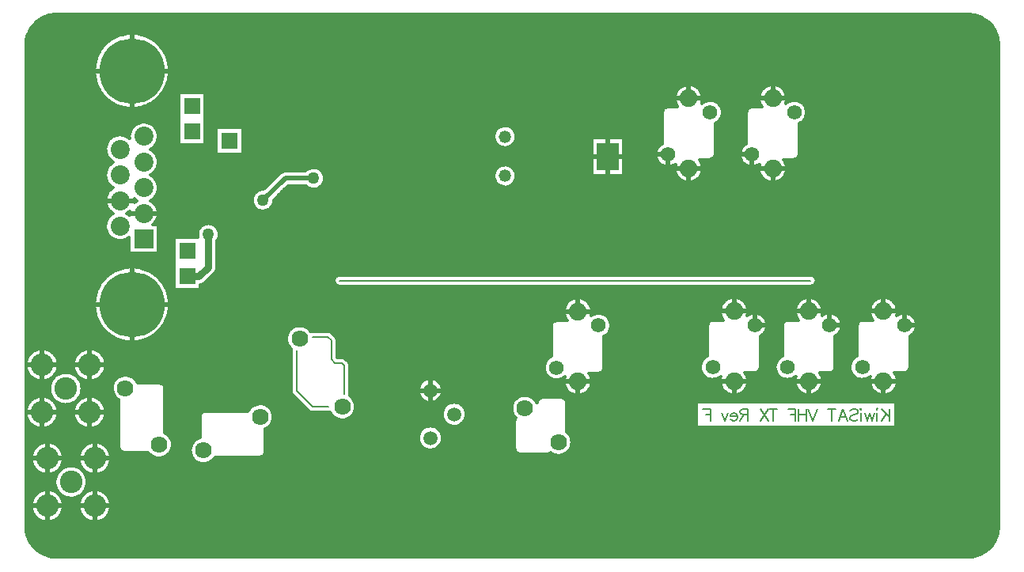
<source format=gbl>
%FSLAX42Y42*%
%MOMM*%
G71*
G01*
G75*
%ADD10C,0.38*%
%ADD11C,0.40*%
%ADD12R,1.52X1.27*%
%ADD13R,1.27X1.52*%
%ADD14R,1.27X1.02*%
%ADD15R,1.52X2.54*%
%ADD16R,2.54X1.52*%
%ADD17O,2.03X0.61*%
%ADD18R,6.73X6.73*%
%ADD19R,1.02X1.27*%
%ADD20R,3.00X1.60*%
%ADD21R,1.52X1.52*%
%ADD22C,1.00*%
%ADD23C,0.50*%
%ADD24C,1.40*%
%ADD25C,0.80*%
%ADD26C,0.70*%
%ADD27C,0.80*%
%ADD28C,1.50*%
%ADD29C,1.40*%
%ADD30C,0.30*%
%ADD31C,0.51*%
%ADD32C,0.20*%
%ADD33C,0.15*%
%ADD34C,0.18*%
%ADD35C,3.50*%
%ADD36C,2.41*%
%ADD37C,6.20*%
%ADD38C,1.32*%
%ADD39C,1.78*%
%ADD40C,1.57*%
%ADD41C,1.52*%
%ADD42R,1.78X1.78*%
%ADD43C,1.90*%
%ADD44C,6.99*%
%ADD45C,2.03*%
%ADD46R,2.03X2.03*%
%ADD47C,1.27*%
%ADD48R,2.39X3.00*%
%ADD49C,0.13*%
D23*
X22456Y21424D02*
X22696Y21659D01*
X22996D01*
D25*
X21871Y20709D02*
Y21059D01*
X21771Y20609D02*
X21871Y20709D01*
X21646Y20609D02*
X21771D01*
D30*
X19918Y17934D02*
X19919Y17909D01*
X19922Y17883D01*
X19927Y17858D01*
X19934Y17833D01*
X19943Y17809D01*
X19954Y17786D01*
X19967Y17763D01*
X19981Y17742D01*
X19997Y17721D01*
X20014Y17703D01*
X20033Y17685D01*
X20053Y17669D01*
X20075Y17655D01*
X20097Y17642D01*
X20121Y17632D01*
X20145Y17623D01*
X20170Y17616D01*
X20195Y17611D01*
X20220Y17608D01*
X20246Y17607D01*
X20322Y18155D02*
X20320Y18181D01*
X20314Y18205D01*
X20305Y18229D01*
X20293Y18251D01*
X20278Y18271D01*
X20259Y18289D01*
X20239Y18304D01*
X20216Y18315D01*
X20192Y18323D01*
X20167Y18328D01*
X20142Y18329D01*
X20117Y18326D01*
X20092Y18320D01*
X20069Y18310D01*
X20047Y18297D01*
X20028Y18280D01*
X20011Y18262D01*
X19997Y18240D01*
X19986Y18217D01*
X19979Y18193D01*
X19975Y18168D01*
Y18143D01*
X19979Y18118D01*
X19986Y18093D01*
X19997Y18070D01*
X20011Y18049D01*
X20028Y18030D01*
X20047Y18014D01*
X20069Y18001D01*
X20092Y17991D01*
X20117Y17985D01*
X20142Y17982D01*
X20167Y17983D01*
X20192Y17987D01*
X20216Y17995D01*
X20239Y18007D01*
X20259Y18022D01*
X20278Y18039D01*
X20293Y18060D01*
X20305Y18082D01*
X20314Y18105D01*
X20320Y18130D01*
X20322Y18155D01*
X20576Y18409D02*
X20574Y18435D01*
X20568Y18459D01*
X20559Y18483D01*
X20547Y18505D01*
X20532Y18525D01*
X20513Y18543D01*
X20493Y18558D01*
X20470Y18569D01*
X20446Y18577D01*
X20421Y18582D01*
X20396Y18583D01*
X20371Y18580D01*
X20346Y18574D01*
X20323Y18564D01*
X20301Y18551D01*
X20282Y18534D01*
X20265Y18516D01*
X20251Y18494D01*
X20240Y18471D01*
X20233Y18447D01*
X20229Y18422D01*
Y18397D01*
X20233Y18372D01*
X20240Y18347D01*
X20251Y18324D01*
X20265Y18303D01*
X20282Y18284D01*
X20301Y18268D01*
X20323Y18255D01*
X20346Y18245D01*
X20371Y18239D01*
X20396Y18236D01*
X20421Y18237D01*
X20446Y18241D01*
X20470Y18249D01*
X20493Y18261D01*
X20513Y18276D01*
X20532Y18293D01*
X20547Y18314D01*
X20559Y18336D01*
X20568Y18359D01*
X20574Y18384D01*
X20576Y18409D01*
X20322Y18663D02*
X20320Y18689D01*
X20314Y18713D01*
X20305Y18737D01*
X20293Y18759D01*
X20278Y18779D01*
X20259Y18797D01*
X20239Y18812D01*
X20216Y18823D01*
X20192Y18831D01*
X20167Y18836D01*
X20142Y18837D01*
X20117Y18834D01*
X20092Y18828D01*
X20069Y18818D01*
X20047Y18805D01*
X20028Y18788D01*
X20011Y18770D01*
X19997Y18748D01*
X19986Y18725D01*
X19979Y18701D01*
X19975Y18676D01*
Y18651D01*
X19979Y18626D01*
X19986Y18601D01*
X19997Y18578D01*
X20011Y18557D01*
X20028Y18538D01*
X20047Y18522D01*
X20069Y18509D01*
X20092Y18499D01*
X20117Y18493D01*
X20142Y18490D01*
X20167Y18491D01*
X20192Y18495D01*
X20216Y18503D01*
X20239Y18515D01*
X20259Y18530D01*
X20278Y18547D01*
X20293Y18568D01*
X20305Y18590D01*
X20314Y18613D01*
X20320Y18638D01*
X20322Y18663D01*
X20830Y18155D02*
X20828Y18181D01*
X20822Y18205D01*
X20813Y18229D01*
X20801Y18251D01*
X20786Y18271D01*
X20767Y18289D01*
X20747Y18304D01*
X20724Y18315D01*
X20700Y18323D01*
X20675Y18328D01*
X20650Y18329D01*
X20625Y18326D01*
X20600Y18320D01*
X20577Y18310D01*
X20555Y18297D01*
X20536Y18280D01*
X20519Y18262D01*
X20505Y18240D01*
X20494Y18217D01*
X20487Y18193D01*
X20483Y18168D01*
Y18143D01*
X20487Y18118D01*
X20494Y18093D01*
X20505Y18070D01*
X20519Y18049D01*
X20536Y18030D01*
X20555Y18014D01*
X20577Y18001D01*
X20600Y17991D01*
X20625Y17985D01*
X20650Y17982D01*
X20675Y17983D01*
X20700Y17987D01*
X20724Y17995D01*
X20747Y18007D01*
X20767Y18022D01*
X20786Y18039D01*
X20801Y18060D01*
X20813Y18082D01*
X20822Y18105D01*
X20828Y18130D01*
X20830Y18155D01*
Y18663D02*
X20828Y18689D01*
X20822Y18713D01*
X20813Y18737D01*
X20801Y18759D01*
X20786Y18779D01*
X20767Y18797D01*
X20747Y18812D01*
X20724Y18823D01*
X20700Y18831D01*
X20675Y18836D01*
X20650Y18837D01*
X20625Y18834D01*
X20600Y18828D01*
X20577Y18818D01*
X20555Y18805D01*
X20536Y18788D01*
X20519Y18770D01*
X20505Y18748D01*
X20494Y18725D01*
X20487Y18701D01*
X20483Y18676D01*
Y18651D01*
X20487Y18626D01*
X20494Y18601D01*
X20505Y18578D01*
X20519Y18557D01*
X20536Y18538D01*
X20555Y18522D01*
X20577Y18509D01*
X20600Y18499D01*
X20625Y18493D01*
X20650Y18490D01*
X20675Y18491D01*
X20700Y18495D01*
X20724Y18503D01*
X20747Y18515D01*
X20767Y18530D01*
X20786Y18547D01*
X20801Y18568D01*
X20813Y18590D01*
X20822Y18613D01*
X20828Y18638D01*
X20830Y18663D01*
X20266Y19155D02*
X20264Y19181D01*
X20258Y19205D01*
X20249Y19229D01*
X20237Y19251D01*
X20222Y19271D01*
X20203Y19289D01*
X20183Y19304D01*
X20160Y19315D01*
X20136Y19323D01*
X20111Y19328D01*
X20086Y19329D01*
X20061Y19326D01*
X20036Y19320D01*
X20013Y19310D01*
X19991Y19297D01*
X19972Y19280D01*
X19955Y19262D01*
X19941Y19240D01*
X19930Y19217D01*
X19923Y19193D01*
X19919Y19168D01*
Y19143D01*
X19923Y19118D01*
X19930Y19093D01*
X19941Y19070D01*
X19955Y19049D01*
X19972Y19030D01*
X19991Y19014D01*
X20013Y19001D01*
X20036Y18991D01*
X20061Y18985D01*
X20086Y18982D01*
X20111Y18983D01*
X20136Y18987D01*
X20160Y18995D01*
X20183Y19007D01*
X20203Y19022D01*
X20222Y19039D01*
X20237Y19060D01*
X20249Y19082D01*
X20258Y19105D01*
X20264Y19130D01*
X20266Y19155D01*
X20520Y19409D02*
X20518Y19435D01*
X20512Y19459D01*
X20503Y19483D01*
X20491Y19505D01*
X20476Y19525D01*
X20457Y19543D01*
X20437Y19558D01*
X20414Y19569D01*
X20390Y19577D01*
X20365Y19582D01*
X20340Y19583D01*
X20315Y19580D01*
X20290Y19574D01*
X20267Y19564D01*
X20245Y19551D01*
X20226Y19534D01*
X20209Y19516D01*
X20195Y19494D01*
X20184Y19471D01*
X20177Y19447D01*
X20173Y19422D01*
Y19397D01*
X20177Y19372D01*
X20184Y19347D01*
X20195Y19324D01*
X20209Y19303D01*
X20226Y19284D01*
X20245Y19268D01*
X20267Y19255D01*
X20290Y19245D01*
X20315Y19239D01*
X20340Y19236D01*
X20365Y19237D01*
X20390Y19241D01*
X20414Y19249D01*
X20437Y19261D01*
X20457Y19276D01*
X20476Y19293D01*
X20491Y19314D01*
X20503Y19336D01*
X20512Y19359D01*
X20518Y19384D01*
X20520Y19409D01*
X20266Y19663D02*
X20264Y19689D01*
X20258Y19713D01*
X20249Y19737D01*
X20237Y19759D01*
X20222Y19779D01*
X20203Y19797D01*
X20183Y19812D01*
X20160Y19823D01*
X20136Y19831D01*
X20111Y19836D01*
X20086Y19837D01*
X20061Y19834D01*
X20036Y19828D01*
X20013Y19818D01*
X19991Y19805D01*
X19972Y19788D01*
X19955Y19770D01*
X19941Y19748D01*
X19930Y19725D01*
X19923Y19701D01*
X19919Y19676D01*
Y19651D01*
X19923Y19626D01*
X19930Y19601D01*
X19941Y19578D01*
X19955Y19557D01*
X19972Y19538D01*
X19991Y19522D01*
X20013Y19509D01*
X20036Y19499D01*
X20061Y19493D01*
X20086Y19490D01*
X20111Y19491D01*
X20136Y19495D01*
X20160Y19503D01*
X20183Y19515D01*
X20203Y19530D01*
X20222Y19547D01*
X20237Y19568D01*
X20249Y19590D01*
X20258Y19613D01*
X20264Y19638D01*
X20266Y19663D01*
X20774Y19155D02*
X20772Y19181D01*
X20766Y19205D01*
X20757Y19229D01*
X20745Y19251D01*
X20730Y19271D01*
X20711Y19289D01*
X20691Y19304D01*
X20668Y19315D01*
X20644Y19323D01*
X20619Y19328D01*
X20594Y19329D01*
X20569Y19326D01*
X20544Y19320D01*
X20521Y19310D01*
X20499Y19297D01*
X20480Y19280D01*
X20463Y19262D01*
X20449Y19240D01*
X20438Y19217D01*
X20431Y19193D01*
X20427Y19168D01*
Y19143D01*
X20431Y19118D01*
X20438Y19093D01*
X20449Y19070D01*
X20463Y19049D01*
X20480Y19030D01*
X20499Y19014D01*
X20521Y19001D01*
X20544Y18991D01*
X20569Y18985D01*
X20594Y18982D01*
X20619Y18983D01*
X20644Y18987D01*
X20668Y18995D01*
X20691Y19007D01*
X20711Y19022D01*
X20730Y19039D01*
X20745Y19060D01*
X20757Y19082D01*
X20766Y19105D01*
X20772Y19130D01*
X20774Y19155D01*
Y19663D02*
X20772Y19689D01*
X20766Y19713D01*
X20757Y19737D01*
X20745Y19759D01*
X20730Y19779D01*
X20711Y19797D01*
X20691Y19812D01*
X20668Y19823D01*
X20644Y19831D01*
X20619Y19836D01*
X20594Y19837D01*
X20569Y19834D01*
X20544Y19828D01*
X20521Y19818D01*
X20499Y19805D01*
X20480Y19788D01*
X20463Y19770D01*
X20449Y19748D01*
X20438Y19725D01*
X20431Y19701D01*
X20427Y19676D01*
Y19651D01*
X20431Y19626D01*
X20438Y19601D01*
X20449Y19578D01*
X20463Y19557D01*
X20480Y19538D01*
X20499Y19522D01*
X20521Y19509D01*
X20544Y19499D01*
X20569Y19493D01*
X20594Y19490D01*
X20619Y19491D01*
X20644Y19495D01*
X20668Y19503D01*
X20691Y19515D01*
X20711Y19530D01*
X20730Y19547D01*
X20745Y19568D01*
X20757Y19590D01*
X20766Y19613D01*
X20772Y19638D01*
X20774Y19663D01*
X21228Y18725D02*
X21245Y18706D01*
X21264Y18689D01*
X21287Y18677D01*
X21311Y18669D01*
X21337Y18665D01*
X21362Y18666D01*
X21387Y18671D01*
X21411Y18681D01*
X21432Y18695D01*
X21451Y18713D01*
X21466Y18734D01*
X21477Y18757D01*
X21484Y18781D01*
X21486Y18807D01*
X20912Y18784D02*
X20917Y18762D01*
X20930Y18742D01*
X20949Y18729D01*
X20972Y18725D01*
X20912Y18784D02*
X20917Y18762D01*
X20930Y18742D01*
X20949Y18729D01*
X20972Y18725D01*
X21486Y18807D02*
X21484Y18833D01*
X21477Y18859D01*
X21465Y18882D01*
X21449Y18903D01*
X21429Y18921D01*
X21406Y18935D01*
X22422Y18675D02*
X22445Y18679D01*
X22464Y18692D01*
X22477Y18712D01*
X22481Y18734D01*
X22422Y18675D02*
X22445Y18679D01*
X22464Y18692D01*
X22477Y18712D01*
X22481Y18734D01*
X21782Y18883D02*
X21759Y18874D01*
X21737Y18861D01*
X21718Y18845D01*
X21702Y18825D01*
X21690Y18803D01*
X21682Y18779D01*
X21678Y18754D01*
X21679Y18729D01*
X21684Y18704D01*
X21694Y18681D01*
X21707Y18659D01*
X21725Y18641D01*
X21745Y18626D01*
X21767Y18614D01*
X21792Y18607D01*
X21817Y18604D01*
X21842Y18606D01*
X21866Y18612D01*
X21889Y18622D01*
X21910Y18637D01*
X21928Y18654D01*
X21943Y18675D01*
X22481Y18977D02*
X22505Y18990D01*
X22526Y19008D01*
X22543Y19029D01*
X22556Y19053D01*
X22564Y19080D01*
X22566Y19107D01*
X21114Y19468D02*
X21101Y19491D01*
X21085Y19510D01*
X21066Y19527D01*
X21044Y19540D01*
X21020Y19549D01*
X20995Y19553D01*
X20969Y19553D01*
X20944Y19548D01*
X20921Y19539D01*
X20899Y19525D01*
X20880Y19508D01*
X20864Y19488D01*
X20852Y19466D01*
X20845Y19441D01*
X20842Y19416D01*
X20843Y19391D01*
X20849Y19366D01*
X20860Y19342D01*
X20874Y19321D01*
X20892Y19303D01*
X20913Y19288D01*
X21842Y19169D02*
X21819Y19164D01*
X21800Y19151D01*
X21787Y19132D01*
X21782Y19109D01*
X21842Y19169D02*
X21819Y19164D01*
X21800Y19151D01*
X21787Y19132D01*
X21782Y19109D01*
X21122Y19469D02*
X21114Y19468D01*
X21406Y19409D02*
X21402Y19432D01*
X21389Y19451D01*
X21370Y19464D01*
X21347Y19469D01*
X21406Y19409D02*
X21402Y19432D01*
X21389Y19451D01*
X21370Y19464D01*
X21347Y19469D01*
X22566Y19107D02*
X22564Y19133D01*
X22557Y19157D01*
X22546Y19180D01*
X22531Y19201D01*
X22512Y19219D01*
X22490Y19233D01*
X22466Y19243D01*
X22441Y19248D01*
X22415Y19249D01*
X22390Y19245D01*
X22366Y19236D01*
X22343Y19223D01*
X22323Y19207D01*
X22307Y19187D01*
X22295Y19164D01*
X22272Y19169D01*
X22944Y19172D02*
X22963Y19159D01*
X22986Y19155D01*
X22944Y19172D02*
X22963Y19159D01*
X22986Y19155D01*
X23156D02*
X23174Y19158D01*
X23187Y19135D01*
X23203Y19115D01*
X23223Y19099D01*
X23245Y19086D01*
X23270Y19077D01*
X23295Y19073D01*
X23321Y19074D01*
X23346Y19079D01*
X23370Y19089D01*
X23392Y19103D01*
X23411Y19120D01*
X23426Y19141D01*
X23437Y19164D01*
X23444Y19189D01*
X23446Y19215D01*
X22757Y19384D02*
X22761Y19362D01*
X22774Y19342D01*
X22757Y19384D02*
X22761Y19362D01*
X22774Y19342D01*
X23338Y19726D02*
X23319Y19739D01*
X23296Y19744D01*
X23338Y19726D02*
X23319Y19739D01*
X23296Y19744D01*
X23382Y19334D02*
X23386Y19354D01*
Y19654D02*
X23381Y19677D01*
X23368Y19696D01*
X23386Y19654D02*
X23381Y19677D01*
X23368Y19696D01*
X21455Y20309D02*
X21455Y20335D01*
X21452Y20360D01*
X21448Y20385D01*
X21443Y20409D01*
X21436Y20434D01*
X21427Y20458D01*
X21417Y20481D01*
X21406Y20503D01*
X21393Y20525D01*
X21379Y20546D01*
X21363Y20566D01*
X21346Y20585D01*
X21329Y20603D01*
X21310Y20619D01*
X21290Y20635D01*
X21269Y20649D01*
X21247Y20662D01*
X21224Y20673D01*
X21201Y20683D01*
X21177Y20692D01*
X21153Y20699D01*
X21128Y20705D01*
X21104Y20709D01*
X21078Y20711D01*
X21053Y20712D01*
X21028Y20711D01*
X21003Y20709D01*
X20978Y20705D01*
X20953Y20699D01*
X20929Y20692D01*
X20905Y20683D01*
X20882Y20673D01*
X20859Y20662D01*
X20838Y20649D01*
X20817Y20635D01*
X20797Y20619D01*
X20778Y20603D01*
X20760Y20585D01*
X20743Y20566D01*
X20728Y20546D01*
X20713Y20525D01*
X20701Y20503D01*
X20689Y20481D01*
X20679Y20458D01*
X20670Y20434D01*
X20663Y20409D01*
X20658Y20385D01*
X20654Y20360D01*
X20652Y20335D01*
X20651Y20309D01*
X20652Y20284D01*
X20654Y20259D01*
X20658Y20234D01*
X20663Y20209D01*
X20670Y20185D01*
X20679Y20161D01*
X20689Y20138D01*
X20701Y20116D01*
X20713Y20094D01*
X20728Y20073D01*
X20743Y20053D01*
X20760Y20034D01*
X20778Y20016D01*
X20797Y19999D01*
X20817Y19984D01*
X20838Y19970D01*
X20859Y19957D01*
X20882Y19945D01*
X20905Y19935D01*
X20929Y19927D01*
X20953Y19920D01*
X20978Y19914D01*
X21003Y19910D01*
X21028Y19908D01*
X21053Y19907D01*
X21078Y19908D01*
X21104Y19910D01*
X21128Y19914D01*
X21153Y19920D01*
X21177Y19927D01*
X21201Y19935D01*
X21224Y19945D01*
X21247Y19957D01*
X21269Y19970D01*
X21290Y19984D01*
X21310Y19999D01*
X21329Y20016D01*
X21346Y20034D01*
X21363Y20053D01*
X21379Y20073D01*
X21393Y20094D01*
X21406Y20116D01*
X21417Y20138D01*
X21427Y20161D01*
X21436Y20185D01*
X21443Y20209D01*
X21448Y20234D01*
X21452Y20259D01*
X21455Y20284D01*
X21455Y20309D01*
X20855Y21284D02*
X20833Y21270D01*
X20813Y21252D01*
X20797Y21232D01*
X20785Y21209D01*
X20776Y21185D01*
X20772Y21159D01*
X20772Y21133D01*
X20776Y21108D01*
X20785Y21083D01*
X20797Y21061D01*
X20814Y21040D01*
X20833Y21023D01*
X20855Y21009D01*
X20879Y20999D01*
X20904Y20993D01*
X20930Y20992D01*
X20956Y20995D01*
X20981Y21002D01*
X21004Y21013D01*
X21025Y21028D01*
X21027Y21264D02*
X20998Y21284D01*
X21027Y21303D01*
X21025Y21284D01*
X21027Y21264D01*
X20855Y21558D02*
X20833Y21544D01*
X20813Y21527D01*
X20797Y21507D01*
X20785Y21484D01*
X20776Y21459D01*
X20772Y21434D01*
Y21408D01*
X20776Y21382D01*
X20785Y21358D01*
X20797Y21335D01*
X20813Y21315D01*
X20833Y21298D01*
X20855Y21284D01*
X21080Y21401D02*
X21081Y21421D01*
X21109D02*
X21080Y21401D01*
X21081Y21421D02*
X21080Y21440D01*
X21278Y21164D02*
X21298Y21183D01*
X21314Y21205D01*
X21325Y21230D01*
X21332Y21257D01*
X21335Y21284D01*
X21333Y21308D01*
X21327Y21331D01*
X21318Y21353D01*
X21306Y21374D01*
X21290Y21392D01*
X21272Y21408D01*
X21252Y21421D01*
X21080Y21440D02*
X21109Y21421D01*
X21252D02*
X21272Y21434D01*
X21290Y21449D01*
X21306Y21468D01*
X21318Y21488D01*
X21327Y21511D01*
X21333Y21534D01*
X21335Y21558D01*
Y21558D02*
X21333Y21582D01*
X21327Y21605D01*
X21318Y21628D01*
X21306Y21648D01*
X21290Y21667D01*
X21272Y21682D01*
X21252Y21695D01*
X20246Y23412D02*
X20220Y23411D01*
X20195Y23408D01*
X20170Y23403D01*
X20145Y23396D01*
X20121Y23387D01*
X20097Y23377D01*
X20075Y23364D01*
X20053Y23350D01*
X20033Y23334D01*
X20014Y23316D01*
X19997Y23297D01*
X19981Y23277D01*
X19967Y23256D01*
X19954Y23233D01*
X19943Y23210D01*
X19934Y23186D01*
X19927Y23161D01*
X19922Y23136D01*
X19919Y23110D01*
X19918Y23084D01*
X21455Y22809D02*
X21455Y22835D01*
X21452Y22860D01*
X21448Y22885D01*
X21443Y22909D01*
X21436Y22934D01*
X21427Y22958D01*
X21417Y22981D01*
X21406Y23003D01*
X21393Y23025D01*
X21379Y23046D01*
X21363Y23066D01*
X21346Y23085D01*
X21329Y23103D01*
X21310Y23119D01*
X21290Y23135D01*
X21269Y23149D01*
X21247Y23162D01*
X21224Y23173D01*
X21201Y23183D01*
X21177Y23192D01*
X21153Y23199D01*
X21128Y23205D01*
X21104Y23209D01*
X21078Y23211D01*
X21053Y23212D01*
X21028Y23211D01*
X21003Y23209D01*
X20978Y23205D01*
X20953Y23199D01*
X20929Y23192D01*
X20905Y23183D01*
X20882Y23173D01*
X20859Y23162D01*
X20838Y23149D01*
X20817Y23135D01*
X20797Y23119D01*
X20778Y23103D01*
X20760Y23085D01*
X20743Y23066D01*
X20728Y23046D01*
X20713Y23025D01*
X20701Y23003D01*
X20689Y22981D01*
X20679Y22958D01*
X20670Y22934D01*
X20663Y22909D01*
X20658Y22885D01*
X20654Y22860D01*
X20652Y22835D01*
X20651Y22809D01*
X20652Y22784D01*
X20654Y22759D01*
X20658Y22734D01*
X20663Y22709D01*
X20670Y22685D01*
X20679Y22661D01*
X20689Y22638D01*
X20701Y22616D01*
X20713Y22594D01*
X20728Y22573D01*
X20743Y22553D01*
X20760Y22534D01*
X20778Y22516D01*
X20797Y22499D01*
X20817Y22484D01*
X20838Y22470D01*
X20859Y22457D01*
X20882Y22445D01*
X20905Y22435D01*
X20929Y22427D01*
X20953Y22420D01*
X20978Y22414D01*
X21003Y22410D01*
X21028Y22408D01*
X21053Y22407D01*
X21078Y22408D01*
X21104Y22410D01*
X21128Y22414D01*
X21153Y22420D01*
X21177Y22427D01*
X21201Y22435D01*
X21224Y22445D01*
X21247Y22457D01*
X21269Y22470D01*
X21290Y22484D01*
X21310Y22499D01*
X21329Y22516D01*
X21346Y22534D01*
X21363Y22553D01*
X21379Y22573D01*
X21393Y22594D01*
X21406Y22616D01*
X21417Y22638D01*
X21427Y22661D01*
X21436Y22685D01*
X21443Y22709D01*
X21448Y22734D01*
X21452Y22759D01*
X21455Y22784D01*
X21455Y22809D01*
X20855Y21832D02*
X20833Y21818D01*
X20813Y21801D01*
X20797Y21781D01*
X20785Y21758D01*
X20776Y21734D01*
X20772Y21708D01*
Y21682D01*
X20776Y21657D01*
X20785Y21632D01*
X20797Y21610D01*
X20813Y21589D01*
X20833Y21572D01*
X20855Y21558D01*
X21027Y22087D02*
X21007Y22102D01*
X20984Y22113D01*
X20961Y22120D01*
X20936Y22124D01*
X20912Y22124D01*
X20887Y22119D01*
X20864Y22111D01*
X20842Y22099D01*
X20822Y22084D01*
X20805Y22066D01*
X20791Y22046D01*
X20781Y22023D01*
X20774Y21999D01*
X20771Y21975D01*
X20773Y21950D01*
X20778Y21926D01*
X20787Y21902D01*
X20799Y21881D01*
X20815Y21862D01*
X20834Y21846D01*
X20855Y21832D01*
X21252Y21695D02*
X21272Y21708D01*
X21290Y21724D01*
X21306Y21742D01*
X21318Y21763D01*
X21327Y21785D01*
X21333Y21808D01*
X21335Y21832D01*
Y21832D02*
X21333Y21856D01*
X21327Y21880D01*
X21318Y21902D01*
X21306Y21923D01*
X21290Y21941D01*
X21272Y21957D01*
X21252Y21970D01*
X21272Y21982D01*
X21290Y21998D01*
X21306Y22016D01*
X21318Y22037D01*
X21327Y22059D01*
X21333Y22083D01*
X21335Y22107D01*
Y22107D02*
X21333Y22132D01*
X21327Y22156D01*
X21317Y22180D01*
X21303Y22201D01*
X21286Y22219D01*
X21266Y22235D01*
X21244Y22248D01*
X21220Y22256D01*
X21196Y22261D01*
X21170Y22261D01*
X21145Y22257D01*
X21121Y22250D01*
X21099Y22238D01*
X21078Y22223D01*
X21061Y22205D01*
X21046Y22184D01*
X21035Y22162D01*
X21028Y22137D01*
X21026Y22112D01*
X21027Y22087D01*
X21788Y20518D02*
X21815Y20527D01*
X21837Y20544D01*
X21788Y20518D02*
X21814Y20527D01*
X21837Y20544D01*
X21937Y20643D02*
X21952Y20663D01*
X21961Y20685D01*
X21964Y20709D01*
X21937Y20644D02*
X21952Y20663D01*
X21961Y20685D01*
X21964Y20709D01*
X21988Y21059D02*
X21985Y21084D01*
X21977Y21108D01*
X21964Y21129D01*
X21947Y21148D01*
X21927Y21162D01*
X21904Y21171D01*
X21879Y21176D01*
X21854Y21175D01*
X21830Y21169D01*
X21808Y21157D01*
X21789Y21142D01*
X21773Y21122D01*
X21762Y21100D01*
X21756Y21076D01*
X21755Y21051D01*
X21759Y21026D01*
X22759Y19832D02*
X22757Y19814D01*
X22986Y20024D02*
X22967Y20021D01*
X22951Y20041D01*
X22932Y20057D01*
X22910Y20070D01*
X22886Y20079D01*
X22860Y20083D01*
X22835Y20083D01*
X22810Y20078D01*
X22786Y20068D01*
X22764Y20055D01*
X22745Y20037D01*
X22730Y20017D01*
X22718Y19994D01*
X22711Y19970D01*
X22708Y19945D01*
X22710Y19919D01*
X22716Y19894D01*
X22727Y19871D01*
X22741Y19850D01*
X22759Y19832D01*
X23188Y20006D02*
X23169Y20019D01*
X23146Y20024D01*
X23246Y19924D02*
X23241Y19947D01*
X23228Y19966D01*
X23246Y19924D02*
X23241Y19947D01*
X23228Y19966D01*
X23188Y20006D02*
X23169Y20019D01*
X23146Y20024D01*
X23276Y20624D02*
X23250Y20618D01*
X23230Y20601D01*
X23218Y20578D01*
Y20551D01*
X23230Y20527D01*
X23250Y20511D01*
X23276Y20505D01*
X21964Y20989D02*
X21977Y21011D01*
X21985Y21034D01*
X21988Y21059D01*
X22463Y21541D02*
X22438Y21540D01*
X22414Y21533D01*
X22391Y21521D01*
X22372Y21505D01*
X22357Y21485D01*
X22346Y21462D01*
X22340Y21438D01*
X22340Y21412D01*
X22345Y21388D01*
X22356Y21365D01*
X22371Y21345D01*
X22390Y21328D01*
X22413Y21316D01*
X22437Y21309D01*
X22462Y21308D01*
X22487Y21312D01*
X22511Y21321D01*
X22531Y21335D01*
X22549Y21354D01*
X22562Y21375D01*
X22570Y21399D01*
X22573Y21424D01*
X22910Y21581D02*
X22929Y21564D01*
X22951Y21552D01*
X22975Y21545D01*
X23001Y21543D01*
X23026Y21547D01*
X23050Y21556D01*
X23071Y21570D01*
X23088Y21588D01*
X23102Y21610D01*
X23110Y21634D01*
X23113Y21659D01*
X23110Y21685D01*
X23102Y21709D01*
X23088Y21731D01*
X23071Y21749D01*
X23050Y21763D01*
X23026Y21772D01*
X23001Y21776D01*
X22975Y21774D01*
X22951Y21767D01*
X22929Y21754D01*
X22910Y21737D01*
X22696D02*
X22667Y21732D01*
X22641Y21715D01*
X22696Y21737D02*
X22667Y21732D01*
X22641Y21715D01*
X24375Y18880D02*
X24373Y18906D01*
X24366Y18930D01*
X24354Y18952D01*
X24338Y18972D01*
X24318Y18988D01*
X24296Y19000D01*
X24271Y19007D01*
X24246Y19010D01*
X24221Y19007D01*
X24197Y19000D01*
X24174Y18988D01*
X24155Y18972D01*
X24139Y18952D01*
X24127Y18930D01*
X24119Y18906D01*
X24117Y18880D01*
X24119Y18855D01*
X24127Y18831D01*
X24139Y18809D01*
X24155Y18789D01*
X24174Y18773D01*
X24197Y18761D01*
X24221Y18754D01*
X24246Y18751D01*
X24271Y18754D01*
X24296Y18761D01*
X24318Y18773D01*
X24338Y18789D01*
X24354Y18809D01*
X24366Y18831D01*
X24373Y18855D01*
X24375Y18880D01*
X25148Y18769D02*
X25153Y18746D01*
X25165Y18727D01*
X25185Y18714D01*
X25207Y18709D01*
X25148Y18769D02*
X25153Y18746D01*
X25165Y18727D01*
X25185Y18714D01*
X25207Y18709D01*
X23446Y19215D02*
X23445Y19238D01*
X23439Y19261D01*
X23429Y19283D01*
X23416Y19302D01*
X23400Y19320D01*
X23382Y19334D01*
X24375Y19388D02*
X24373Y19414D01*
X24366Y19438D01*
X24354Y19460D01*
X24338Y19480D01*
X24318Y19496D01*
X24296Y19508D01*
X24271Y19515D01*
X24246Y19518D01*
X24221Y19515D01*
X24197Y19508D01*
X24174Y19496D01*
X24155Y19480D01*
X24139Y19460D01*
X24127Y19438D01*
X24119Y19414D01*
X24117Y19388D01*
X24119Y19363D01*
X24127Y19339D01*
X24139Y19317D01*
X24155Y19297D01*
X24174Y19281D01*
X24197Y19269D01*
X24221Y19262D01*
X24246Y19259D01*
X24271Y19262D01*
X24296Y19269D01*
X24318Y19281D01*
X24338Y19297D01*
X24354Y19317D01*
X24366Y19339D01*
X24373Y19363D01*
X24375Y19388D01*
X24629Y19134D02*
X24627Y19160D01*
X24620Y19184D01*
X24608Y19206D01*
X24592Y19226D01*
X24572Y19242D01*
X24550Y19254D01*
X24525Y19261D01*
X24500Y19264D01*
X24475Y19261D01*
X24451Y19254D01*
X24428Y19242D01*
X24409Y19226D01*
X24393Y19206D01*
X24381Y19184D01*
X24373Y19160D01*
X24371Y19134D01*
X24373Y19109D01*
X24381Y19085D01*
X24393Y19063D01*
X24409Y19043D01*
X24428Y19027D01*
X24451Y19015D01*
X24475Y19008D01*
X24500Y19005D01*
X24525Y19008D01*
X24550Y19015D01*
X24572Y19027D01*
X24592Y19043D01*
X24608Y19063D01*
X24620Y19085D01*
X24627Y19109D01*
X24629Y19134D01*
X25387Y19255D02*
X25374Y19276D01*
X25358Y19296D01*
X25339Y19311D01*
X25318Y19324D01*
X25294Y19332D01*
X25270Y19337D01*
X25245Y19336D01*
X25220Y19332D01*
X25197Y19323D01*
X25176Y19311D01*
X25157Y19295D01*
X25141Y19276D01*
X25129Y19254D01*
X25120Y19230D01*
X25116Y19206D01*
X25117Y19181D01*
X25121Y19157D01*
X25130Y19133D01*
X25143Y19112D01*
X25159Y19093D01*
X25159D02*
X25148Y19059D01*
X25446Y19313D02*
X25424Y19309D01*
X25404Y19296D01*
X25391Y19277D01*
X25387Y19255D01*
X25497Y18709D02*
X25533Y18721D01*
X25555Y18707D01*
X25580Y18698D01*
X25605Y18693D01*
X25632Y18693D01*
X25657Y18698D01*
X25682Y18707D01*
X25704Y18721D01*
X25723Y18739D01*
X25739Y18760D01*
X25751Y18783D01*
X25758Y18808D01*
X25761Y18834D01*
X25706Y18947D02*
X25707Y18959D01*
X25707Y19254D02*
X25702Y19277D01*
X25690Y19296D01*
X25670Y19309D01*
X25647Y19313D01*
X25707Y19254D02*
X25702Y19277D01*
X25690Y19296D01*
X25670Y19309D01*
X25647Y19313D01*
X25761Y18834D02*
X25758Y18860D01*
X25751Y18885D01*
X25740Y18908D01*
X25725Y18929D01*
X25706Y18947D01*
X25542Y19754D02*
X25520Y19742D01*
X25500Y19725D01*
X25485Y19705D01*
X25473Y19682D01*
X25466Y19658D01*
X25464Y19633D01*
X25467Y19608D01*
X25475Y19583D01*
X25487Y19561D01*
X25503Y19541D01*
X25522Y19525D01*
X25545Y19513D01*
X25569Y19505D01*
X25594Y19503D01*
X25619Y19505D01*
X25644Y19511D01*
X25666Y19523D01*
X25686Y19538D01*
X25679Y19515D01*
X25676Y19490D01*
X25678Y19465D01*
X25683Y19441D01*
X25692Y19418D01*
X25705Y19397D01*
X25721Y19378D01*
X25740Y19362D01*
X25762Y19350D01*
X25785Y19342D01*
X25810Y19337D01*
X25834Y19337D01*
X25859Y19340D01*
X25882Y19348D01*
X25904Y19359D01*
X25924Y19374D01*
X25941Y19393D01*
X25955Y19413D01*
X25965Y19436D01*
X25971Y19460D01*
X25973Y19485D01*
X25971Y19509D01*
X25965Y19532D01*
X25956Y19554D01*
X25942Y19575D01*
X26046D02*
X26068Y19579D01*
X26088Y19592D01*
X26100Y19611D01*
X26105Y19634D01*
X26046Y19575D02*
X26068Y19579D01*
X26088Y19592D01*
X26100Y19611D01*
X26105Y19634D01*
X26105Y19966D02*
X26126Y19979D01*
X26143Y19995D01*
X26158Y20015D01*
X26169Y20037D01*
X26175Y20060D01*
X26178Y20084D01*
X29996Y17607D02*
X30022Y17608D01*
X30047Y17611D01*
X30073Y17616D01*
X30097Y17623D01*
X30122Y17632D01*
X30145Y17642D01*
X30167Y17655D01*
X30189Y17669D01*
X30209Y17685D01*
X30228Y17703D01*
X30245Y17721D01*
X30261Y17742D01*
X30276Y17763D01*
X30288Y17786D01*
X30299Y17809D01*
X30308Y17833D01*
X30315Y17858D01*
X30320Y17883D01*
X30323Y17909D01*
X30324Y17934D01*
X27357Y19541D02*
X27350Y19518D01*
X27347Y19493D01*
X27348Y19468D01*
X27353Y19444D01*
X27363Y19421D01*
X27375Y19400D01*
X27392Y19381D01*
X27411Y19365D01*
X27432Y19353D01*
X27456Y19345D01*
X27480Y19340D01*
X27505Y19340D01*
X27529Y19343D01*
X27553Y19351D01*
X27575Y19362D01*
X27595Y19377D01*
X27611Y19396D01*
X27625Y19416D01*
X27635Y19439D01*
X27641Y19463D01*
X27643Y19488D01*
X27642Y19512D01*
X27636Y19535D01*
X27626Y19557D01*
X27613Y19578D01*
X27212Y19757D02*
X27190Y19745D01*
X27171Y19728D01*
X27155Y19708D01*
X27144Y19685D01*
X27137Y19661D01*
X27135Y19636D01*
X27137Y19611D01*
X27145Y19586D01*
X27157Y19564D01*
X27173Y19544D01*
X27193Y19528D01*
X27215Y19516D01*
X27239Y19508D01*
X27264Y19506D01*
X27290Y19508D01*
X27314Y19514D01*
X27337Y19526D01*
X27357Y19541D01*
X28157Y19541D02*
X28150Y19518D01*
X28147Y19493D01*
X28148Y19468D01*
X28154Y19444D01*
X28163Y19421D01*
X28176Y19400D01*
X28192Y19381D01*
X28211Y19365D01*
X28233Y19353D01*
X28256Y19345D01*
X28280Y19340D01*
X28305Y19340D01*
X28330Y19343D01*
X28353Y19351D01*
X28375Y19362D01*
X28395Y19377D01*
X28412Y19396D01*
X28426Y19416D01*
X28436Y19439D01*
X28442Y19463D01*
X28444Y19488D01*
X28012Y19757D02*
X27990Y19745D01*
X27971Y19728D01*
X27956Y19708D01*
X27944Y19685D01*
X27937Y19661D01*
X27935Y19636D01*
X27938Y19611D01*
X27945Y19586D01*
X27957Y19564D01*
X27974Y19544D01*
X27993Y19528D01*
X28015Y19516D01*
X28040Y19508D01*
X28065Y19506D01*
X28090Y19508D01*
X28115Y19514D01*
X28137Y19526D01*
X28157Y19541D01*
X28444Y19488D02*
X28442Y19512D01*
X28436Y19535D01*
X28426Y19557D01*
X28413Y19578D01*
X27716Y19578D02*
X27739Y19582D01*
X27758Y19595D01*
X27771Y19614D01*
X27775Y19637D01*
X27716Y19578D02*
X27739Y19582D01*
X27758Y19595D01*
X27771Y19614D01*
X27775Y19637D01*
X28516Y19578D02*
X28539Y19582D01*
X28558Y19595D01*
X28571Y19614D01*
X28576Y19637D01*
X28516Y19578D02*
X28539Y19582D01*
X28558Y19595D01*
X28571Y19614D01*
X28576Y19637D01*
X28957Y19541D02*
X28950Y19518D01*
X28947Y19493D01*
X28948Y19468D01*
X28953Y19444D01*
X28963Y19421D01*
X28975Y19400D01*
X28992Y19381D01*
X29011Y19365D01*
X29032Y19353D01*
X29056Y19345D01*
X29080Y19340D01*
X29105Y19340D01*
X29129Y19343D01*
X29153Y19351D01*
X29175Y19362D01*
X29195Y19377D01*
X29211Y19396D01*
X29225Y19416D01*
X29235Y19439D01*
X29241Y19463D01*
X29243Y19488D01*
X28812Y19757D02*
X28790Y19745D01*
X28771Y19728D01*
X28755Y19708D01*
X28744Y19685D01*
X28737Y19661D01*
X28735Y19636D01*
X28737Y19611D01*
X28745Y19586D01*
X28757Y19564D01*
X28773Y19544D01*
X28793Y19528D01*
X28815Y19516D01*
X28839Y19508D01*
X28864Y19506D01*
X28890Y19508D01*
X28914Y19514D01*
X28937Y19526D01*
X28957Y19541D01*
X29243Y19488D02*
X29242Y19512D01*
X29236Y19535D01*
X29226Y19557D01*
X29213Y19578D01*
X29316D02*
X29339Y19582D01*
X29358Y19595D01*
X29371Y19614D01*
X29375Y19637D01*
X29316Y19578D02*
X29339Y19582D01*
X29358Y19595D01*
X29371Y19614D01*
X29375Y19637D01*
X25601Y20138D02*
X25578Y20134D01*
X25559Y20121D01*
X25546Y20101D01*
X25542Y20079D01*
X25601Y20138D02*
X25578Y20134D01*
X25559Y20121D01*
X25546Y20101D01*
X25542Y20079D01*
X25973Y20234D02*
X25971Y20260D01*
X25964Y20285D01*
X25953Y20308D01*
X25938Y20329D01*
X25920Y20348D01*
X25899Y20362D01*
X25875Y20373D01*
X25850Y20380D01*
X25825Y20382D01*
X25799Y20380D01*
X25774Y20373D01*
X25750Y20362D01*
X25729Y20347D01*
X25711Y20329D01*
X25696Y20308D01*
X25685Y20284D01*
X25679Y20259D01*
X25676Y20234D01*
X25679Y20208D01*
X25685Y20183D01*
X25696Y20159D01*
X25711Y20138D01*
X26178Y20084D02*
X26175Y20108D01*
X26169Y20132D01*
X26158Y20153D01*
X26143Y20173D01*
X26125Y20189D01*
X26104Y20202D01*
X26082Y20211D01*
X26058Y20215D01*
X26033Y20215D01*
X26010Y20211D01*
X25987Y20202D01*
X25966Y20189D01*
X25971Y20211D01*
X25973Y20234D01*
X25165Y21684D02*
X25162Y21710D01*
X25154Y21734D01*
X25141Y21756D01*
X25123Y21775D01*
X25102Y21790D01*
X25078Y21799D01*
X25053Y21803D01*
X25027Y21802D01*
X25002Y21795D01*
X24979Y21783D01*
X24960Y21766D01*
X24944Y21746D01*
X24933Y21722D01*
X24928Y21697D01*
Y21672D01*
X24933Y21646D01*
X24944Y21623D01*
X24960Y21602D01*
X24979Y21586D01*
X25002Y21574D01*
X25027Y21567D01*
X25053Y21565D01*
X25078Y21570D01*
X25102Y21579D01*
X25123Y21594D01*
X25141Y21612D01*
X25154Y21634D01*
X25162Y21659D01*
X25165Y21684D01*
Y22106D02*
X25162Y22132D01*
X25154Y22156D01*
X25141Y22178D01*
X25123Y22197D01*
X25102Y22211D01*
X25078Y22221D01*
X25053Y22225D01*
X25027Y22224D01*
X25002Y22217D01*
X24979Y22205D01*
X24960Y22188D01*
X24944Y22167D01*
X24933Y22144D01*
X24928Y22119D01*
Y22093D01*
X24933Y22068D01*
X24944Y22045D01*
X24960Y22024D01*
X24979Y22007D01*
X25002Y21995D01*
X25027Y21988D01*
X25053Y21987D01*
X25078Y21991D01*
X25102Y22001D01*
X25123Y22015D01*
X25141Y22034D01*
X25154Y22056D01*
X25162Y22080D01*
X25165Y22106D01*
X27271Y20141D02*
X27249Y20137D01*
X27229Y20124D01*
X27217Y20104D01*
X27212Y20082D01*
X27271Y20141D02*
X27249Y20137D01*
X27229Y20124D01*
X27217Y20104D01*
X27212Y20082D01*
X26869Y21810D02*
X26863Y21785D01*
X26862Y21759D01*
X26865Y21734D01*
X26872Y21709D01*
X26884Y21687D01*
X26899Y21666D01*
X26918Y21649D01*
X26939Y21635D01*
X26963Y21624D01*
X26987Y21618D01*
X27013Y21617D01*
X27038Y21619D01*
X27063Y21626D01*
X27086Y21637D01*
X27107Y21652D01*
X27124Y21671D01*
X27139Y21692D01*
X27150Y21715D01*
X27156Y21740D01*
X27158Y21765D01*
Y21765D02*
X27156Y21791D01*
X27149Y21816D01*
X27138Y21839D01*
X27123Y21861D01*
X26730Y22033D02*
X26708Y22019D01*
X26689Y22001D01*
X26674Y21980D01*
X26664Y21957D01*
X26658Y21932D01*
X26657Y21906D01*
X26662Y21880D01*
X26671Y21856D01*
X26684Y21835D01*
X26702Y21816D01*
X26723Y21801D01*
X26746Y21790D01*
X26771Y21784D01*
X26797Y21783D01*
X26822Y21787D01*
X26847Y21796D01*
X26869Y21810D01*
X27234Y21861D02*
X27256Y21865D01*
X27276Y21878D01*
X27289Y21897D01*
X27293Y21920D01*
X27234Y21861D02*
X27256Y21865D01*
X27276Y21878D01*
X27289Y21897D01*
X27293Y21920D01*
X26789Y22424D02*
X26766Y22420D01*
X26747Y22407D01*
X26734Y22387D01*
X26730Y22365D01*
X26789Y22424D02*
X26766Y22420D01*
X26747Y22407D01*
X26734Y22387D01*
X26730Y22365D01*
X27158Y22514D02*
X27156Y22540D01*
X27150Y22564D01*
X27139Y22588D01*
X27124Y22609D01*
X27106Y22627D01*
X27086Y22642D01*
X27063Y22653D01*
X27038Y22660D01*
X27013Y22663D01*
X26987Y22661D01*
X26962Y22655D01*
X26939Y22644D01*
X26918Y22630D01*
X26899Y22613D01*
X26884Y22592D01*
X26872Y22569D01*
X26865Y22545D01*
X26862Y22520D01*
X26863Y22494D01*
X26869Y22469D01*
X26879Y22446D01*
X26892Y22424D01*
X27148Y22460D02*
X27156Y22487D01*
X27158Y22514D01*
X27293Y22244D02*
X27315Y22257D01*
X27334Y22273D01*
X27349Y22293D01*
X27361Y22315D01*
X27368Y22339D01*
X27370Y22364D01*
X27368Y22390D01*
X27361Y22414D01*
X27349Y22437D01*
X27333Y22457D01*
X27313Y22473D01*
X27291Y22485D01*
X27267Y22493D01*
X27241Y22496D01*
X27216Y22494D01*
X27191Y22487D01*
X27168Y22476D01*
X27148Y22460D01*
X27643Y20237D02*
X27641Y20263D01*
X27635Y20288D01*
X27624Y20311D01*
X27609Y20332D01*
X27590Y20351D01*
X27569Y20365D01*
X27546Y20376D01*
X27521Y20383D01*
X27495Y20385D01*
X27469Y20383D01*
X27444Y20376D01*
X27421Y20365D01*
X27400Y20350D01*
X27381Y20332D01*
X27367Y20311D01*
X27356Y20287D01*
X27349Y20262D01*
X27347Y20237D01*
X27349Y20211D01*
X27356Y20186D01*
X27367Y20162D01*
X27382Y20141D01*
X27637Y20192D02*
X27642Y20214D01*
X27643Y20237D01*
X27775Y19969D02*
X27796Y19982D01*
X27814Y19998D01*
X27828Y20018D01*
X27839Y20040D01*
X27846Y20063D01*
X27848Y20087D01*
X28072Y20141D02*
X28049Y20137D01*
X28030Y20124D01*
X28017Y20104D01*
X28012Y20082D01*
X28072Y20141D02*
X28049Y20137D01*
X28030Y20124D01*
X28017Y20104D01*
X28012Y20082D01*
X27848Y20087D02*
X27846Y20111D01*
X27839Y20135D01*
X27828Y20156D01*
X27814Y20176D01*
X27796Y20192D01*
X27775Y20205D01*
X27752Y20214D01*
X27728Y20218D01*
X27704Y20218D01*
X27680Y20214D01*
X27657Y20205D01*
X27637Y20192D01*
X27769Y21810D02*
X27763Y21785D01*
X27762Y21759D01*
X27765Y21734D01*
X27772Y21709D01*
X27784Y21687D01*
X27799Y21666D01*
X27818Y21649D01*
X27839Y21635D01*
X27863Y21624D01*
X27887Y21618D01*
X27913Y21617D01*
X27938Y21619D01*
X27963Y21626D01*
X27986Y21637D01*
X28007Y21652D01*
X28024Y21671D01*
X28039Y21692D01*
X28050Y21715D01*
X28056Y21740D01*
X28058Y21765D01*
X28576Y19969D02*
X28596Y19982D01*
X28614Y19998D01*
X28629Y20018D01*
X28640Y20040D01*
X28646Y20063D01*
X28648Y20087D01*
X28871Y20141D02*
X28849Y20137D01*
X28829Y20124D01*
X28817Y20104D01*
X28812Y20082D01*
X28648Y20087D02*
X28646Y20111D01*
X28639Y20135D01*
X28629Y20156D01*
X28614Y20176D01*
X28596Y20192D01*
X28575Y20205D01*
X28553Y20214D01*
X28529Y20218D01*
X28504Y20218D01*
X28480Y20214D01*
X28458Y20205D01*
X28437Y20192D01*
X28444Y20237D02*
X28442Y20263D01*
X28435Y20288D01*
X28424Y20311D01*
X28409Y20332D01*
X28391Y20351D01*
X28370Y20365D01*
X28346Y20376D01*
X28321Y20383D01*
X28295Y20385D01*
X28270Y20383D01*
X28245Y20376D01*
X28221Y20365D01*
X28200Y20350D01*
X28182Y20332D01*
X28167Y20311D01*
X28156Y20287D01*
X28149Y20262D01*
X28147Y20237D01*
X28150Y20211D01*
X28156Y20186D01*
X28167Y20162D01*
X28182Y20141D01*
X28437Y20192D02*
X28442Y20214D01*
X28444Y20237D01*
X29375Y19969D02*
X29396Y19982D01*
X29414Y19998D01*
X29428Y20018D01*
X29439Y20040D01*
X29446Y20063D01*
X29448Y20087D01*
X28871Y20141D02*
X28849Y20137D01*
X28829Y20124D01*
X28817Y20104D01*
X28812Y20082D01*
X29448Y20087D02*
X29446Y20111D01*
X29439Y20135D01*
X29428Y20156D01*
X29414Y20176D01*
X29396Y20192D01*
X29375Y20205D01*
X29352Y20214D01*
X29328Y20218D01*
X29304Y20218D01*
X29280Y20214D01*
X29257Y20205D01*
X29237Y20192D01*
X29243Y20237D02*
X29241Y20263D01*
X29235Y20288D01*
X29224Y20311D01*
X29209Y20332D01*
X29190Y20351D01*
X29169Y20365D01*
X29146Y20376D01*
X29121Y20383D01*
X29095Y20385D01*
X29069Y20383D01*
X29044Y20376D01*
X29021Y20365D01*
X29000Y20350D01*
X28981Y20332D01*
X28967Y20311D01*
X28956Y20287D01*
X28949Y20262D01*
X28947Y20237D01*
X28949Y20211D01*
X28956Y20186D01*
X28967Y20162D01*
X28982Y20141D01*
X29237Y20192D02*
X29242Y20214D01*
X29243Y20237D01*
X28316Y20505D02*
X28339Y20509D01*
X28358Y20522D01*
X28371Y20542D01*
X28376Y20564D01*
X28371Y20587D01*
X28358Y20606D01*
X28339Y20619D01*
X28316Y20624D01*
X28058Y21765D02*
X28056Y21791D01*
X28049Y21816D01*
X28038Y21839D01*
X28023Y21861D01*
X27630Y22033D02*
X27608Y22019D01*
X27589Y22001D01*
X27574Y21980D01*
X27564Y21957D01*
X27558Y21932D01*
X27557Y21906D01*
X27562Y21880D01*
X27571Y21856D01*
X27584Y21835D01*
X27602Y21816D01*
X27623Y21801D01*
X27646Y21790D01*
X27671Y21784D01*
X27697Y21783D01*
X27722Y21787D01*
X27747Y21796D01*
X27769Y21810D01*
X27689Y22424D02*
X27666Y22420D01*
X27647Y22407D01*
X27634Y22387D01*
X27630Y22365D01*
X27689Y22424D02*
X27666Y22420D01*
X27647Y22407D01*
X27634Y22387D01*
X27630Y22365D01*
X28270Y22364D02*
X28268Y22390D01*
X28261Y22414D01*
X28249Y22437D01*
X28233Y22457D01*
X28213Y22473D01*
X28191Y22485D01*
X28167Y22493D01*
X28141Y22496D01*
X28116Y22494D01*
X28091Y22487D01*
X28068Y22476D01*
X28048Y22460D01*
X28056Y22487D01*
X28058Y22514D01*
X28056Y22540D01*
X28050Y22564D01*
X28039Y22588D01*
X28024Y22609D01*
X28006Y22627D01*
X27986Y22642D01*
X27963Y22653D01*
X27938Y22660D01*
X27913Y22663D01*
X27887Y22661D01*
X27862Y22655D01*
X27839Y22644D01*
X27818Y22630D01*
X27799Y22613D01*
X27784Y22592D01*
X27772Y22569D01*
X27765Y22545D01*
X27762Y22520D01*
X27763Y22494D01*
X27769Y22469D01*
X27779Y22446D01*
X27792Y22424D01*
X28134Y21861D02*
X28156Y21865D01*
X28176Y21878D01*
X28189Y21897D01*
X28193Y21920D01*
X28134Y21861D02*
X28156Y21865D01*
X28176Y21878D01*
X28189Y21897D01*
X28193Y21920D01*
Y22244D02*
X28215Y22257D01*
X28234Y22273D01*
X28249Y22293D01*
X28261Y22315D01*
X28268Y22339D01*
X28270Y22364D01*
X30324Y23084D02*
X30323Y23110D01*
X30320Y23136D01*
X30315Y23161D01*
X30308Y23186D01*
X30299Y23210D01*
X30288Y23233D01*
X30276Y23256D01*
X30261Y23277D01*
X30245Y23297D01*
X30228Y23316D01*
X30209Y23334D01*
X30189Y23350D01*
X30167Y23364D01*
X30145Y23377D01*
X30122Y23387D01*
X30097Y23396D01*
X30073Y23403D01*
X30047Y23408D01*
X30022Y23411D01*
X29996Y23412D01*
X19918Y18035D02*
X20023D01*
X19918Y17995D02*
X20082D01*
X19918Y18015D02*
X20046D01*
X19918Y18095D02*
X19985D01*
X19918Y18055D02*
X20007D01*
X19918Y18075D02*
X19994D01*
X20025Y17692D02*
Y18032D01*
X20065Y17661D02*
Y18003D01*
X20045Y17675D02*
Y18015D01*
X19918Y18115D02*
X19979D01*
X19918Y18135D02*
X19976D01*
X20005Y17712D02*
Y18056D01*
X19985Y17736D02*
Y18095D01*
X19918Y18155D02*
X19974D01*
X19918Y18175D02*
X19975D01*
X19918Y18195D02*
X19979D01*
X19918Y18215D02*
X19985D01*
X19918Y18235D02*
X19993D01*
X19918Y18255D02*
X20005D01*
X19985Y18216D02*
Y18603D01*
X19918Y18275D02*
X20022D01*
X20005Y18254D02*
Y18564D01*
X19918Y18295D02*
X20044D01*
X20025Y18278D02*
Y18540D01*
X20065Y18308D02*
Y18511D01*
X20045Y18295D02*
Y18523D01*
X20145Y17622D02*
Y17982D01*
X20165Y17617D02*
Y17983D01*
X20085Y17649D02*
Y17993D01*
X20125Y17630D02*
Y17983D01*
X20105Y17638D02*
Y17987D01*
X20205Y17609D02*
Y17991D01*
X20225Y17607D02*
Y18000D01*
X20245Y17607D02*
Y18011D01*
X20185Y17612D02*
Y17986D01*
X20265Y17607D02*
Y18027D01*
X20214Y17995D02*
X20590D01*
X20250Y18015D02*
X20554D01*
X19918Y18315D02*
X20079D01*
X20085Y18317D02*
Y18501D01*
X20105Y18324D02*
Y18495D01*
X20265Y18284D02*
Y18302D01*
X20245Y18299D02*
Y18334D01*
X20225Y18311D02*
Y18508D01*
X20252Y18295D02*
X20272D01*
X20218Y18315D02*
X20256D01*
X19918Y18535D02*
X20031D01*
X19918Y18495D02*
X20107D01*
X19918Y18515D02*
X20058D01*
X19918Y18595D02*
X19989D01*
X19918Y18555D02*
X20013D01*
X19918Y18575D02*
X19999D01*
X20125Y18328D02*
Y18491D01*
X20145Y18329D02*
Y18490D01*
X19918Y18655D02*
X19975D01*
X19918Y18675D02*
X19975D01*
X19918Y18615D02*
X19981D01*
X19918Y18635D02*
X19977D01*
X19918Y18695D02*
X19977D01*
X19918Y18715D02*
X19982D01*
X19918Y18735D02*
X19990D01*
X19918Y18755D02*
X20000D01*
X19918Y18775D02*
X20015D01*
X19918Y18795D02*
X20034D01*
X19918Y18815D02*
X20063D01*
X20065Y18816D02*
Y18984D01*
X20085Y18825D02*
Y18982D01*
X19918Y18835D02*
X20119D01*
X20105Y18832D02*
Y18982D01*
X19918Y18375D02*
X20232D01*
X19918Y18335D02*
X20245D01*
X19918Y18355D02*
X20237D01*
X19918Y18395D02*
X20229D01*
X19918Y18415D02*
X20228D01*
X19918Y18435D02*
X20230D01*
X20165Y18328D02*
Y18491D01*
X20185Y18325D02*
Y18494D01*
X20205Y18319D02*
Y18499D01*
X19918Y18455D02*
X20234D01*
X19918Y18475D02*
X20241D01*
X20189Y18495D02*
X20251D01*
X20238Y18515D02*
X20264D01*
X19918Y18855D02*
X20912D01*
X19918Y18875D02*
X20912D01*
X19918Y18895D02*
X20912D01*
X19918Y18915D02*
X20912D01*
X19918Y18935D02*
X20912D01*
X19918Y18955D02*
X20912D01*
X19918Y18975D02*
X20912D01*
X20245Y18484D02*
Y18519D01*
X20265Y18517D02*
Y18535D01*
X20262Y18795D02*
X20542D01*
X20234Y18815D02*
X20571D01*
X20178Y18835D02*
X20627D01*
X20285Y17607D02*
Y18049D01*
X20302Y18075D02*
X20502D01*
X20305Y17607D02*
Y18081D01*
X20317Y18115D02*
X20487D01*
X20311Y18095D02*
X20493D01*
X20311Y18215D02*
X20493D01*
X20365Y17607D02*
Y18240D01*
X20505Y17607D02*
Y18069D01*
X20485Y17607D02*
Y18123D01*
X20321Y18135D02*
X20484D01*
X20322Y18155D02*
X20482D01*
X20321Y18175D02*
X20483D01*
X20317Y18195D02*
X20487D01*
X20305Y18229D02*
Y18265D01*
X20303Y18235D02*
X20501D01*
X20325Y17607D02*
Y18254D01*
X20285Y18262D02*
Y18281D01*
X20291Y18255D02*
X20323D01*
X20274Y18275D02*
X20292D01*
X20345Y17607D02*
Y18245D01*
X20385Y17607D02*
Y18236D01*
X20405Y17607D02*
Y18236D01*
X20425Y17607D02*
Y18237D01*
X20445Y17607D02*
Y18241D01*
X20465Y17607D02*
Y18248D01*
X20485Y18187D02*
Y18257D01*
X20545Y17607D02*
Y18022D01*
X20585Y17607D02*
Y17997D01*
X20565Y17607D02*
Y18007D01*
X20273Y18035D02*
X20531D01*
X20605Y17607D02*
Y17989D01*
X20625Y17607D02*
Y17984D01*
X20645Y17607D02*
Y17982D01*
X20665Y17607D02*
Y17982D01*
X20685Y17607D02*
Y17984D01*
X20705Y17607D02*
Y17989D01*
X20725Y17607D02*
Y17996D01*
X20745Y17607D02*
Y18006D01*
X20765Y17607D02*
Y18020D01*
X20525Y17607D02*
Y18041D01*
X20290Y18055D02*
X20515D01*
X20505Y18242D02*
Y18270D01*
X20481Y18255D02*
X20513D01*
X20785Y17607D02*
Y18039D01*
X20805Y17607D02*
Y18066D01*
X20825Y17607D02*
Y18116D01*
X20805Y18244D02*
Y18574D01*
X20825Y18195D02*
Y18624D01*
X20265Y18535D02*
X20282D01*
X20285Y18538D02*
Y18557D01*
X20284Y18555D02*
X20307D01*
X20297Y18575D02*
X20348D01*
X20498Y18555D02*
X20521D01*
X20505Y18549D02*
Y18577D01*
X20525Y18270D02*
Y18287D01*
X20512Y18275D02*
X20530D01*
X20545Y18289D02*
Y18311D01*
X20523Y18535D02*
X20539D01*
X20525Y18532D02*
Y18549D01*
X20533Y18295D02*
X20552D01*
X20545Y18508D02*
Y18530D01*
X20305Y18554D02*
Y18589D01*
X20308Y18595D02*
X20497D01*
X20315Y18615D02*
X20489D01*
X20307Y18735D02*
X20498D01*
X20296Y18755D02*
X20508D01*
X20282Y18775D02*
X20523D01*
X20485Y18562D02*
Y18631D01*
X20456Y18575D02*
X20507D01*
X20319Y18635D02*
X20485D01*
X20322Y18655D02*
X20483D01*
X20321Y18675D02*
X20483D01*
X20319Y18695D02*
X20485D01*
X20314Y18715D02*
X20490D01*
X20565Y18304D02*
Y18350D01*
X20548Y18315D02*
X20587D01*
X20585Y18314D02*
Y18505D01*
X20565Y18469D02*
Y18515D01*
X20554Y18495D02*
X20615D01*
X20540Y18515D02*
X20566D01*
X20605Y18322D02*
Y18497D01*
X20705Y18322D02*
Y18497D01*
X20725Y18315D02*
Y18504D01*
X20625Y18326D02*
Y18492D01*
X20645Y18329D02*
Y18490D01*
X20665Y18329D02*
Y18490D01*
X20685Y18327D02*
Y18492D01*
X20585Y18822D02*
Y18982D01*
X20605Y18830D02*
Y18982D01*
X20745Y18304D02*
Y18514D01*
X20765Y18291D02*
Y18528D01*
X20785Y18272D02*
Y18547D01*
X20790Y18775D02*
X20913D01*
X20770Y18795D02*
X20912D01*
X20742Y18815D02*
X20912D01*
X20686Y18835D02*
X20912D01*
X19918Y19035D02*
X19967D01*
X19918Y18995D02*
X20026D01*
X19918Y19015D02*
X19990D01*
X19918Y19095D02*
X19929D01*
X19918Y19055D02*
X19951D01*
X19918Y19075D02*
X19938D01*
X19945Y17804D02*
Y19062D01*
X19985Y18724D02*
Y19018D01*
X19965Y17765D02*
Y19037D01*
X20025Y18786D02*
Y18995D01*
X20005Y18762D02*
Y19005D01*
X20045Y18803D02*
Y18988D01*
X20125Y18836D02*
Y18985D01*
X19918Y17934D02*
Y23084D01*
X19925Y17867D02*
Y19107D01*
X19918Y19215D02*
X19929D01*
X19918Y19235D02*
X19937D01*
X19918Y19255D02*
X19949D01*
X19918Y19275D02*
X19966D01*
X19945Y19248D02*
Y19570D01*
X19925Y19204D02*
Y19615D01*
X19985Y19292D02*
Y19526D01*
X19965Y19274D02*
Y19545D01*
X20145Y18837D02*
Y18990D01*
X20185Y18833D02*
Y19009D01*
X20205Y18827D02*
Y19024D01*
X20165Y18836D02*
Y18998D01*
X20158Y18995D02*
X20534D01*
X20194Y19015D02*
X20498D01*
X20225Y18819D02*
Y19044D01*
X20217Y19035D02*
X20475D01*
X20245Y18807D02*
Y19073D01*
X20255Y19095D02*
X20437D01*
X20261Y19115D02*
X20431D01*
X20234Y19055D02*
X20459D01*
X20246Y19075D02*
X20446D01*
X20225Y19267D02*
Y19284D01*
X20205Y19287D02*
Y19308D01*
X20235Y19255D02*
X20267D01*
X20219Y19275D02*
X20236D01*
X20265Y18792D02*
Y19142D01*
X20265Y19135D02*
X20428D01*
X20266Y19155D02*
X20426D01*
X20261Y19195D02*
X20431D01*
X20245Y19237D02*
Y19268D01*
X20255Y19215D02*
X20437D01*
X20247Y19235D02*
X20445D01*
X19918Y19295D02*
X19988D01*
X19918Y19315D02*
X20023D01*
X20005Y19306D02*
Y19513D01*
X20025Y19316D02*
Y19503D01*
X19918Y19375D02*
X20176D01*
X19918Y19495D02*
X20051D01*
X20045Y19323D02*
Y19496D01*
X20145Y19321D02*
Y19498D01*
X20165Y19313D02*
Y19506D01*
X20065Y19327D02*
Y19492D01*
X20085Y19329D02*
Y19490D01*
X20105Y19329D02*
Y19490D01*
X20125Y19326D02*
Y19493D01*
X19918Y19555D02*
X19957D01*
X19918Y19515D02*
X20002D01*
X19918Y19535D02*
X19975D01*
X19918Y19715D02*
X19926D01*
X19918Y19575D02*
X19943D01*
X19918Y19595D02*
X19933D01*
X19918Y19735D02*
X19934D01*
X19925Y19712D02*
Y23152D01*
X19918Y19755D02*
X19944D01*
X19945Y19756D02*
Y23215D01*
X19918Y19395D02*
X20173D01*
X19918Y19335D02*
X20189D01*
X19918Y19355D02*
X20181D01*
X19918Y19415D02*
X20172D01*
X19918Y19435D02*
X20174D01*
X19918Y19455D02*
X20178D01*
X20185Y19302D02*
Y19344D01*
X20196Y19295D02*
X20216D01*
X20162Y19315D02*
X20200D01*
X19918Y19475D02*
X20185D01*
X20185Y19475D02*
Y19517D01*
X20133Y19495D02*
X20195D01*
X20182Y19515D02*
X20208D01*
X20205Y19511D02*
Y19532D01*
X20209Y19535D02*
X20226D01*
X20225Y19534D02*
Y19552D01*
X20228Y19555D02*
X20251D01*
X20241Y19575D02*
X20292D01*
X20245Y19551D02*
Y19581D01*
X20252Y19595D02*
X20441D01*
X20259Y19615D02*
X20433D01*
X20258Y19715D02*
X20434D01*
X20245Y19745D02*
Y23412D01*
X20251Y19735D02*
X20442D01*
X20240Y19755D02*
X20452D01*
X20325Y18565D02*
Y19237D01*
X20345Y18574D02*
Y19236D01*
X20365Y18579D02*
Y19237D01*
X20265Y19175D02*
X20427D01*
X20445Y18578D02*
Y19076D01*
X20465Y18571D02*
Y19046D01*
X20505Y18750D02*
Y19010D01*
X20485Y18695D02*
Y19025D01*
X20545Y18797D02*
Y18991D01*
X20525Y18778D02*
Y18999D01*
X20565Y18812D02*
Y18985D01*
X20305Y18737D02*
Y19240D01*
X20385Y18582D02*
Y19240D01*
X20405Y18583D02*
Y19246D01*
X20265Y19169D02*
Y19256D01*
X20285Y18770D02*
Y19247D01*
X20425Y19255D02*
X20457D01*
X20425Y18582D02*
Y19255D01*
X20445Y19234D02*
Y19267D01*
X20465Y19265D02*
Y19283D01*
X20456Y19275D02*
X20474D01*
X20485Y19286D02*
Y19305D01*
X20477Y19295D02*
X20496D01*
X20505Y19301D02*
Y19340D01*
X20625Y18834D02*
Y18983D01*
X20645Y18837D02*
Y18988D01*
X20685Y18835D02*
Y19004D01*
X20665Y18837D02*
Y18994D01*
X20666Y18995D02*
X20912D01*
X20765Y18799D02*
Y19102D01*
X20912Y18784D02*
Y19284D01*
X20905Y17607D02*
Y19293D01*
X20705Y18830D02*
Y19017D01*
X20725Y18823D02*
Y19035D01*
X20702Y19015D02*
X20912D01*
X20745Y18812D02*
Y19060D01*
Y19251D02*
Y19568D01*
X20685Y19307D02*
Y19512D01*
X20705Y19294D02*
Y19525D01*
X20704Y19295D02*
X20903D01*
X20725Y19276D02*
Y19543D01*
X20845Y17607D02*
Y19379D01*
X20885Y17607D02*
Y19309D01*
X20865Y17607D02*
Y19333D01*
X20765Y19209D02*
Y19610D01*
X20785Y18780D02*
Y20009D01*
X20825Y18703D02*
Y19978D01*
X20805Y18752D02*
Y19992D01*
X20442Y19555D02*
X20465D01*
X20467Y19535D02*
X20483D01*
X20465Y19536D02*
Y19554D01*
X20263Y19635D02*
X20429D01*
X20400Y19575D02*
X20451D01*
X20445Y19552D02*
Y19584D01*
X20525Y19312D02*
Y19507D01*
X20492Y19315D02*
X20531D01*
X20545Y19320D02*
Y19499D01*
X20505Y19479D02*
Y19518D01*
X20485Y19513D02*
Y19533D01*
X20565Y19326D02*
Y19493D01*
X20484Y19515D02*
X20510D01*
X20265Y19563D02*
Y19650D01*
X20285Y19572D02*
Y23412D01*
X20305Y19578D02*
Y23412D01*
X20266Y19655D02*
X20427D01*
X20265Y19677D02*
Y23412D01*
X20265Y19675D02*
X20427D01*
X20263Y19695D02*
X20429D01*
X20385Y19579D02*
Y23412D01*
X20405Y19573D02*
Y23412D01*
X20425Y19564D02*
Y23412D01*
X20325Y19582D02*
Y23412D01*
X20345Y19583D02*
Y23412D01*
X20365Y19582D02*
Y23412D01*
X20445Y19742D02*
Y23412D01*
X20516Y19375D02*
X20847D01*
X20503Y19335D02*
X20864D01*
X20511Y19355D02*
X20854D01*
X20498Y19495D02*
X20559D01*
X20518Y19435D02*
X20844D01*
X20507Y19475D02*
X20857D01*
X20585Y19329D02*
Y19490D01*
X20670Y19315D02*
X20880D01*
X20605Y19329D02*
Y19490D01*
X20519Y19395D02*
X20843D01*
X20625Y19327D02*
Y19491D01*
X20520Y19415D02*
X20842D01*
X20514Y19455D02*
X20848D01*
X20645Y19323D02*
Y19496D01*
X20641Y19495D02*
X20869D01*
X20665Y19316D02*
Y19502D01*
X20865Y19490D02*
Y19954D01*
X20845Y19443D02*
Y19965D01*
X20690Y19515D02*
X20886D01*
X20765Y19717D02*
Y20028D01*
X20905Y19530D02*
Y19935D01*
X20885Y19514D02*
Y19944D01*
X20965Y17607D02*
Y18725D01*
X20246Y17607D02*
X29996D01*
X20985D02*
Y18725D01*
X21245Y17607D02*
Y18705D01*
X20174Y17615D02*
X30068D01*
X21265Y17607D02*
Y18689D01*
X21285Y17607D02*
Y18678D01*
X21305Y17607D02*
Y18670D01*
X21325Y17607D02*
Y18666D01*
X21345Y17607D02*
Y18665D01*
X21365Y17607D02*
Y18666D01*
X21385Y17607D02*
Y18671D01*
X21405Y17607D02*
Y18679D01*
X20925Y17607D02*
Y18747D01*
X21005Y17607D02*
Y18725D01*
X20945Y17607D02*
Y18731D01*
X21025Y17607D02*
Y18725D01*
X21045Y17607D02*
Y18725D01*
X21065Y17607D02*
Y18725D01*
X21085Y17607D02*
Y18725D01*
X21105Y17607D02*
Y18725D01*
X21125Y17607D02*
Y18725D01*
X21145Y17607D02*
Y18725D01*
X21165Y17607D02*
Y18725D01*
X21185Y17607D02*
Y18725D01*
X21205Y17607D02*
Y18725D01*
X19960Y17775D02*
X30282D01*
X19950Y17795D02*
X30293D01*
X19941Y17815D02*
X30301D01*
X19934Y17835D02*
X30308D01*
X19928Y17855D02*
X30314D01*
X19924Y17875D02*
X30318D01*
X20113Y17635D02*
X30129D01*
X20075Y17655D02*
X30167D01*
X20046Y17675D02*
X30196D01*
X20023Y17695D02*
X30220D01*
X20003Y17715D02*
X30239D01*
X19986Y17735D02*
X30256D01*
X19972Y17755D02*
X30270D01*
X19921Y17895D02*
X30322D01*
X19919Y17915D02*
X30323D01*
X19918Y17935D02*
X30324D01*
X19918Y17955D02*
X30324D01*
X19918Y17975D02*
X30324D01*
X20722Y17995D02*
X30324D01*
X20758Y18015D02*
X30324D01*
X20781Y18035D02*
X30324D01*
X20798Y18055D02*
X30324D01*
X20810Y18075D02*
X30324D01*
X20819Y18095D02*
X30324D01*
X20825Y18115D02*
X30324D01*
X20829Y18135D02*
X30324D01*
X20830Y18155D02*
X30324D01*
X20827Y18695D02*
X21257D01*
X20823Y18615D02*
X21766D01*
X20827Y18635D02*
X21732D01*
X20804Y18755D02*
X20920D01*
X20822Y18715D02*
X21236D01*
X20815Y18735D02*
X20939D01*
X20829Y18675D02*
X21293D01*
X20830Y18655D02*
X21711D01*
X21396Y18675D02*
X21697D01*
X20972Y18725D02*
X21222D01*
X20725Y19035D02*
X20912D01*
X20742Y19055D02*
X20912D01*
X20754Y19075D02*
X20912D01*
X20763Y19095D02*
X20912D01*
X20769Y19115D02*
X20912D01*
X20773Y19135D02*
X20912D01*
X21406Y18935D02*
X21782D01*
X21406Y18955D02*
X21782D01*
X21406Y18975D02*
X21782D01*
X20774Y19155D02*
X20912D01*
X21406Y18995D02*
X21782D01*
X21406Y19015D02*
X21782D01*
X20726Y18315D02*
X30324D01*
X20559Y18335D02*
X30324D01*
X20567Y18355D02*
X30324D01*
X20572Y18375D02*
X30324D01*
X20575Y18395D02*
X30324D01*
X20576Y18415D02*
X30324D01*
X20829Y18175D02*
X30324D01*
X20825Y18195D02*
X30324D01*
X20819Y18215D02*
X30324D01*
X20811Y18235D02*
X30324D01*
X20799Y18255D02*
X30324D01*
X20782Y18275D02*
X30324D01*
X20760Y18295D02*
X30324D01*
X20574Y18435D02*
X30324D01*
X20570Y18455D02*
X30324D01*
X20563Y18475D02*
X30324D01*
X20697Y18495D02*
X30324D01*
X20746Y18515D02*
X30324D01*
X20773Y18535D02*
X30324D01*
X20792Y18555D02*
X30324D01*
X21406Y19035D02*
X21782D01*
X20805Y18575D02*
X30324D01*
X20816Y18595D02*
X30324D01*
X21406Y19055D02*
X21782D01*
X21406Y19075D02*
X21782D01*
X21406Y19095D02*
X21782D01*
X21406Y19115D02*
X21783D01*
X21705Y17607D02*
Y18662D01*
X21745Y17607D02*
Y18625D01*
X21725Y17607D02*
Y18640D01*
X21765Y17607D02*
Y18615D01*
X21785Y17607D02*
Y18608D01*
X21805Y17607D02*
Y18605D01*
X21825Y17607D02*
Y18604D01*
X21845Y17607D02*
Y18606D01*
X21865Y17607D02*
Y18612D01*
X21885Y17607D02*
Y18620D01*
X21905Y17607D02*
Y18633D01*
X21925Y17607D02*
Y18651D01*
X21965Y17607D02*
Y18675D01*
X21425Y17607D02*
Y18690D01*
X21445Y17607D02*
Y18707D01*
X21465Y17607D02*
Y18732D01*
X21485Y17607D02*
Y18790D01*
X21985Y17607D02*
Y18675D01*
X21685Y17607D02*
Y18701D01*
X22005Y17607D02*
Y18675D01*
X22025Y17607D02*
Y18675D01*
X22045Y17607D02*
Y18675D01*
X22065Y17607D02*
Y18675D01*
X22085Y17607D02*
Y18675D01*
X22105Y17607D02*
Y18675D01*
X22125Y17607D02*
Y18675D01*
X22145Y17607D02*
Y18675D01*
X22165Y17607D02*
Y18675D01*
X22185Y17607D02*
Y18675D01*
X22205Y17607D02*
Y18675D01*
X22225Y17607D02*
Y18675D01*
X22245Y17607D02*
Y18675D01*
X22265Y17607D02*
Y18675D01*
X22285Y17607D02*
Y18675D01*
X22305Y17607D02*
Y18675D01*
X22325Y17607D02*
Y18675D01*
X22345Y17607D02*
Y18675D01*
X22365Y17607D02*
Y18675D01*
X22385Y17607D02*
Y18675D01*
X22405Y17607D02*
Y18675D01*
X22425Y17607D02*
Y18675D01*
X22445Y17607D02*
Y18680D01*
X22465Y17607D02*
Y18694D01*
X22485Y17607D02*
Y18979D01*
X22505Y17607D02*
Y18990D01*
X22525Y17607D02*
Y19007D01*
X22545Y17607D02*
Y19032D01*
X22565Y17607D02*
Y19089D01*
X23185Y17607D02*
Y19138D01*
X23225Y17607D02*
Y19097D01*
X23205Y17607D02*
Y19113D01*
X23265Y17607D02*
Y19078D01*
X23245Y17607D02*
Y19086D01*
X21452Y18715D02*
X21681D01*
X21431Y18695D02*
X21688D01*
X21467Y18735D02*
X21678D01*
X21476Y18755D02*
X21678D01*
X21478Y18855D02*
X21728D01*
X21469Y18875D02*
X21759D01*
X21947Y18675D02*
X22422D01*
X21483Y18775D02*
X21681D01*
X21486Y18795D02*
X21686D01*
X21486Y18815D02*
X21695D01*
X21484Y18835D02*
X21709D01*
X21782Y18884D02*
Y19109D01*
X22481Y18734D02*
Y18977D01*
X21456Y18895D02*
X21782D01*
X21437Y18915D02*
X21782D01*
X21406Y19135D02*
X21788D01*
X23285Y17607D02*
Y19074D01*
X23305Y17607D02*
Y19073D01*
X23325Y17607D02*
Y19074D01*
X22566Y19115D02*
X23204D01*
X22564Y19135D02*
X23187D01*
X22563Y19075D02*
X23283D01*
X22566Y19095D02*
X23229D01*
X21873Y18615D02*
X30324D01*
X21908Y18635D02*
X30324D01*
X21928Y18655D02*
X30324D01*
X22478Y18715D02*
X25183D01*
X21943Y18675D02*
X30324D01*
X22466Y18695D02*
X25594D01*
X22481Y18775D02*
X24172D01*
X22481Y18735D02*
X25159D01*
X22481Y18755D02*
X24216D01*
X22481Y18835D02*
X24125D01*
X22481Y18855D02*
X24119D01*
X22481Y18795D02*
X24149D01*
X22481Y18815D02*
X24135D01*
X22481Y18875D02*
X24117D01*
X22481Y18895D02*
X24118D01*
X22481Y18915D02*
X24121D01*
X22481Y18935D02*
X24129D01*
X22481Y18955D02*
X24140D01*
X22481Y18975D02*
X24158D01*
X22511Y18995D02*
X24185D01*
X23345Y17607D02*
Y19079D01*
X22532Y19015D02*
X24451D01*
X23365Y17607D02*
Y19087D01*
X23326Y19075D02*
X24385D01*
X23380Y19095D02*
X24377D01*
X22547Y19035D02*
X24418D01*
X22556Y19055D02*
X24398D01*
X20773Y19175D02*
X20912D01*
X20769Y19195D02*
X20912D01*
X20763Y19215D02*
X20912D01*
X20755Y19235D02*
X20912D01*
X20743Y19255D02*
X20912D01*
X20727Y19275D02*
X20912D01*
X21505Y17607D02*
Y20467D01*
X21525Y17607D02*
Y20467D01*
X21545Y17607D02*
Y20467D01*
X21406Y18935D02*
Y19409D01*
X21425Y18924D02*
Y20157D01*
X21445Y18907D02*
Y20220D01*
X21565Y17607D02*
Y20467D01*
X21585Y17607D02*
Y20467D01*
X21605Y17607D02*
Y20467D01*
X21465Y18881D02*
Y23412D01*
X21625Y17607D02*
Y20467D01*
X21485Y18824D02*
Y23412D01*
X21645Y17607D02*
Y20467D01*
X21665Y17607D02*
Y20467D01*
X21685Y18791D02*
Y20467D01*
X21705Y18830D02*
Y20467D01*
X21725Y18852D02*
Y20467D01*
X21745Y18867D02*
Y20467D01*
X21765Y18877D02*
Y20467D01*
X21406Y19155D02*
X21803D01*
X21406Y19175D02*
X22300D01*
X21406Y19195D02*
X22313D01*
X21406Y19215D02*
X22332D01*
X21406Y19235D02*
X22362D01*
X21406Y19255D02*
X22862D01*
X21785Y19128D02*
Y20467D01*
X21805Y19156D02*
Y20523D01*
X21825Y19166D02*
Y20534D01*
X21842Y19169D02*
X22272D01*
X21406Y19275D02*
X22842D01*
X21845Y19169D02*
Y20552D01*
X21865Y19169D02*
Y20572D01*
X21885Y19169D02*
Y20592D01*
X21905Y19169D02*
Y20612D01*
X21925Y19169D02*
Y20632D01*
X21945Y19169D02*
Y20653D01*
X21965Y19169D02*
Y20991D01*
X21985Y19169D02*
Y21036D01*
X22005Y19169D02*
Y21917D01*
X22025Y19169D02*
Y21917D01*
X22045Y19169D02*
Y21917D01*
X22065Y19169D02*
Y21917D01*
X22085Y19169D02*
Y21917D01*
X22105Y19169D02*
Y21917D01*
X20717Y19535D02*
X20913D01*
X21025Y19547D02*
Y19908D01*
X21045Y19539D02*
Y19907D01*
X20965Y19552D02*
Y19917D01*
X20985Y19553D02*
Y19913D01*
X21005Y19552D02*
Y19910D01*
X21122Y19469D02*
X21347D01*
X21125D02*
Y19914D01*
X21065Y19528D02*
Y19907D01*
X21085Y19511D02*
Y19908D01*
X21105Y19485D02*
Y19910D01*
X21145Y19469D02*
Y19918D01*
X21165Y19469D02*
Y19923D01*
X21185Y19469D02*
Y19929D01*
X21205Y19469D02*
Y19937D01*
X20925Y19541D02*
Y19928D01*
X20945Y19548D02*
Y19922D01*
X21225Y19469D02*
Y19946D01*
X21245Y19469D02*
Y19956D01*
X21265Y19469D02*
Y19968D01*
X21285Y19469D02*
Y19981D01*
X21305Y19469D02*
Y19996D01*
X21325Y19469D02*
Y20013D01*
X21345Y19469D02*
Y20033D01*
X21365Y19466D02*
Y20056D01*
X21401Y19435D02*
X22757D01*
X21386Y19455D02*
X22757D01*
X21111Y19475D02*
X22757D01*
X21099Y19495D02*
X22757D01*
X21406Y19335D02*
X22782D01*
X21406Y19295D02*
X22822D01*
X21406Y19315D02*
X22802D01*
X21406Y19375D02*
X22757D01*
X21406Y19395D02*
X22757D01*
X21406Y19355D02*
X22765D01*
X21406Y19415D02*
X22757D01*
X20736Y19555D02*
X22757D01*
X20749Y19575D02*
X22757D01*
X20760Y19595D02*
X22757D01*
X20767Y19615D02*
X22757D01*
X20771Y19635D02*
X22757D01*
X20766Y19715D02*
X22757D01*
X20759Y19735D02*
X22757D01*
X21385Y19455D02*
Y20082D01*
X21081Y19515D02*
X22757D01*
X21405Y19420D02*
Y20115D01*
X21054Y19535D02*
X22757D01*
X20774Y19655D02*
X22757D01*
X20773Y19675D02*
X22757D01*
X20771Y19695D02*
X22757D01*
X22585Y17607D02*
Y21442D01*
X22605Y17607D02*
Y21461D01*
X22545Y19181D02*
Y21349D01*
X22565Y19125D02*
Y21384D01*
X22625Y17607D02*
Y21481D01*
X22725Y17607D02*
Y19873D01*
X22645Y17607D02*
Y21500D01*
X22765Y17607D02*
Y19353D01*
X22745Y17607D02*
Y19845D01*
X22805Y17607D02*
Y19311D01*
X22785Y17607D02*
Y19331D01*
X22125Y19169D02*
Y21917D01*
X22145Y19169D02*
Y21917D01*
X22165Y19169D02*
Y21917D01*
X22185Y19169D02*
Y21917D01*
X22205Y19169D02*
Y21917D01*
X22225Y19169D02*
Y21917D01*
X22665Y17607D02*
Y21520D01*
X22685Y17607D02*
Y21540D01*
X22705Y17607D02*
Y21559D01*
X22245Y19169D02*
Y23412D01*
X22265Y19169D02*
Y23412D01*
X22285Y19167D02*
Y23412D01*
X22305Y19184D02*
Y23412D01*
X22965Y17607D02*
Y19159D01*
X22985Y17607D02*
Y19155D01*
X23005Y17607D02*
Y19155D01*
X23025Y17607D02*
Y19155D01*
X22986D02*
X23156D01*
X22558Y19155D02*
X23176D01*
X23045Y17607D02*
Y19155D01*
X23065Y17607D02*
Y19155D01*
X23085Y17607D02*
Y19155D01*
X23105Y17607D02*
Y19155D01*
X23125Y17607D02*
Y19155D01*
X23145Y17607D02*
Y19155D01*
X23165Y17607D02*
Y19156D01*
X22825Y17607D02*
Y19291D01*
X22865Y17607D02*
Y19251D01*
X22845Y17607D02*
Y19271D01*
X22536Y19195D02*
X22922D01*
X22885Y17607D02*
Y19231D01*
X22549Y19175D02*
X22942D01*
X22774Y19342D02*
X22944Y19172D01*
X22905Y17607D02*
Y19211D01*
X22945Y17607D02*
Y19171D01*
X22925Y17607D02*
Y19191D01*
X22517Y19215D02*
X22902D01*
X22486Y19235D02*
X22882D01*
X22757Y19384D02*
Y19814D01*
X23246Y19749D02*
Y19924D01*
X23338Y19726D02*
X23368Y19696D01*
X23265Y19744D02*
Y20506D01*
X23285Y19744D02*
Y20505D01*
X23251Y19744D02*
X23296D01*
X23305Y19743D02*
Y20505D01*
X22325Y19209D02*
Y23412D01*
X22365Y19236D02*
Y21351D01*
X22345Y19225D02*
Y21388D01*
X22405Y19248D02*
Y21319D01*
X22385Y19243D02*
Y21332D01*
X22445Y19247D02*
Y21308D01*
X22425Y19249D02*
Y21312D01*
X22485Y19235D02*
Y21312D01*
X22505Y19224D02*
Y21319D01*
X22525Y19207D02*
Y21331D01*
X23325Y19736D02*
Y20505D01*
X22465Y19243D02*
Y21308D01*
X23345Y19719D02*
Y20505D01*
X23365Y19699D02*
Y20505D01*
X23382Y19335D02*
X24129D01*
X23385Y19332D02*
Y19349D01*
X23386Y19355D02*
X24121D01*
X23386Y19375D02*
X24118D01*
X23386Y19395D02*
X24117D01*
X23386Y19415D02*
X24119D01*
X23386Y19435D02*
X24125D01*
X23386Y19455D02*
X24135D01*
X23386Y19475D02*
X24150D01*
X23386Y19495D02*
X24172D01*
X23386Y19515D02*
X24218D01*
X23386Y19535D02*
X25510D01*
X23386Y19555D02*
X25491D01*
X23386Y19575D02*
X25479D01*
X23370Y19695D02*
X25479D01*
X23350Y19715D02*
X25491D01*
X23328Y19735D02*
X25510D01*
X23386Y19354D02*
Y19654D01*
Y19595D02*
X25470D01*
X23386Y19615D02*
X25466D01*
X23386Y19635D02*
X25464D01*
X23385Y19660D02*
Y20505D01*
X23386Y19655D02*
X25466D01*
X23382Y19675D02*
X25471D01*
X19918Y19775D02*
X19959D01*
X19918Y19795D02*
X19978D01*
X19918Y19815D02*
X20007D01*
X19918Y19835D02*
X20062D01*
X19918Y20135D02*
X20691D01*
X19918Y20155D02*
X20682D01*
X20226Y19775D02*
X20467D01*
X20206Y19795D02*
X20486D01*
X20178Y19815D02*
X20515D01*
X20122Y19835D02*
X20570D01*
X19918Y20215D02*
X20662D01*
X19918Y20175D02*
X20674D01*
X19918Y20195D02*
X20667D01*
X19918Y20235D02*
X20658D01*
X19918Y20255D02*
X20654D01*
X19918Y20275D02*
X20652D01*
X19918Y20295D02*
X20651D01*
X19918Y20315D02*
X20651D01*
X19918Y20335D02*
X20652D01*
X19918Y20355D02*
X20653D01*
X19918Y20375D02*
X20656D01*
X19918Y20395D02*
X20660D01*
X19918Y20415D02*
X20665D01*
X19918Y20435D02*
X20671D01*
X19918Y20455D02*
X20678D01*
X19918Y20475D02*
X20686D01*
X19918Y19955D02*
X20863D01*
X19918Y19915D02*
X20975D01*
X19918Y19935D02*
X20907D01*
X19918Y20015D02*
X20779D01*
X19918Y19975D02*
X20830D01*
X19918Y19995D02*
X20803D01*
X19918Y20075D02*
X20726D01*
X19918Y20035D02*
X20759D01*
X19918Y20055D02*
X20742D01*
X19918Y20115D02*
X20701D01*
X19918Y20495D02*
X20696D01*
X19918Y20095D02*
X20713D01*
X19918Y20515D02*
X20707D01*
X19918Y20535D02*
X20720D01*
X19918Y20555D02*
X20734D01*
X19918Y20575D02*
X20751D01*
X19918Y20595D02*
X20769D01*
X19918Y20615D02*
X20791D01*
X19918Y20635D02*
X20816D01*
X19918Y20655D02*
X20846D01*
X19918Y20675D02*
X20884D01*
X19918Y20695D02*
X20937D01*
X19918Y20715D02*
X21504D01*
X19918Y20735D02*
X21504D01*
X19918Y20755D02*
X21504D01*
X19918Y21115D02*
X20775D01*
X19918Y21075D02*
X20789D01*
X19918Y21095D02*
X20780D01*
X19918Y21135D02*
X20772D01*
X19918Y21155D02*
X20772D01*
X19918Y21175D02*
X20774D01*
X19918Y21195D02*
X20779D01*
X19918Y21215D02*
X20787D01*
X19918Y21335D02*
X20798D01*
X19918Y21395D02*
X20774D01*
X19918Y21415D02*
X20772D01*
X19918Y21355D02*
X20786D01*
X19918Y21375D02*
X20778D01*
X19918Y21435D02*
X20772D01*
X19918Y21455D02*
X20775D01*
X19918Y21475D02*
X20781D01*
X19918Y21495D02*
X20790D01*
X19918Y21615D02*
X20794D01*
X19918Y21635D02*
X20784D01*
X19918Y21675D02*
X20773D01*
X19918Y21655D02*
X20777D01*
X19918Y21695D02*
X20771D01*
X19918Y21715D02*
X20773D01*
X19918Y21735D02*
X20777D01*
X19918Y21755D02*
X20783D01*
X19918Y21775D02*
X20793D01*
X19918Y20775D02*
X21504D01*
X19918Y20795D02*
X21504D01*
X19918Y20815D02*
X21504D01*
X19918Y20875D02*
X21025D01*
X19918Y20835D02*
X21504D01*
X19918Y20855D02*
X21504D01*
X19918Y20895D02*
X21025D01*
X19918Y20915D02*
X21025D01*
X19918Y20935D02*
X21025D01*
X19918Y20995D02*
X20897D01*
X19918Y21015D02*
X20845D01*
X19918Y20955D02*
X21025D01*
X19918Y20975D02*
X21025D01*
X19918Y21055D02*
X20802D01*
X19918Y21035D02*
X20819D01*
X19918Y21235D02*
X20799D01*
X19918Y21255D02*
X20815D01*
X19918Y21315D02*
X20814D01*
X19918Y21275D02*
X20839D01*
X19918Y21295D02*
X20837D01*
X19918Y21515D02*
X20803D01*
X19918Y21535D02*
X20821D01*
X19918Y21555D02*
X20848D01*
X19918Y21595D02*
X20809D01*
X19918Y21795D02*
X20808D01*
X19918Y21575D02*
X20829D01*
X19918Y21815D02*
X20828D01*
X20705Y19802D02*
Y20107D01*
X20745Y19759D02*
Y20050D01*
X20725Y19784D02*
Y20076D01*
X20665Y19824D02*
Y20202D01*
X20685Y19815D02*
Y20146D01*
X21085Y20710D02*
Y20855D01*
X21145Y20701D02*
Y20855D01*
X21045Y20712D02*
Y20855D01*
X21065Y20712D02*
Y20855D01*
X21105Y20708D02*
Y20855D01*
X21125Y20705D02*
Y20855D01*
X20785Y20610D02*
Y21082D01*
X20825Y20641D02*
Y21029D01*
X20805Y20626D02*
Y21050D01*
X20845Y20654D02*
Y21015D01*
X20885Y20675D02*
Y20997D01*
X20865Y20665D02*
Y21004D01*
X20905Y20684D02*
Y20993D01*
X20925Y20691D02*
Y20992D01*
X20945Y20697D02*
Y20993D01*
X20965Y20702D02*
Y20997D01*
X20985Y20706D02*
Y21004D01*
X21005Y20709D02*
Y21014D01*
X21025Y20711D02*
Y21028D01*
X21315Y20615D02*
X21504D01*
X21290Y20635D02*
X21504D01*
X21260Y20655D02*
X21504D01*
X21222Y20675D02*
X21504D01*
X21169Y20695D02*
X21504D01*
X21420Y20475D02*
X21504D01*
X21410Y20495D02*
X21504D01*
X21399Y20515D02*
X21504D01*
X21387Y20535D02*
X21504D01*
X21372Y20555D02*
X21504D01*
X21356Y20575D02*
X21504D01*
X21337Y20595D02*
X21504D01*
X21225Y20673D02*
Y20855D01*
X21245Y20663D02*
Y20855D01*
X21265Y20651D02*
Y20855D01*
X21165Y20696D02*
Y20855D01*
X21185Y20689D02*
Y20855D01*
X21205Y20682D02*
Y20855D01*
X21025D02*
X21335D01*
X21305Y20623D02*
Y20855D01*
X21504Y20467D02*
Y20742D01*
X21325Y20606D02*
Y20855D01*
X21504Y20742D02*
Y20751D01*
X21285Y20638D02*
Y20855D01*
X21504Y20742D02*
Y20751D01*
Y21026D01*
X20825Y21264D02*
Y21304D01*
X20955Y20995D02*
X21025D01*
X20845Y21278D02*
Y21289D01*
X21025Y20855D02*
Y21028D01*
X21007Y21015D02*
X21025D01*
X21005Y21279D02*
Y21288D01*
X21025Y21265D02*
Y21302D01*
X21013Y21275D02*
X21026D01*
X21015Y21295D02*
X21026D01*
X20785Y21211D02*
Y21357D01*
X20805Y21243D02*
Y21324D01*
Y21518D02*
Y21599D01*
X20785Y21485D02*
Y21631D01*
X20825Y21538D02*
Y21578D01*
X21085Y21406D02*
Y21436D01*
X20845Y21553D02*
Y21563D01*
X21081Y21415D02*
X21098D01*
X21278Y21164D02*
X21335D01*
Y20875D02*
X21504D01*
X21335Y20895D02*
X21504D01*
X21305Y21164D02*
Y21193D01*
X21325Y21164D02*
Y21230D01*
X21335Y20855D02*
Y21164D01*
Y20915D02*
X21504D01*
X21335Y20935D02*
X21504D01*
X21335Y20955D02*
X21504D01*
X21335Y20975D02*
X21504D01*
X21335Y20995D02*
X21504D01*
X21335Y21015D02*
X21504D01*
X21265Y21413D02*
Y21429D01*
X21285Y21397D02*
Y21445D01*
X21305Y21375D02*
Y21467D01*
X21325Y21337D02*
Y21505D01*
X21265Y21687D02*
Y21703D01*
X21285Y21671D02*
Y21719D01*
X21305Y21649D02*
Y21742D01*
X21325Y21611D02*
Y21779D01*
X19965Y19782D02*
Y23254D01*
X19985Y19800D02*
Y23283D01*
X20005Y19814D02*
Y23307D01*
X20025Y19824D02*
Y23327D01*
X20045Y19831D02*
Y23344D01*
X20065Y19835D02*
Y23358D01*
X20125Y19834D02*
Y23389D01*
X20145Y19829D02*
Y23396D01*
X20165Y19821D02*
Y23402D01*
X20085Y19837D02*
Y23370D01*
X20105Y19837D02*
Y23380D01*
X20685Y20473D02*
Y22646D01*
X20665Y20417D02*
Y22702D01*
X20205Y19795D02*
Y23410D01*
X20225Y19775D02*
Y23412D01*
X20465Y19773D02*
Y23412D01*
X20185Y19810D02*
Y23407D01*
X20485Y19794D02*
Y23412D01*
X20505Y19809D02*
Y23412D01*
X20525Y19820D02*
Y23412D01*
X20545Y19828D02*
Y23412D01*
X20565Y19834D02*
Y23412D01*
X20585Y19837D02*
Y23412D01*
X20605Y19837D02*
Y23412D01*
X20625Y19835D02*
Y23412D01*
X20645Y19831D02*
Y23412D01*
X19918Y21875D02*
X20804D01*
X19918Y21835D02*
X20850D01*
X19918Y21855D02*
X20823D01*
X19918Y21915D02*
X20781D01*
X19918Y21895D02*
X20791D01*
X19918Y21935D02*
X20775D01*
X19918Y21955D02*
X20772D01*
X19918Y21975D02*
X20771D01*
X19918Y21995D02*
X20773D01*
X19918Y22015D02*
X20778D01*
X19918Y22035D02*
X20786D01*
X19918Y22055D02*
X20797D01*
X19918Y22075D02*
X20813D01*
X19918Y22095D02*
X20835D01*
X19918Y22115D02*
X20872D01*
X19918Y22135D02*
X21028D01*
X19918Y22155D02*
X21033D01*
X19918Y22175D02*
X21041D01*
X19918Y22195D02*
X21053D01*
X19918Y22215D02*
X21069D01*
X20705Y20512D02*
Y22607D01*
X20745Y20569D02*
Y22550D01*
X20725Y20543D02*
Y22576D01*
X19918Y22235D02*
X21093D01*
X20765Y20591D02*
Y22528D01*
X19918Y22255D02*
X21135D01*
X19918Y22275D02*
X21554D01*
X19918Y22635D02*
X20691D01*
X19918Y22595D02*
X20713D01*
X19918Y22615D02*
X20701D01*
X19918Y22675D02*
X20674D01*
X19918Y22655D02*
X20682D01*
X19918Y22695D02*
X20667D01*
X19918Y22735D02*
X20658D01*
X19918Y22715D02*
X20662D01*
X19918Y22755D02*
X20654D01*
X19918Y22795D02*
X20651D01*
X19918Y22815D02*
X20651D01*
X19918Y22775D02*
X20652D01*
X19918Y22835D02*
X20652D01*
X19918Y22855D02*
X20653D01*
X19918Y22875D02*
X20656D01*
X19918Y22895D02*
X20660D01*
X19918Y22915D02*
X20665D01*
X19918Y22935D02*
X20671D01*
X19918Y22955D02*
X20678D01*
X20665Y22917D02*
Y23412D01*
X19918Y22975D02*
X20686D01*
X20685Y22973D02*
Y23412D01*
X19918Y22995D02*
X20696D01*
X19918Y23015D02*
X20707D01*
X20705Y23012D02*
Y23412D01*
X19918Y22295D02*
X21554D01*
X19918Y22315D02*
X21554D01*
X19918Y22335D02*
X21554D01*
X19918Y22415D02*
X20975D01*
X19918Y22355D02*
X21554D01*
X19918Y22375D02*
X21554D01*
X19918Y22475D02*
X20830D01*
X19918Y22435D02*
X20907D01*
X19918Y22455D02*
X20863D01*
X19918Y22535D02*
X20759D01*
X19918Y22555D02*
X20742D01*
X19918Y22495D02*
X20803D01*
X19918Y22515D02*
X20779D01*
X19918Y23035D02*
X20720D01*
X19918Y22575D02*
X20726D01*
X19918Y23055D02*
X20734D01*
X19918Y23075D02*
X20751D01*
X19918Y23095D02*
X20769D01*
X19920Y23115D02*
X20791D01*
X19922Y23135D02*
X20816D01*
X20725Y23043D02*
Y23412D01*
X19926Y23155D02*
X20846D01*
X20745Y23069D02*
Y23412D01*
X19931Y23175D02*
X20884D01*
X19937Y23195D02*
X20937D01*
X20785Y21759D02*
Y21905D01*
X20805Y21792D02*
Y21873D01*
X20825Y21813D02*
Y21852D01*
X20845Y21827D02*
Y21838D01*
X21265Y21961D02*
Y21978D01*
X21285Y21946D02*
Y21993D01*
X21305Y21923D02*
Y22016D01*
X21005Y22102D02*
Y22410D01*
X21025Y22088D02*
Y22408D01*
X21017Y22095D02*
X21026D01*
X20980Y22115D02*
X21026D01*
X20785Y22034D02*
Y22509D01*
X20825Y22087D02*
Y22478D01*
X20805Y22066D02*
Y22492D01*
X20845Y22101D02*
Y22465D01*
X20885Y22119D02*
Y22444D01*
X20865Y22112D02*
Y22454D01*
X20905Y22123D02*
Y22435D01*
X20965Y22119D02*
Y22417D01*
X20985Y22112D02*
Y22413D01*
X20945Y22123D02*
Y22422D01*
X20925Y22124D02*
Y22428D01*
X21045Y22183D02*
Y22407D01*
X21065Y22210D02*
Y22407D01*
X21317Y22035D02*
X21554D01*
X21319Y22175D02*
X21554D01*
X21307Y22195D02*
X21554D01*
X21325Y21886D02*
Y22053D01*
X21326Y22055D02*
X21554D01*
X21331Y22075D02*
X21554D01*
X21334Y22095D02*
X21554D01*
X21335Y22115D02*
X21554D01*
X21332Y22135D02*
X21554D01*
X21327Y22155D02*
X21554D01*
X21345Y20586D02*
Y22533D01*
X21365Y20563D02*
Y22556D01*
X21385Y20536D02*
Y22582D01*
X21305Y22198D02*
Y22496D01*
X21325Y22160D02*
Y22513D01*
X21291Y22215D02*
X21554D01*
X21405Y20504D02*
Y22615D01*
X21425Y20462D02*
Y22657D01*
X21445Y20399D02*
Y22720D01*
X21505Y21026D02*
Y23412D01*
X21525Y21026D02*
Y23412D01*
X21554Y22017D02*
Y22292D01*
X21545Y21026D02*
Y23412D01*
X20765Y23091D02*
Y23412D01*
X20785Y23110D02*
Y23412D01*
X20805Y23126D02*
Y23412D01*
X20825Y23141D02*
Y23412D01*
X20845Y23154D02*
Y23412D01*
X20865Y23165D02*
Y23412D01*
X21085Y22229D02*
Y22408D01*
X21105Y22242D02*
Y22410D01*
X21125Y22251D02*
Y22414D01*
X21145Y22257D02*
Y22418D01*
X21165Y22261D02*
Y22423D01*
X20885Y23175D02*
Y23412D01*
X20905Y23184D02*
Y23412D01*
X20925Y23191D02*
Y23412D01*
X20945Y23197D02*
Y23412D01*
X20965Y23202D02*
Y23412D01*
X20985Y23206D02*
Y23412D01*
X21005Y23209D02*
Y23412D01*
X21025Y23211D02*
Y23412D01*
X21125Y23205D02*
Y23412D01*
X21145Y23201D02*
Y23412D01*
X21045Y23212D02*
Y23412D01*
X21065Y23212D02*
Y23412D01*
X21085Y23210D02*
Y23412D01*
X21105Y23208D02*
Y23412D01*
X21185Y22261D02*
Y22429D01*
X21225Y22255D02*
X21554D01*
X21205Y22259D02*
Y22437D01*
X21165Y23196D02*
Y23412D01*
X21225Y22255D02*
Y22446D01*
X21265Y22236D02*
Y22468D01*
X21267Y22235D02*
X21554D01*
X21285Y22220D02*
Y22481D01*
X21554Y22292D02*
Y22301D01*
X21245Y22247D02*
Y22456D01*
X21554Y22292D02*
Y22301D01*
Y22576D01*
X21265Y23151D02*
Y23412D01*
X21285Y23138D02*
Y23412D01*
X21305Y23123D02*
Y23412D01*
X21185Y23189D02*
Y23412D01*
X21205Y23182D02*
Y23412D01*
X21225Y23173D02*
Y23412D01*
X21245Y23163D02*
Y23412D01*
X21405Y23004D02*
Y23412D01*
X21425Y22962D02*
Y23412D01*
X21445Y22899D02*
Y23412D01*
X21325Y23106D02*
Y23412D01*
X21345Y23086D02*
Y23412D01*
X21365Y23063D02*
Y23412D01*
X21385Y23036D02*
Y23412D01*
X20714Y19795D02*
X22757D01*
X20686Y19815D02*
X22757D01*
X20630Y19835D02*
X22756D01*
X19918Y19895D02*
X22716D01*
X19918Y19855D02*
X22737D01*
X19918Y19875D02*
X22724D01*
X21131Y19915D02*
X22710D01*
X20748Y19755D02*
X22757D01*
X20734Y19775D02*
X22757D01*
X21199Y19935D02*
X22708D01*
X21243Y19955D02*
X22708D01*
X21276Y19975D02*
X22712D01*
X21304Y19995D02*
X22718D01*
X21327Y20015D02*
X22728D01*
X21347Y20035D02*
X22743D01*
X21364Y20055D02*
X22764D01*
X21504Y20467D02*
X21788D01*
X21380Y20075D02*
X22801D01*
X21788Y20467D02*
Y20518D01*
X21837Y20544D02*
X21937Y20643D01*
X21848Y20555D02*
X23217D01*
X21868Y20575D02*
X23218D01*
X21393Y20095D02*
X25544D01*
X21405Y20115D02*
X25554D01*
X21415Y20135D02*
X25581D01*
X21439Y20195D02*
X25682D01*
X21424Y20155D02*
X25699D01*
X21432Y20175D02*
X25689D01*
X21444Y20215D02*
X25678D01*
X21448Y20235D02*
X25676D01*
X21452Y20255D02*
X25678D01*
X21454Y20275D02*
X25682D01*
X21455Y20295D02*
X25689D01*
X21455Y20315D02*
X25700D01*
X21455Y20335D02*
X25716D01*
X21453Y20355D02*
X25739D01*
X21450Y20375D02*
X25778D01*
X21446Y20395D02*
X30324D01*
X21441Y20415D02*
X30324D01*
X21435Y20435D02*
X30324D01*
X21428Y20455D02*
X30324D01*
X21788Y20475D02*
X30324D01*
X21827Y20535D02*
X23225D01*
X21788Y20495D02*
X30324D01*
X21788Y20515D02*
X23244D01*
X21888Y20595D02*
X23225D01*
X21908Y20615D02*
X23244D01*
X21928Y20635D02*
X30324D01*
X21946Y20655D02*
X30324D01*
X21335Y21035D02*
X21757D01*
X21335Y21055D02*
X21755D01*
X21290Y21175D02*
X21853D01*
X21318Y21355D02*
X22363D01*
X21332Y21315D02*
X22417D01*
X21326Y21335D02*
X22382D01*
X21504Y21026D02*
X21759D01*
X21335Y21075D02*
X21755D01*
X21335Y21095D02*
X21760D01*
X21335Y21115D02*
X21768D01*
X21335Y21135D02*
X21782D01*
X21335Y21155D02*
X21804D01*
X21263Y21415D02*
X22340D01*
X21305Y21375D02*
X22351D01*
X21288Y21395D02*
X22343D01*
X21273Y21435D02*
X22340D01*
X21295Y21455D02*
X22343D01*
X21310Y21475D02*
X22351D01*
X21321Y21495D02*
X22363D01*
X21329Y21515D02*
X22382D01*
X21333Y21535D02*
X22418D01*
X21335Y21555D02*
X22477D01*
X21334Y21575D02*
X22498D01*
X21330Y21595D02*
X22518D01*
X21324Y21615D02*
X22539D01*
X21307Y21195D02*
X30324D01*
X21319Y21215D02*
X30324D01*
X21327Y21235D02*
X30324D01*
X21332Y21255D02*
X30324D01*
X21335Y21275D02*
X30324D01*
X21334Y21295D02*
X30324D01*
X21957Y20675D02*
X30324D01*
X21963Y20695D02*
X30324D01*
X21964Y20715D02*
X30324D01*
X21964Y20735D02*
X30324D01*
X21964Y20755D02*
X30324D01*
X21938Y21155D02*
X30324D01*
X21889Y21175D02*
X30324D01*
X21315Y21635D02*
X22559D01*
X21301Y21655D02*
X22580D01*
X21282Y21675D02*
X22600D01*
X21253Y21695D02*
X22620D01*
X21280Y21715D02*
X22641D01*
X21300Y21735D02*
X22675D01*
X21314Y21755D02*
X22929D01*
X21324Y21775D02*
X22978D01*
X21330Y21795D02*
X25001D01*
X21334Y21815D02*
X25973D01*
X21335Y21835D02*
X25973D01*
X21333Y21855D02*
X25973D01*
X21329Y21875D02*
X25973D01*
X21322Y21895D02*
X25973D01*
X21964Y20709D02*
Y20989D01*
X22945Y20046D02*
Y21554D01*
X22925Y20062D02*
Y21567D01*
X22965Y20024D02*
Y21547D01*
X22986Y20024D02*
X23146D01*
X22985Y20024D02*
Y21543D01*
X23005Y20024D02*
Y21543D01*
X23025Y20024D02*
Y21547D01*
X23045Y20024D02*
Y21554D01*
X22725Y20010D02*
Y21579D01*
X22745Y20037D02*
Y21581D01*
X22765Y20055D02*
Y21581D01*
X22785Y20068D02*
Y21581D01*
X22805Y20076D02*
Y21581D01*
X22825Y20081D02*
Y21581D01*
X23065Y20024D02*
Y21566D01*
X23085Y20024D02*
Y21584D01*
X23105Y20024D02*
Y21619D01*
X22845Y20083D02*
Y21581D01*
X22865Y20082D02*
Y21581D01*
X22885Y20079D02*
Y21581D01*
X22905Y20072D02*
Y21581D01*
X23246Y19755D02*
X25542D01*
X23246Y19775D02*
X25542D01*
X23246Y19795D02*
X25542D01*
X23237Y19955D02*
X25542D01*
X23246Y19815D02*
X25542D01*
X23246Y19835D02*
X25542D01*
X23246Y19855D02*
X25542D01*
X23246Y19875D02*
X25542D01*
X23246Y19895D02*
X25542D01*
X23246Y19915D02*
X25542D01*
X23245Y19935D02*
X25542D01*
X23188Y20006D02*
X23228Y19966D01*
X23178Y20015D02*
X25542D01*
X22957Y20035D02*
X25542D01*
X22935Y20055D02*
X25542D01*
X22899Y20075D02*
X25542D01*
X21964Y20775D02*
X30324D01*
X23225Y19969D02*
Y20533D01*
X23220Y19975D02*
X25542D01*
X23245Y19930D02*
Y20514D01*
X23200Y19995D02*
X25542D01*
X23276Y20505D02*
X28316D01*
X23276Y20624D02*
X28316D01*
X21964Y20795D02*
X30324D01*
X21964Y20815D02*
X30324D01*
X21964Y20835D02*
X30324D01*
X21964Y20855D02*
X30324D01*
X22573Y21429D02*
X22728Y21581D01*
X22701Y21555D02*
X22945D01*
X22721Y21575D02*
X22916D01*
X22728Y21581D02*
X22910D01*
X23104Y21615D02*
X24950D01*
X23076Y21575D02*
X25000D01*
X23093Y21595D02*
X24968D01*
X22463Y21541D02*
X22641Y21715D01*
X22696Y21737D02*
X22910D01*
X23014Y21775D02*
X24968D01*
X23112Y21675D02*
X24927D01*
X23110Y21635D02*
X24938D01*
X23113Y21655D02*
X24931D01*
X23107Y21695D02*
X24927D01*
X23099Y21715D02*
X24931D01*
X23085Y21735D02*
X24938D01*
X23063Y21755D02*
X24950D01*
X21964Y20875D02*
X30324D01*
X21964Y20895D02*
X30324D01*
X21964Y20915D02*
X30324D01*
X21964Y20935D02*
X30324D01*
X21964Y20955D02*
X30324D01*
X21964Y20975D02*
X30324D01*
X21968Y20995D02*
X30324D01*
X21979Y21015D02*
X30324D01*
X21985Y21035D02*
X30324D01*
X21988Y21055D02*
X30324D01*
X21987Y21075D02*
X30324D01*
X21982Y21095D02*
X30324D01*
X21974Y21115D02*
X30324D01*
X21960Y21135D02*
X30324D01*
X22495Y21315D02*
X30324D01*
X22530Y21335D02*
X30324D01*
X22550Y21355D02*
X30324D01*
X22562Y21375D02*
X30324D01*
X22569Y21395D02*
X30324D01*
X22572Y21415D02*
X30324D01*
X22578Y21435D02*
X30324D01*
X22599Y21455D02*
X30324D01*
X22619Y21475D02*
X30324D01*
X22639Y21495D02*
X30324D01*
X22660Y21515D02*
X30324D01*
X22680Y21535D02*
X30324D01*
X23047Y21555D02*
X30324D01*
X21565Y21026D02*
Y22017D01*
X21585Y21026D02*
Y22017D01*
X21605Y21026D02*
Y22017D01*
X21625Y21026D02*
Y22017D01*
X21645Y21026D02*
Y22017D01*
X21665Y21026D02*
Y22017D01*
X21685Y21026D02*
Y22017D01*
X21705Y21026D02*
Y22017D01*
X21725Y21026D02*
Y22017D01*
X21745Y21026D02*
Y22017D01*
X21765Y21108D02*
Y22017D01*
X21785Y21138D02*
Y22017D01*
X21805Y21156D02*
Y22017D01*
X19918Y22395D02*
X21554D01*
X21131Y22415D02*
X21554D01*
X21199Y22435D02*
X21554D01*
X21243Y22455D02*
X21554D01*
X21276Y22475D02*
X21554D01*
X21304Y22495D02*
X21554D01*
X21327Y22515D02*
X21554D01*
X21347Y22535D02*
X21554D01*
X21364Y22555D02*
X21554D01*
X21380Y22575D02*
X21554D01*
X21565Y22576D02*
Y23412D01*
X21585Y22576D02*
Y23412D01*
X21605Y22576D02*
Y23412D01*
X21296Y21935D02*
X21954D01*
X21311Y21915D02*
X25973D01*
X21275Y21955D02*
X21954D01*
X21261Y21975D02*
X21954D01*
X21287Y21995D02*
X21954D01*
X21304Y22015D02*
X21954D01*
X21825Y21167D02*
Y22017D01*
X21554D02*
X21838D01*
Y22035D02*
X21954D01*
X21838Y22055D02*
X21954D01*
X21838Y22075D02*
X21954D01*
X21838Y22095D02*
X21954D01*
X21838Y22115D02*
X21954D01*
X21838Y22135D02*
X21954D01*
X21838Y22155D02*
X21954D01*
X21838Y22175D02*
X21954D01*
X21838Y22195D02*
X21954D01*
X21554Y22576D02*
X21838D01*
Y22215D02*
X24997D01*
X21838Y22235D02*
X26730D01*
X21838Y22017D02*
Y22292D01*
Y22255D02*
X26730D01*
X21838Y22275D02*
X26730D01*
X21838Y22292D02*
Y22301D01*
Y22292D02*
Y22301D01*
Y22295D02*
X26730D01*
X21838Y22315D02*
X26730D01*
X19966Y23255D02*
X30276D01*
X19945Y23215D02*
X30297D01*
X19955Y23235D02*
X30288D01*
X20013Y23315D02*
X30230D01*
X19979Y23275D02*
X30263D01*
X19995Y23295D02*
X30248D01*
X21393Y22595D02*
X26885D01*
X21405Y22615D02*
X26901D01*
X21415Y22635D02*
X26923D01*
X21424Y22655D02*
X26962D01*
X20094Y23375D02*
X30149D01*
X20034Y23335D02*
X30208D01*
X20060Y23355D02*
X30182D01*
X21625Y22576D02*
Y23412D01*
X21645Y22576D02*
Y23412D01*
X21665Y22576D02*
Y23412D01*
X21685Y22576D02*
Y23412D01*
X20140Y23395D02*
X30102D01*
X20246Y23412D02*
X29987D01*
X21705Y22576D02*
Y23412D01*
X21725Y22576D02*
Y23412D01*
X21745Y22576D02*
Y23412D01*
X21765Y22576D02*
Y23412D01*
X21785Y22576D02*
Y23412D01*
X21805Y22576D02*
Y23412D01*
X21825Y22576D02*
Y23412D01*
X21432Y22675D02*
X30324D01*
X21439Y22695D02*
X30324D01*
X21444Y22715D02*
X30324D01*
X21448Y22735D02*
X30324D01*
X21446Y22895D02*
X30324D01*
X21441Y22915D02*
X30324D01*
X21452Y22755D02*
X30324D01*
X21454Y22775D02*
X30324D01*
X21455Y22795D02*
X30324D01*
X21455Y22815D02*
X30324D01*
X21455Y22835D02*
X30324D01*
X21453Y22855D02*
X30324D01*
X21450Y22875D02*
X30324D01*
X21356Y23075D02*
X30324D01*
X21337Y23095D02*
X30324D01*
X21315Y23115D02*
X30323D01*
X21260Y23155D02*
X30316D01*
X21169Y23195D02*
X30305D01*
X21290Y23135D02*
X30320D01*
X21222Y23175D02*
X30311D01*
X21435Y22935D02*
X30324D01*
X21428Y22955D02*
X30324D01*
X21420Y22975D02*
X30324D01*
X21410Y22995D02*
X30324D01*
X21399Y23015D02*
X30324D01*
X21387Y23035D02*
X30324D01*
X21372Y23055D02*
X30324D01*
X21845Y21173D02*
Y23412D01*
X21925Y21163D02*
Y23412D01*
X21945Y21149D02*
Y23412D01*
X21865Y21176D02*
Y23412D01*
X21885Y21175D02*
Y23412D01*
X21905Y21171D02*
Y23412D01*
X21965Y21128D02*
Y21917D01*
X21985Y21083D02*
Y21917D01*
X22345Y21461D02*
Y23412D01*
X22365Y21498D02*
Y23412D01*
X22385Y21517D02*
Y23412D01*
X22405Y21529D02*
Y23412D01*
X22425Y21537D02*
Y23412D01*
X22445Y21540D02*
Y23412D01*
X22465Y21543D02*
Y23412D01*
X22485Y21562D02*
Y23412D01*
X22505Y21582D02*
Y23412D01*
X22525Y21601D02*
Y23412D01*
X22545Y21621D02*
Y23412D01*
X22565Y21641D02*
Y23412D01*
X22585Y21660D02*
Y23412D01*
X22605Y21680D02*
Y23412D01*
X22625Y21699D02*
Y23412D01*
X22645Y21719D02*
Y23412D01*
X22665Y21731D02*
Y23412D01*
X22685Y21737D02*
Y23412D01*
X22705Y21737D02*
Y23412D01*
X22725Y21737D02*
Y23412D01*
X22745Y21737D02*
Y23412D01*
X22765Y21737D02*
Y23412D01*
X22785Y21737D02*
Y23412D01*
X22805Y21737D02*
Y23412D01*
X22825Y21737D02*
Y23412D01*
X23085Y21734D02*
Y23412D01*
X23105Y21700D02*
Y23412D01*
X22845Y21737D02*
Y23412D01*
X22865Y21737D02*
Y23412D01*
X22885Y21737D02*
Y23412D01*
X22905Y21737D02*
Y23412D01*
X23165Y20021D02*
Y23412D01*
X23185Y20009D02*
Y23412D01*
X23205Y19989D02*
Y23412D01*
X23125Y20024D02*
Y23412D01*
X23145Y20024D02*
Y23412D01*
X23225Y20595D02*
Y23412D01*
X23245Y20615D02*
Y23412D01*
X23265Y20623D02*
Y23412D01*
X23285Y20624D02*
Y23412D01*
X23305Y20624D02*
Y23412D01*
X23325Y20624D02*
Y23412D01*
X23345Y20624D02*
Y23412D01*
X23365Y20624D02*
Y23412D01*
X23385Y20624D02*
Y23412D01*
X21954Y21917D02*
Y22201D01*
Y21917D02*
X22238D01*
X21954Y22201D02*
X22238D01*
X21838Y22301D02*
Y22576D01*
X21965Y22201D02*
Y23412D01*
X21985Y22201D02*
Y23412D01*
X22005Y22201D02*
Y23412D01*
X22238Y21917D02*
Y22201D01*
X22025D02*
Y23412D01*
X22045Y22201D02*
Y23412D01*
X22065Y22201D02*
Y23412D01*
X22085Y22201D02*
Y23412D01*
X22105Y22201D02*
Y23412D01*
X22125Y22201D02*
Y23412D01*
X22145Y22201D02*
Y23412D01*
X22925Y21752D02*
Y23412D01*
X22165Y22201D02*
Y23412D01*
X22185Y22201D02*
Y23412D01*
X22205Y22201D02*
Y23412D01*
X22225Y22201D02*
Y23412D01*
X22945Y21764D02*
Y23412D01*
X23045Y21765D02*
Y23412D01*
X23065Y21753D02*
Y23412D01*
X22965Y21772D02*
Y23412D01*
X22985Y21775D02*
Y23412D01*
X23005Y21776D02*
Y23412D01*
X23025Y21772D02*
Y23412D01*
X22238Y21935D02*
X25973D01*
X22238Y21955D02*
X25973D01*
X22238Y21975D02*
X25973D01*
X22238Y22035D02*
X24951D01*
X22238Y21995D02*
X25004D01*
X22238Y22015D02*
X24970D01*
X22238Y22095D02*
X24928D01*
X22238Y22055D02*
X24939D01*
X22238Y22075D02*
X24931D01*
X22238Y22115D02*
X24927D01*
X22238Y22135D02*
X24930D01*
X22238Y22155D02*
X24937D01*
X22238Y22175D02*
X24949D01*
X21838Y22335D02*
X26730D01*
X21838Y22355D02*
X26730D01*
X21838Y22375D02*
X26731D01*
X21838Y22395D02*
X26738D01*
X21838Y22415D02*
X26757D01*
X21838Y22435D02*
X26885D01*
X21838Y22455D02*
X26874D01*
X22238Y22195D02*
X24966D01*
X21838Y22475D02*
X26867D01*
X21838Y22495D02*
X26863D01*
X21838Y22515D02*
X26862D01*
X21838Y22535D02*
X26863D01*
X21838Y22555D02*
X26867D01*
X21838Y22575D02*
X26874D01*
X24125Y17607D02*
Y18834D01*
X24165Y17607D02*
Y18779D01*
X24145Y17607D02*
Y18799D01*
X24185Y17607D02*
Y18766D01*
X24205Y17607D02*
Y18758D01*
X24225Y17607D02*
Y18753D01*
X24245Y17607D02*
Y18751D01*
X24265Y17607D02*
Y18753D01*
X24285Y17607D02*
Y18757D01*
X24305Y17607D02*
Y18765D01*
X24325Y17607D02*
Y18778D01*
X24345Y17607D02*
Y18797D01*
X24365Y17607D02*
Y18830D01*
X23385Y17607D02*
Y19098D01*
X23405Y17607D02*
Y19115D01*
X23425Y17607D02*
Y19140D01*
X23445Y17607D02*
Y19197D01*
X24125Y18927D02*
Y19342D01*
X24365Y18930D02*
Y19338D01*
X24405Y17607D02*
Y19046D01*
X24385Y17607D02*
Y19075D01*
X24165Y18981D02*
Y19287D01*
X24145Y18961D02*
Y19307D01*
X24325Y18983D02*
Y19286D01*
X24345Y18963D02*
Y19305D01*
X24276Y18755D02*
X25150D01*
X24320Y18775D02*
X25148D01*
X24343Y18795D02*
X25148D01*
X24357Y18815D02*
X25148D01*
X24367Y18835D02*
X25148D01*
X24352Y18955D02*
X25148D01*
X24373Y18855D02*
X25148D01*
X24375Y18875D02*
X25148D01*
X24375Y18895D02*
X25148D01*
X24371Y18915D02*
X25148D01*
X24363Y18935D02*
X25148D01*
X24425Y17607D02*
Y19029D01*
X24465Y17607D02*
Y19010D01*
X24445Y17607D02*
Y19017D01*
X24485Y17607D02*
Y19006D01*
X24505Y17607D02*
Y19005D01*
X24335Y18975D02*
X25148D01*
X24525Y17607D02*
Y19008D01*
X24545Y17607D02*
Y19013D01*
X24565Y17607D02*
Y19023D01*
X24585Y17607D02*
Y19037D01*
X24605Y17607D02*
Y19059D01*
X24625Y17607D02*
Y19102D01*
X25145Y17607D02*
Y19109D01*
X25125Y17607D02*
Y19144D01*
X23422Y19135D02*
X24371D01*
X23405Y19115D02*
X24372D01*
X23433Y19155D02*
X24372D01*
X23441Y19175D02*
X24377D01*
X23445Y19195D02*
X24386D01*
X23446Y19215D02*
X24399D01*
X24205Y19003D02*
Y19266D01*
X24225Y19008D02*
Y19261D01*
X24245Y19010D02*
Y19259D01*
X23445Y19235D02*
X24418D01*
X24265Y19008D02*
Y19261D01*
X24615Y19195D02*
X25116D01*
X23441Y19255D02*
X24452D01*
X23433Y19275D02*
X24185D01*
X23406Y19315D02*
X24140D01*
X23422Y19295D02*
X24157D01*
X24185Y18995D02*
Y19274D01*
X24285Y19004D02*
Y19265D01*
X24305Y18995D02*
Y19273D01*
X24307Y18995D02*
X25148D01*
X24549Y19015D02*
X25148D01*
X24582Y19035D02*
X25148D01*
X24582Y19235D02*
X25121D01*
X24602Y19055D02*
X25148D01*
X24548Y19255D02*
X25129D01*
X24628Y19115D02*
X25141D01*
X24615Y19075D02*
X25150D01*
X24623Y19095D02*
X25158D01*
X24628Y19155D02*
X25122D01*
X24623Y19175D02*
X25117D01*
X24629Y19135D02*
X25129D01*
X24602Y19215D02*
X25117D01*
X24308Y19275D02*
X25140D01*
X24335Y19295D02*
X25157D01*
X24352Y19315D02*
X25181D01*
X24357Y19455D02*
X25679D01*
X24274Y19515D02*
X25541D01*
X24342Y19475D02*
X25677D01*
X24320Y19495D02*
X25677D01*
X24364Y19335D02*
X25232D01*
X24371Y19355D02*
X25753D01*
X24373Y19415D02*
X25694D01*
X24367Y19435D02*
X25685D01*
X24375Y19375D02*
X25725D01*
X24375Y19395D02*
X25707D01*
X25205Y17607D02*
Y18709D01*
X25225Y17607D02*
Y18709D01*
X25245Y17607D02*
Y18709D01*
X25265Y17607D02*
Y18709D01*
X25285Y17607D02*
Y18709D01*
X25305Y17607D02*
Y18709D01*
X25325Y17607D02*
Y18709D01*
X25585Y17607D02*
Y18696D01*
X25565Y17607D02*
Y18703D01*
X25605Y17607D02*
Y18693D01*
X25625Y17607D02*
Y18693D01*
X25645Y17607D02*
Y18695D01*
X25665Y17607D02*
Y18700D01*
X25165Y17607D02*
Y18727D01*
X25345Y17607D02*
Y18709D01*
X25185Y17607D02*
Y18714D01*
X25365Y17607D02*
Y18709D01*
X25385Y17607D02*
Y18709D01*
X25405Y17607D02*
Y18709D01*
X25425Y17607D02*
Y18709D01*
X25445Y17607D02*
Y18709D01*
X25465Y17607D02*
Y18709D01*
X25485Y17607D02*
Y18709D01*
X25505Y17607D02*
Y18710D01*
X25525Y17607D02*
Y18716D01*
X25545Y17607D02*
Y18713D01*
X25685Y17607D02*
Y18709D01*
X25705Y17607D02*
Y18722D01*
X25725Y17607D02*
Y18741D01*
X25745Y17607D02*
Y18770D01*
X27105Y17607D02*
Y18994D01*
X27125Y17607D02*
Y18994D01*
X27145Y17607D02*
Y18994D01*
X27165Y17607D02*
Y18994D01*
X27185Y17607D02*
Y18994D01*
X27205Y17607D02*
Y18994D01*
X27225Y17607D02*
Y18994D01*
X27245Y17607D02*
Y18994D01*
X27265Y17607D02*
Y18994D01*
X25765Y17607D02*
Y19349D01*
X25805Y17607D02*
Y19337D01*
X25785Y17607D02*
Y19342D01*
X25825Y17607D02*
Y19336D01*
X25845Y17607D02*
Y19338D01*
X25865Y17607D02*
Y19342D01*
X25885Y17607D02*
Y19349D01*
X25905Y17607D02*
Y19360D01*
X25925Y17607D02*
Y19376D01*
X25945Y17607D02*
Y19398D01*
X27285Y17607D02*
Y18994D01*
X25965Y17607D02*
Y19437D01*
X27305Y17607D02*
Y18994D01*
X27325Y17607D02*
Y18994D01*
X25148Y18769D02*
Y19059D01*
X25207Y18709D02*
X25497D01*
X25376Y19275D02*
X25390D01*
X25359Y19295D02*
X25403D01*
X25522Y18715D02*
X25542D01*
X25446Y19313D02*
X25647D01*
X25707Y18959D02*
X25707Y19254D01*
X25525Y19313D02*
Y19523D01*
X25565Y19313D02*
Y19506D01*
X25545Y19313D02*
Y19513D01*
X25585Y19313D02*
Y19503D01*
X25605Y19313D02*
Y19503D01*
X25625Y19313D02*
Y19506D01*
X25745Y18898D02*
Y19359D01*
X25725Y18928D02*
Y19374D01*
X25645Y19313D02*
Y19512D01*
X25651Y19515D02*
X25679D01*
X25705Y19268D02*
Y19396D01*
X25685Y19300D02*
Y19434D01*
X25707Y18995D02*
X27091D01*
X25707Y19015D02*
X27091D01*
X25707Y19035D02*
X27091D01*
X25707Y19055D02*
X27091D01*
X25707Y19075D02*
X27091D01*
X25707Y19095D02*
X27091D01*
X27345Y17607D02*
Y18994D01*
X25707Y19115D02*
X27091D01*
X25707Y19135D02*
X27091D01*
X25707Y19155D02*
X27091D01*
X25707Y19175D02*
X27091D01*
X25707Y19195D02*
X27091D01*
X25707Y19215D02*
X27091D01*
X25707Y19235D02*
X27091D01*
X25707Y19255D02*
X27091D01*
X25973Y19475D02*
X27347D01*
X27091Y18994D02*
Y19268D01*
X27245D02*
Y19507D01*
X27225Y19268D02*
Y19512D01*
X27265Y19268D02*
Y19506D01*
X25970Y19515D02*
X27219D01*
X27285Y19268D02*
Y19507D01*
X27305Y19268D02*
Y19511D01*
X23465Y17607D02*
Y20505D01*
X23485Y17607D02*
Y20505D01*
X23505Y17607D02*
Y20505D01*
X23525Y17607D02*
Y20505D01*
X23545Y17607D02*
Y20505D01*
X23565Y17607D02*
Y20505D01*
X23585Y17607D02*
Y20505D01*
X23605Y17607D02*
Y20505D01*
X23625Y17607D02*
Y20505D01*
X23645Y17607D02*
Y20505D01*
X23665Y17607D02*
Y20505D01*
X23685Y17607D02*
Y20505D01*
X23705Y17607D02*
Y20505D01*
X23725Y17607D02*
Y20505D01*
X23745Y17607D02*
Y20505D01*
X23765Y17607D02*
Y20505D01*
X23785Y17607D02*
Y20505D01*
X23805Y17607D02*
Y20505D01*
X23825Y17607D02*
Y20505D01*
X23845Y17607D02*
Y20505D01*
X23865Y17607D02*
Y20505D01*
X23885Y17607D02*
Y20505D01*
X23905Y17607D02*
Y20505D01*
X23925Y17607D02*
Y20505D01*
X23945Y17607D02*
Y20505D01*
X23965Y17607D02*
Y20505D01*
X23985Y17607D02*
Y20505D01*
X24005Y17607D02*
Y20505D01*
X24025Y17607D02*
Y20505D01*
X24045Y17607D02*
Y20505D01*
X24065Y17607D02*
Y20505D01*
X24085Y17607D02*
Y20505D01*
X24105Y17607D02*
Y20505D01*
X24645Y17607D02*
Y20505D01*
X24665Y17607D02*
Y20505D01*
X24685Y17607D02*
Y20505D01*
X24705Y17607D02*
Y20505D01*
X24725Y17607D02*
Y20505D01*
X24745Y17607D02*
Y20505D01*
X24765Y17607D02*
Y20505D01*
X24785Y17607D02*
Y20505D01*
X24805Y17607D02*
Y20505D01*
X24825Y17607D02*
Y20505D01*
X24845Y17607D02*
Y20505D01*
X24865Y17607D02*
Y20505D01*
X24885Y17607D02*
Y20505D01*
X24905Y17607D02*
Y20505D01*
X24925Y17607D02*
Y20505D01*
X24945Y17607D02*
Y20505D01*
X24965Y17607D02*
Y20505D01*
X24985Y17607D02*
Y20505D01*
X25005Y17607D02*
Y20505D01*
X25025Y17607D02*
Y20505D01*
X23405Y19315D02*
Y20505D01*
X23425Y19290D02*
Y20505D01*
X23445Y19233D02*
Y20505D01*
X24125Y19435D02*
Y20505D01*
X24145Y19469D02*
Y20505D01*
X24165Y19489D02*
Y20505D01*
X24185Y19503D02*
Y20505D01*
X24205Y19511D02*
Y20505D01*
X24305Y19503D02*
Y20505D01*
X24225Y19516D02*
Y20505D01*
X24245Y19518D02*
Y20505D01*
X24265Y19516D02*
Y20505D01*
X24285Y19512D02*
Y20505D01*
X24385Y19194D02*
Y20505D01*
X24405Y19222D02*
Y20505D01*
X24425Y19240D02*
Y20505D01*
X24325Y19491D02*
Y20505D01*
X24345Y19471D02*
Y20505D01*
X24365Y19438D02*
Y20505D01*
X24445Y19252D02*
Y20505D01*
X24465Y19259D02*
Y20505D01*
X24565Y19246D02*
Y20505D01*
X24485Y19263D02*
Y20505D01*
X24505Y19264D02*
Y20505D01*
X24525Y19261D02*
Y20505D01*
X24545Y19256D02*
Y20505D01*
X25045Y17607D02*
Y20505D01*
X25065Y17607D02*
Y20505D01*
X25085Y17607D02*
Y20505D01*
X24585Y19232D02*
Y20505D01*
X24605Y19210D02*
Y20505D01*
X24625Y19167D02*
Y20505D01*
X25105Y17607D02*
Y20505D01*
X25125Y19246D02*
Y20505D01*
X25145Y19282D02*
Y20505D01*
X25165Y19303D02*
Y20505D01*
X25185Y19317D02*
Y20505D01*
X25465Y19313D02*
Y19618D01*
X25205Y19327D02*
Y20505D01*
X25305Y19329D02*
Y20505D01*
X25325Y19320D02*
Y20505D01*
X25225Y19333D02*
Y20505D01*
X25245Y19337D02*
Y20505D01*
X25265Y19337D02*
Y20505D01*
X25285Y19334D02*
Y20505D01*
X25365Y19288D02*
Y20505D01*
X25385Y19258D02*
Y20505D01*
X25405Y19297D02*
Y20505D01*
X25345Y19307D02*
Y20505D01*
X25425Y19310D02*
Y20505D01*
X25445Y19313D02*
Y20505D01*
X25465Y19651D02*
Y20505D01*
X25985Y17607D02*
Y19575D01*
X26005Y17607D02*
Y19575D01*
X26025Y17607D02*
Y19575D01*
X26045Y17607D02*
Y19575D01*
X26065Y17607D02*
Y19578D01*
X26085Y17607D02*
Y19590D01*
X26105Y17607D02*
Y19966D01*
X26125Y17607D02*
Y19979D01*
X26145Y17607D02*
Y19998D01*
X26165Y17607D02*
Y20029D01*
X26185Y17607D02*
Y20505D01*
X26205Y17607D02*
Y20505D01*
X26225Y17607D02*
Y20505D01*
X26245Y17607D02*
Y20505D01*
X26265Y17607D02*
Y20505D01*
X26285Y17607D02*
Y20505D01*
X26305Y17607D02*
Y20505D01*
X26325Y17607D02*
Y20505D01*
X26345Y17607D02*
Y20505D01*
X26365Y17607D02*
Y20505D01*
X26385Y17607D02*
Y20505D01*
X26405Y17607D02*
Y20505D01*
X26425Y17607D02*
Y20505D01*
X26445Y17607D02*
Y20505D01*
X26465Y17607D02*
Y20505D01*
X26485Y17607D02*
Y20505D01*
X26505Y17607D02*
Y20505D01*
X26525Y17607D02*
Y20505D01*
X26545Y17607D02*
Y20505D01*
X26565Y17607D02*
Y20505D01*
X26585Y17607D02*
Y20505D01*
X26605Y17607D02*
Y20505D01*
X26625Y17607D02*
Y20505D01*
X26645Y17607D02*
Y20505D01*
X26665Y17607D02*
Y20505D01*
X26685Y17607D02*
Y20505D01*
X26705Y17607D02*
Y20505D01*
X26725Y17607D02*
Y20505D01*
X26745Y17607D02*
Y20505D01*
X26765Y17607D02*
Y20505D01*
X26785Y17607D02*
Y20505D01*
X26805Y17607D02*
Y20505D01*
X26825Y17607D02*
Y20505D01*
X26845Y17607D02*
Y20505D01*
X26865Y17607D02*
Y20505D01*
X26885Y17607D02*
Y20505D01*
X26905Y17607D02*
Y20505D01*
X26925Y17607D02*
Y20505D01*
X26945Y17607D02*
Y20505D01*
X26965Y17607D02*
Y20505D01*
X26985Y17607D02*
Y20505D01*
X27005Y17607D02*
Y20505D01*
X27025Y17607D02*
Y20505D01*
X25485Y19313D02*
Y19563D01*
X25665Y19311D02*
Y19522D01*
X25505Y19313D02*
Y19539D01*
X25942Y19575D02*
X26046D01*
X25965Y19532D02*
Y19575D01*
X27145Y19268D02*
Y19586D01*
X26102Y19615D02*
X27137D01*
X26090Y19595D02*
X27142D01*
X26105Y19635D02*
X27135D01*
X26105Y19634D02*
Y19964D01*
Y19655D02*
X27136D01*
X26105Y19675D02*
X27140D01*
X25485Y19706D02*
Y20505D01*
X25505Y19730D02*
Y20505D01*
X25542Y19754D02*
Y20079D01*
X25525Y19746D02*
Y20505D01*
X27045Y17607D02*
Y20505D01*
X27065Y17607D02*
Y20505D01*
X27085Y17607D02*
Y20505D01*
X27105Y19268D02*
Y20505D01*
X27125Y19268D02*
Y20505D01*
X27145Y19689D02*
Y20505D01*
X25943Y19575D02*
X27151D01*
X25964Y19535D02*
X27184D01*
X25955Y19555D02*
X27164D01*
X26105Y19695D02*
X27148D01*
X26105Y19715D02*
X27160D01*
X26105Y19735D02*
X27177D01*
X27165Y19268D02*
Y19553D01*
X27205Y19268D02*
Y19521D01*
X27185Y19268D02*
Y19534D01*
X26105Y19755D02*
X27206D01*
X26105Y19775D02*
X27212D01*
X27325Y19268D02*
Y19519D01*
X27345Y19268D02*
Y19532D01*
X26105Y19795D02*
X27212D01*
X26105Y19815D02*
X27212D01*
X26105Y19835D02*
X27212D01*
X26105Y19855D02*
X27212D01*
X26105Y19875D02*
X27212D01*
X26105Y19895D02*
X27212D01*
X26105Y19915D02*
X27212D01*
X27165Y19722D02*
Y20505D01*
X27185Y19741D02*
Y20505D01*
X27205Y19754D02*
Y20505D01*
X26105Y19935D02*
X27212D01*
Y19757D02*
Y20082D01*
X26105Y19955D02*
X27212D01*
X26119Y19975D02*
X27212D01*
X27365Y17607D02*
Y18994D01*
X27385Y17607D02*
Y18994D01*
X27405Y17607D02*
Y18994D01*
X27425Y17607D02*
Y18994D01*
X27445Y17607D02*
Y18994D01*
X27465Y17607D02*
Y18994D01*
X27485Y17607D02*
Y18994D01*
X27505Y17607D02*
Y18994D01*
X27525Y17607D02*
Y18994D01*
X27545Y17607D02*
Y18994D01*
X27565Y17607D02*
Y18994D01*
X27585Y17607D02*
Y18994D01*
X27605Y17607D02*
Y18994D01*
X27625Y17607D02*
Y18994D01*
X27645Y17607D02*
Y18994D01*
X27665Y17607D02*
Y18994D01*
X27685Y17607D02*
Y18994D01*
X27705Y17607D02*
Y18994D01*
X27725Y17607D02*
Y18994D01*
X27745Y17607D02*
Y18994D01*
X27765Y17607D02*
Y18994D01*
X27785Y17607D02*
Y18994D01*
X27805Y17607D02*
Y18994D01*
X27825Y17607D02*
Y18994D01*
X27845Y17607D02*
Y18994D01*
X27865Y17607D02*
Y18994D01*
X25644Y18695D02*
X30324D01*
X25695Y18715D02*
X30324D01*
X25720Y18735D02*
X30324D01*
X25736Y18755D02*
X30324D01*
X25747Y18775D02*
X30324D01*
X25755Y18795D02*
X30324D01*
X27885Y17607D02*
Y18994D01*
X27905Y17607D02*
Y18994D01*
X27925Y17607D02*
Y18994D01*
X27945Y17607D02*
Y18994D01*
X27965Y17607D02*
Y18994D01*
X25759Y18815D02*
X30324D01*
X27985Y17607D02*
Y18994D01*
X28005Y17607D02*
Y18994D01*
X28025Y17607D02*
Y18994D01*
X28045Y17607D02*
Y18994D01*
X28065Y17607D02*
Y18994D01*
X28085Y17607D02*
Y18994D01*
X28105Y17607D02*
Y18994D01*
X28125Y17607D02*
Y18994D01*
X28145Y17607D02*
Y18994D01*
X28165Y17607D02*
Y18994D01*
X28185Y17607D02*
Y18994D01*
X28205Y17607D02*
Y18994D01*
X28225Y17607D02*
Y18994D01*
X28245Y17607D02*
Y18994D01*
X28265Y17607D02*
Y18994D01*
X27385Y19268D02*
Y19388D01*
X27425Y19268D02*
Y19357D01*
X27405Y19268D02*
Y19369D01*
X25924Y19375D02*
X27399D01*
X27445Y19268D02*
Y19348D01*
X25896Y19355D02*
X27429D01*
X27465Y19268D02*
Y19342D01*
X27485Y19268D02*
Y19340D01*
X27505Y19268D02*
Y19340D01*
X27525Y19268D02*
Y19342D01*
X27545Y19268D02*
Y19348D01*
X27565Y19268D02*
Y19357D01*
X27585Y19268D02*
Y19370D01*
X25964Y19435D02*
X27357D01*
X25943Y19395D02*
X27380D01*
X25956Y19415D02*
X27366D01*
X25973Y19495D02*
X27347D01*
X25970Y19455D02*
X27350D01*
X27365Y19268D02*
Y19416D01*
X27605Y19268D02*
Y19388D01*
X27625Y19268D02*
Y19416D01*
X27640Y19455D02*
X28151D01*
X27643Y19475D02*
X28148D01*
X25719Y18935D02*
X30324D01*
X25707Y18955D02*
X30324D01*
X25707Y18975D02*
X30324D01*
X25703Y19275D02*
X30324D01*
X25691Y19295D02*
X30324D01*
X25335Y19315D02*
X30324D01*
X25761Y18835D02*
X30324D01*
X25759Y18855D02*
X30324D01*
X25755Y18875D02*
X30324D01*
X27091Y18994D02*
X29227D01*
X27091Y19268D02*
X29227D01*
X25747Y18895D02*
X30324D01*
X25736Y18915D02*
X30324D01*
X27591Y19375D02*
X28199D01*
X25284Y19335D02*
X30324D01*
X27561Y19355D02*
X28230D01*
X27634Y19435D02*
X28157D01*
X27643Y19495D02*
X28147D01*
X27611Y19395D02*
X28180D01*
X27624Y19415D02*
X28166D01*
X28165Y19268D02*
Y19417D01*
X28205Y19268D02*
Y19370D01*
X28185Y19268D02*
Y19388D01*
X28245Y19268D02*
Y19348D01*
X28225Y19268D02*
Y19357D01*
X28265Y19268D02*
Y19342D01*
X28285Y17607D02*
Y18994D01*
X28305Y17607D02*
Y18994D01*
X28325Y17607D02*
Y18994D01*
X28345Y17607D02*
Y18994D01*
X28365Y17607D02*
Y18994D01*
X28385Y17607D02*
Y18994D01*
X28405Y17607D02*
Y18994D01*
X28425Y17607D02*
Y18994D01*
X28445Y17607D02*
Y18994D01*
X28465Y17607D02*
Y18994D01*
X28485Y17607D02*
Y18994D01*
X28505Y17607D02*
Y18994D01*
X28525Y17607D02*
Y18994D01*
X28545Y17607D02*
Y18994D01*
X28565Y17607D02*
Y18994D01*
X28585Y17607D02*
Y18994D01*
X28605Y17607D02*
Y18994D01*
X28625Y17607D02*
Y18994D01*
X28645Y17607D02*
Y18994D01*
X28665Y17607D02*
Y18994D01*
X28685Y17607D02*
Y18994D01*
X28705Y17607D02*
Y18994D01*
X28725Y17607D02*
Y18994D01*
X28745Y17607D02*
Y18994D01*
X28765Y17607D02*
Y18994D01*
X28785Y17607D02*
Y18994D01*
X28805Y17607D02*
Y18994D01*
X28825Y17607D02*
Y18994D01*
X28845Y17607D02*
Y18994D01*
X28865Y17607D02*
Y18994D01*
X28885Y17607D02*
Y18994D01*
X28905Y17607D02*
Y18994D01*
X28925Y17607D02*
Y18994D01*
X28945Y17607D02*
Y18994D01*
X28965Y17607D02*
Y18994D01*
X28985Y17607D02*
Y18994D01*
X29005Y17607D02*
Y18994D01*
X29025Y17607D02*
Y18994D01*
X29045Y17607D02*
Y18994D01*
X29065Y17607D02*
Y18994D01*
X29085Y17607D02*
Y18994D01*
X29105Y17607D02*
Y18994D01*
X29125Y17607D02*
Y18994D01*
X29145Y17607D02*
Y18994D01*
X29165Y17607D02*
Y18994D01*
X29185Y17607D02*
Y18994D01*
X29205Y17607D02*
Y18994D01*
X29225Y17607D02*
Y18994D01*
X29227Y18995D02*
X30324D01*
X29227Y18994D02*
Y19268D01*
Y19015D02*
X30324D01*
X29227Y19035D02*
X30324D01*
X28285Y19268D02*
Y19340D01*
X28305Y19268D02*
Y19340D01*
X28325Y19268D02*
Y19342D01*
X28345Y19268D02*
Y19348D01*
X28361Y19355D02*
X29029D01*
X28365Y19268D02*
Y19357D01*
X28385Y19268D02*
Y19369D01*
X29025Y19268D02*
Y19357D01*
X29005Y19268D02*
Y19369D01*
X29045Y19268D02*
Y19348D01*
X29065Y19268D02*
Y19342D01*
X29085Y19268D02*
Y19340D01*
X29105Y19268D02*
Y19340D01*
X28405Y19268D02*
Y19388D01*
X28425Y19268D02*
Y19416D01*
X28425Y19415D02*
X28966D01*
X28392Y19375D02*
X28999D01*
X28411Y19395D02*
X28980D01*
X28965Y19268D02*
Y19416D01*
X28985Y19268D02*
Y19388D01*
X28440Y19455D02*
X28950D01*
X28443Y19475D02*
X28947D01*
X28434Y19435D02*
X28957D01*
X28444Y19495D02*
X28947D01*
X29227Y19055D02*
X30324D01*
X29227Y19075D02*
X30324D01*
X29227Y19095D02*
X30324D01*
X29125Y19268D02*
Y19342D01*
X29227Y19115D02*
X30324D01*
X29145Y19268D02*
Y19348D01*
X29227Y19135D02*
X30324D01*
X29227Y19155D02*
X30324D01*
X29227Y19175D02*
X30324D01*
X29227Y19195D02*
X30324D01*
X29227Y19215D02*
X30324D01*
X29227Y19235D02*
X30324D01*
X29227Y19255D02*
X30324D01*
X29165Y19268D02*
Y19357D01*
X29185Y19268D02*
Y19370D01*
X29205Y19268D02*
Y19388D01*
X29161Y19355D02*
X30324D01*
X29191Y19375D02*
X30324D01*
X29225Y19268D02*
Y19416D01*
X29211Y19395D02*
X30324D01*
X29224Y19415D02*
X30324D01*
X29234Y19435D02*
X30324D01*
X29240Y19455D02*
X30324D01*
X29243Y19475D02*
X30324D01*
X29243Y19495D02*
X30324D01*
X27315Y19515D02*
X27349D01*
X27625Y19559D02*
Y19578D01*
X27636Y19535D02*
X27984D01*
X27627Y19555D02*
X27964D01*
X27645Y19268D02*
Y19578D01*
X27665Y19268D02*
Y19578D01*
X27685Y19268D02*
Y19578D01*
X27965Y19268D02*
Y19553D01*
X27705Y19268D02*
Y19578D01*
X28005Y19268D02*
Y19521D01*
X27985Y19268D02*
Y19534D01*
X27725Y19268D02*
Y19579D01*
X27745Y19268D02*
Y19586D01*
X27765Y19268D02*
Y19604D01*
X27785Y19268D02*
Y19975D01*
X27805Y19268D02*
Y19990D01*
X27825Y19268D02*
Y20013D01*
X27845Y19268D02*
Y20061D01*
X27865Y19268D02*
Y20505D01*
X27885Y19268D02*
Y20505D01*
X27905Y19268D02*
Y20505D01*
X27945Y19268D02*
Y19587D01*
X27925Y19268D02*
Y20505D01*
X28025Y19268D02*
Y19512D01*
X28045Y19268D02*
Y19507D01*
X28065Y19268D02*
Y19506D01*
X27641Y19515D02*
X28019D01*
X28085Y19268D02*
Y19507D01*
X28105Y19268D02*
Y19511D01*
X28125Y19268D02*
Y19519D01*
X28145Y19268D02*
Y19531D01*
X28115Y19515D02*
X28150D01*
X28428Y19555D02*
X28764D01*
X28441Y19515D02*
X28819D01*
X28436Y19535D02*
X28784D01*
X28445Y19268D02*
Y19578D01*
X28465Y19268D02*
Y19578D01*
X28485Y19268D02*
Y19578D01*
X28425Y19559D02*
Y19578D01*
X28505Y19268D02*
Y19578D01*
X28525Y19268D02*
Y19578D01*
X28545Y19268D02*
Y19585D01*
X28565Y19268D02*
Y19603D01*
X28585Y19268D02*
Y19974D01*
X28605Y19268D02*
Y19990D01*
X28625Y19268D02*
Y20012D01*
X28645Y19268D02*
Y20059D01*
X27613Y19578D02*
X27716D01*
X27615Y19575D02*
X27951D01*
X27757Y19595D02*
X27942D01*
X27771Y19615D02*
X27937D01*
X27775Y19635D02*
X27935D01*
X27775Y19655D02*
X27936D01*
X27775Y19675D02*
X27940D01*
X27775Y19695D02*
X27948D01*
X27775Y19715D02*
X27960D01*
X27775Y19735D02*
X27978D01*
X27775Y19755D02*
X28007D01*
X27775Y19775D02*
X28012D01*
X27775Y19795D02*
X28012D01*
X27775Y19815D02*
X28012D01*
X27775Y19835D02*
X28012D01*
X27775Y19855D02*
X28012D01*
X27775Y19875D02*
X28012D01*
X27775Y19637D02*
Y19967D01*
X27945Y19688D02*
Y20505D01*
X27965Y19721D02*
Y20505D01*
X27985Y19741D02*
Y20505D01*
X28005Y19754D02*
Y20505D01*
X27775Y19895D02*
X28012D01*
Y19757D02*
Y20082D01*
X28413Y19578D02*
X28516D01*
X28416Y19575D02*
X28751D01*
X28558Y19595D02*
X28742D01*
X28571Y19615D02*
X28737D01*
X28576Y19635D02*
X28735D01*
X28576Y19655D02*
X28736D01*
X28576Y19675D02*
X28740D01*
X28576Y19695D02*
X28748D01*
X28576Y19715D02*
X28760D01*
X28576Y19735D02*
X28777D01*
X28576Y19755D02*
X28806D01*
X28576Y19775D02*
X28812D01*
X28576Y19795D02*
X28812D01*
X28576Y19815D02*
X28812D01*
X27775Y19915D02*
X28012D01*
X27775Y19935D02*
X28012D01*
X28576Y19835D02*
X28812D01*
X27775Y19955D02*
X28012D01*
X28576Y19637D02*
Y19967D01*
Y19855D02*
X28812D01*
X28576Y19875D02*
X28812D01*
X28576Y19895D02*
X28812D01*
X28576Y19915D02*
X28812D01*
X28576Y19935D02*
X28812D01*
X28576Y19955D02*
X28812D01*
X29245Y17607D02*
Y19578D01*
X29265Y17607D02*
Y19578D01*
X29285Y17607D02*
Y19578D01*
X29305Y17607D02*
Y19578D01*
X29325Y17607D02*
Y19579D01*
X29345Y17607D02*
Y19586D01*
X29365Y17607D02*
Y19604D01*
X29385Y17607D02*
Y19975D01*
X29405Y17607D02*
Y19990D01*
X29425Y17607D02*
Y20013D01*
X29445Y17607D02*
Y20061D01*
X29465Y17607D02*
Y23412D01*
X29485Y17607D02*
Y23412D01*
X29505Y17607D02*
Y23412D01*
X29525Y17607D02*
Y23412D01*
X29545Y17607D02*
Y23412D01*
X29565Y17607D02*
Y23412D01*
X29585Y17607D02*
Y23412D01*
X29605Y17607D02*
Y23412D01*
X29625Y17607D02*
Y23412D01*
X29645Y17607D02*
Y23412D01*
X29665Y17607D02*
Y23412D01*
X29685Y17607D02*
Y23412D01*
X29705Y17607D02*
Y23412D01*
X29725Y17607D02*
Y23412D01*
X29745Y17607D02*
Y23412D01*
X30045Y17610D02*
Y23409D01*
X30085Y17619D02*
Y23400D01*
X30065Y17614D02*
Y23405D01*
X30105Y17625D02*
Y23394D01*
X30145Y17642D02*
Y23376D01*
X30125Y17633D02*
Y23386D01*
X30165Y17654D02*
Y23365D01*
X30205Y17682D02*
Y23337D01*
X30185Y17667D02*
Y23352D01*
X30245Y17721D02*
Y23297D01*
X30225Y17700D02*
Y23319D01*
X30285Y17780D02*
Y23239D01*
X30265Y17747D02*
Y23272D01*
X29765Y17607D02*
Y23412D01*
X29785Y17607D02*
Y23412D01*
X29805Y17607D02*
Y23412D01*
X29825Y17607D02*
Y23412D01*
X29845Y17607D02*
Y23412D01*
X29865Y17607D02*
Y23412D01*
X29885Y17607D02*
Y23412D01*
X29905Y17607D02*
Y23412D01*
X29925Y17607D02*
Y23412D01*
X29945Y17607D02*
Y23412D01*
X29965Y17607D02*
Y23412D01*
X29985Y17607D02*
Y23412D01*
X30005Y17607D02*
Y23412D01*
X30025Y17608D02*
Y23411D01*
X28765Y19268D02*
Y19553D01*
X28805Y19268D02*
Y19521D01*
X28785Y19268D02*
Y19534D01*
X28825Y19268D02*
Y19512D01*
X28845Y19268D02*
Y19507D01*
X28865Y19268D02*
Y19506D01*
X28885Y19268D02*
Y19507D01*
X28905Y19268D02*
Y19511D01*
X28925Y19268D02*
Y19519D01*
X28915Y19515D02*
X28949D01*
X28945Y19268D02*
Y19532D01*
X29225Y19559D02*
Y19578D01*
X28665Y19268D02*
Y23412D01*
X28685Y19268D02*
Y23412D01*
X28705Y19268D02*
Y23412D01*
X28745Y19268D02*
Y19586D01*
X28725Y19268D02*
Y23412D01*
X28745Y19689D02*
Y23412D01*
X29213Y19578D02*
X29316D01*
X28765Y19722D02*
Y23412D01*
X28785Y19741D02*
Y23412D01*
X28812Y19757D02*
Y20082D01*
X28805Y19754D02*
Y23412D01*
X29241Y19515D02*
X30324D01*
X29236Y19535D02*
X30324D01*
X29227Y19555D02*
X30324D01*
X29215Y19575D02*
X30324D01*
X29357Y19595D02*
X30324D01*
X29371Y19615D02*
X30324D01*
X29375Y19635D02*
X30324D01*
X29375Y19655D02*
X30324D01*
X29375Y19675D02*
X30324D01*
X29375Y19695D02*
X30324D01*
X29375Y19715D02*
X30324D01*
X29375Y19735D02*
X30324D01*
X29375Y19755D02*
X30324D01*
X29375Y19775D02*
X30324D01*
X29375Y19795D02*
X30324D01*
X29375Y19815D02*
X30324D01*
X29375Y19835D02*
X30324D01*
X29375Y19855D02*
X30324D01*
X29375Y19875D02*
X30324D01*
X29375Y19637D02*
Y19967D01*
X30324Y17934D02*
Y23084D01*
X30305Y17825D02*
Y23193D01*
X29375Y19895D02*
X30324D01*
X29375Y19915D02*
X30324D01*
X29375Y19935D02*
X30324D01*
X29375Y19955D02*
X30324D01*
X25545Y20099D02*
Y20505D01*
X25565Y20126D02*
Y20505D01*
X25601Y20138D02*
X25711D01*
X25585Y20136D02*
Y20505D01*
X25605Y20138D02*
Y20505D01*
X25625Y20138D02*
Y20505D01*
X25645Y20138D02*
Y20505D01*
X25685Y20138D02*
Y20183D01*
X25665Y20138D02*
Y20505D01*
X24945Y20624D02*
Y21621D01*
X25685Y20285D02*
Y20505D01*
X24965Y20624D02*
Y21597D01*
X24985Y20624D02*
Y21582D01*
X25005Y20624D02*
Y21572D01*
X25025Y20624D02*
Y21567D01*
X25705Y20322D02*
Y20505D01*
X25725Y20344D02*
Y20505D01*
X25745Y20359D02*
Y20505D01*
X25765Y20370D02*
Y20505D01*
X25785Y20377D02*
Y20505D01*
X25805Y20381D02*
Y20505D01*
X25825Y20382D02*
Y20505D01*
X25845Y20381D02*
Y20505D01*
X25949Y20315D02*
X27369D01*
X25972Y20215D02*
X26028D01*
X26117Y20195D02*
X27353D01*
X26064Y20215D02*
X27348D01*
X25973Y20235D02*
X27347D01*
X25972Y20255D02*
X27348D01*
X25967Y20275D02*
X27352D01*
X25960Y20295D02*
X27358D01*
X25945Y20320D02*
Y20505D01*
X25965Y20281D02*
Y20505D01*
X25985Y20201D02*
Y20505D01*
X25865Y20377D02*
Y20505D01*
X25885Y20369D02*
Y20505D01*
X25905Y20358D02*
Y20505D01*
X25925Y20343D02*
Y20505D01*
X26005Y20209D02*
Y20505D01*
X26105Y20202D02*
Y20505D01*
X26125Y20189D02*
Y20505D01*
X26025Y20214D02*
Y20505D01*
X26045Y20216D02*
Y20505D01*
X26065Y20214D02*
Y20505D01*
X26085Y20210D02*
Y20505D01*
X25045Y20624D02*
Y21565D01*
X25065Y20624D02*
Y21567D01*
X25085Y20624D02*
Y21572D01*
X25105Y20624D02*
Y21581D01*
X25091Y21795D02*
X25973D01*
X25125Y20624D02*
Y21595D01*
X25145Y20624D02*
Y21618D01*
X25165Y21695D02*
X25973D01*
X25161Y21715D02*
X25973D01*
X25154Y21735D02*
X25973D01*
X25142Y21755D02*
X25973D01*
X25124Y21775D02*
X25973D01*
X24945Y21748D02*
Y22042D01*
X24985Y21787D02*
Y22004D01*
X24965Y21772D02*
Y22018D01*
X25005Y21796D02*
Y21994D01*
X25025Y21802D02*
Y21989D01*
X25125Y21773D02*
Y22017D01*
X25145Y21750D02*
Y22040D01*
X25973Y21692D02*
Y22098D01*
X25045Y21804D02*
Y21987D01*
X25065Y21802D02*
Y21988D01*
X25085Y21797D02*
Y21994D01*
X25105Y21788D02*
Y22003D01*
X25985Y20624D02*
Y21692D01*
X25154Y21635D02*
X26939D01*
X26005Y20624D02*
Y21692D01*
X25973D02*
X26318D01*
X25161Y21655D02*
X26911D01*
X25165Y21675D02*
X26892D01*
X26025Y20624D02*
Y21692D01*
X26045Y20624D02*
Y21692D01*
X26065Y20624D02*
Y21692D01*
X26085Y20624D02*
Y21692D01*
X26105Y20624D02*
Y21692D01*
X26125Y20624D02*
Y21692D01*
X25088Y21995D02*
X25973D01*
X25122Y22015D02*
X25973D01*
X25141Y22035D02*
X25973D01*
X25154Y22055D02*
X25973D01*
X25144Y22175D02*
X26730D01*
X25126Y22195D02*
X26730D01*
X25095Y22215D02*
X26730D01*
X25161Y22075D02*
X25973D01*
X25165Y22095D02*
X25973D01*
Y22098D02*
X26318D01*
X25165Y22115D02*
X26730D01*
X25162Y22135D02*
X26730D01*
X25155Y22155D02*
X26730D01*
X26145Y20170D02*
Y20505D01*
X26165Y20139D02*
Y20505D01*
X26145Y20624D02*
Y21692D01*
X26165Y20624D02*
Y21692D01*
X26185Y20624D02*
Y21692D01*
X26205Y20624D02*
Y21692D01*
X26225Y20624D02*
Y21692D01*
X26245Y20624D02*
Y21692D01*
X26265Y20624D02*
Y21692D01*
X26905Y20624D02*
Y21660D01*
X26885Y20624D02*
Y21685D01*
X26945Y20624D02*
Y21631D01*
X26925Y20624D02*
Y21643D01*
X26285Y20624D02*
Y21692D01*
X26305Y20624D02*
Y21692D01*
X26665Y20624D02*
Y21869D01*
X26685Y20624D02*
Y21833D01*
X26725Y20624D02*
Y21799D01*
X26705Y20624D02*
Y21813D01*
X26745Y20624D02*
Y21790D01*
X26765Y20624D02*
Y21785D01*
X26785Y20624D02*
Y21783D01*
X26805Y20624D02*
Y21784D01*
X26825Y20624D02*
Y21788D01*
X26865Y20624D02*
Y21732D01*
X26845Y20624D02*
Y21796D01*
X26143Y19995D02*
X27212D01*
X26158Y20015D02*
X27212D01*
X26168Y20035D02*
X27212D01*
X26167Y20135D02*
X27244D01*
X26157Y20155D02*
X27372D01*
X26141Y20175D02*
X27360D01*
X26174Y20055D02*
X27212D01*
X26177Y20075D02*
X27212D01*
X26177Y20095D02*
X27213D01*
X26174Y20115D02*
X27222D01*
X27365Y20141D02*
Y20165D01*
X26965Y20624D02*
Y21623D01*
X27225Y20119D02*
Y20505D01*
X26985Y20624D02*
Y21619D01*
X27005Y20624D02*
Y21617D01*
X27025Y20624D02*
Y21617D01*
X27045Y20624D02*
Y21621D01*
X27065Y20624D02*
Y21627D01*
X27245Y20135D02*
Y20505D01*
X27265Y20141D02*
Y20505D01*
X27285Y20141D02*
Y20505D01*
X27305Y20141D02*
Y20505D01*
X27325Y20141D02*
Y20505D01*
X27345Y20141D02*
Y20505D01*
X27365Y20309D02*
Y20505D01*
X26318Y21735D02*
X26865D01*
X26318Y21715D02*
X26870D01*
X26318Y21755D02*
X26862D01*
X26318Y21775D02*
X26862D01*
X26318Y21795D02*
X26735D01*
X26318Y21815D02*
X26703D01*
X26843Y21795D02*
X26865D01*
X26865Y21798D02*
Y21807D01*
X26318Y21875D02*
X26663D01*
X26318Y21895D02*
X26659D01*
X26318Y21835D02*
X26684D01*
X26318Y21855D02*
X26672D01*
X26318Y21915D02*
X26657D01*
X26318Y21935D02*
X26659D01*
X26318Y21955D02*
X26663D01*
X26318Y21975D02*
X26672D01*
X26318Y21995D02*
X26684D01*
X26318Y22015D02*
X26703D01*
X26318Y21692D02*
Y22098D01*
Y22035D02*
X26730D01*
X26318Y22055D02*
X26730D01*
X26318Y22075D02*
X26730D01*
X26318Y22095D02*
X26730D01*
X27085Y20624D02*
Y21637D01*
X26318Y21695D02*
X26879D01*
X27105Y20624D02*
Y21651D01*
X27125Y20624D02*
Y21672D01*
X27145Y20624D02*
Y21704D01*
Y21826D02*
Y21861D01*
X27165Y20624D02*
Y21861D01*
X27185Y20624D02*
Y21861D01*
X27205Y20624D02*
Y21861D01*
X27225Y20624D02*
Y21861D01*
X27245Y20624D02*
Y21862D01*
X27123Y21861D02*
X27234D01*
X27265Y20624D02*
Y21870D01*
X27285Y20624D02*
Y21891D01*
X27305Y20624D02*
Y22251D01*
X27293Y21920D02*
Y22244D01*
X27325Y20624D02*
Y22265D01*
X27345Y20624D02*
Y22287D01*
X27365Y20624D02*
Y22328D01*
X23405Y20624D02*
Y23412D01*
X23425Y20624D02*
Y23412D01*
X23445Y20624D02*
Y23412D01*
X23465Y20624D02*
Y23412D01*
X23485Y20624D02*
Y23412D01*
X23505Y20624D02*
Y23412D01*
X23525Y20624D02*
Y23412D01*
X23545Y20624D02*
Y23412D01*
X23565Y20624D02*
Y23412D01*
X23585Y20624D02*
Y23412D01*
X23605Y20624D02*
Y23412D01*
X23625Y20624D02*
Y23412D01*
X23645Y20624D02*
Y23412D01*
X23665Y20624D02*
Y23412D01*
X23685Y20624D02*
Y23412D01*
X23705Y20624D02*
Y23412D01*
X23725Y20624D02*
Y23412D01*
X23745Y20624D02*
Y23412D01*
X23765Y20624D02*
Y23412D01*
X23785Y20624D02*
Y23412D01*
X23805Y20624D02*
Y23412D01*
X23825Y20624D02*
Y23412D01*
X23845Y20624D02*
Y23412D01*
X23865Y20624D02*
Y23412D01*
X23885Y20624D02*
Y23412D01*
X23905Y20624D02*
Y23412D01*
X23925Y20624D02*
Y23412D01*
X23945Y20624D02*
Y23412D01*
X23965Y20624D02*
Y23412D01*
X23985Y20624D02*
Y23412D01*
X24005Y20624D02*
Y23412D01*
X24025Y20624D02*
Y23412D01*
X24045Y20624D02*
Y23412D01*
X24065Y20624D02*
Y23412D01*
X24085Y20624D02*
Y23412D01*
X24105Y20624D02*
Y23412D01*
X24125Y20624D02*
Y23412D01*
X24145Y20624D02*
Y23412D01*
X24165Y20624D02*
Y23412D01*
X24185Y20624D02*
Y23412D01*
X24205Y20624D02*
Y23412D01*
X24225Y20624D02*
Y23412D01*
X24245Y20624D02*
Y23412D01*
X24265Y20624D02*
Y23412D01*
X24285Y20624D02*
Y23412D01*
X24305Y20624D02*
Y23412D01*
X24325Y20624D02*
Y23412D01*
X24345Y20624D02*
Y23412D01*
X24365Y20624D02*
Y23412D01*
X24385Y20624D02*
Y23412D01*
X24405Y20624D02*
Y23412D01*
X24425Y20624D02*
Y23412D01*
X24445Y20624D02*
Y23412D01*
X24465Y20624D02*
Y23412D01*
X24485Y20624D02*
Y23412D01*
X24505Y20624D02*
Y23412D01*
X24525Y20624D02*
Y23412D01*
X24545Y20624D02*
Y23412D01*
X24565Y20624D02*
Y23412D01*
X24585Y20624D02*
Y23412D01*
X24605Y20624D02*
Y23412D01*
X24625Y20624D02*
Y23412D01*
X24645Y20624D02*
Y23412D01*
X24665Y20624D02*
Y23412D01*
X24685Y20624D02*
Y23412D01*
X24705Y20624D02*
Y23412D01*
X24725Y20624D02*
Y23412D01*
X24745Y20624D02*
Y23412D01*
X24765Y20624D02*
Y23412D01*
X24785Y20624D02*
Y23412D01*
X24805Y20624D02*
Y23412D01*
X24825Y20624D02*
Y23412D01*
X24845Y20624D02*
Y23412D01*
X24865Y20624D02*
Y23412D01*
X24885Y20624D02*
Y23412D01*
X24905Y20624D02*
Y23412D01*
X24925Y20624D02*
Y23412D01*
X24945Y22170D02*
Y23412D01*
X24965Y22194D02*
Y23412D01*
X24985Y22209D02*
Y23412D01*
X25005Y22218D02*
Y23412D01*
X25085Y22219D02*
Y23412D01*
X25025Y22223D02*
Y23412D01*
X25045Y22225D02*
Y23412D01*
X25065Y22224D02*
Y23412D01*
X25165Y20624D02*
Y23412D01*
X25185Y20624D02*
Y23412D01*
X25205Y20624D02*
Y23412D01*
X25105Y22209D02*
Y23412D01*
X25125Y22195D02*
Y23412D01*
X25145Y22172D02*
Y23412D01*
X25225Y20624D02*
Y23412D01*
X25245Y20624D02*
Y23412D01*
X25265Y20624D02*
Y23412D01*
X25285Y20624D02*
Y23412D01*
X25305Y20624D02*
Y23412D01*
X25325Y20624D02*
Y23412D01*
X25345Y20624D02*
Y23412D01*
X25365Y20624D02*
Y23412D01*
X25385Y20624D02*
Y23412D01*
X25405Y20624D02*
Y23412D01*
X25425Y20624D02*
Y23412D01*
X25445Y20624D02*
Y23412D01*
X25465Y20624D02*
Y23412D01*
X25485Y20624D02*
Y23412D01*
X25505Y20624D02*
Y23412D01*
X25525Y20624D02*
Y23412D01*
X25545Y20624D02*
Y23412D01*
X25565Y20624D02*
Y23412D01*
X25585Y20624D02*
Y23412D01*
X25605Y20624D02*
Y23412D01*
X25625Y20624D02*
Y23412D01*
X25645Y20624D02*
Y23412D01*
X25665Y20624D02*
Y23412D01*
X25685Y20624D02*
Y23412D01*
X25705Y20624D02*
Y23412D01*
X25725Y20624D02*
Y23412D01*
X25745Y20624D02*
Y23412D01*
X25765Y20624D02*
Y23412D01*
X25785Y20624D02*
Y23412D01*
X25805Y20624D02*
Y23412D01*
X25825Y20624D02*
Y23412D01*
X25845Y20624D02*
Y23412D01*
X25865Y20624D02*
Y23412D01*
X25885Y20624D02*
Y23412D01*
X25905Y20624D02*
Y23412D01*
X25925Y20624D02*
Y23412D01*
X25945Y20624D02*
Y23412D01*
X25965Y20624D02*
Y23412D01*
X25985Y22098D02*
Y23412D01*
X26005Y22098D02*
Y23412D01*
X26025Y22098D02*
Y23412D01*
X26045Y22098D02*
Y23412D01*
X26065Y22098D02*
Y23412D01*
X26325Y20624D02*
Y23412D01*
X26085Y22098D02*
Y23412D01*
X26105Y22098D02*
Y23412D01*
X26125Y22098D02*
Y23412D01*
X26345Y20624D02*
Y23412D01*
X26365Y20624D02*
Y23412D01*
X26385Y20624D02*
Y23412D01*
X26405Y20624D02*
Y23412D01*
X26425Y20624D02*
Y23412D01*
X26730Y22034D02*
Y22365D01*
X26445Y20624D02*
Y23412D01*
X26465Y20624D02*
Y23412D01*
X26485Y20624D02*
Y23412D01*
X26505Y20624D02*
Y23412D01*
X26525Y20624D02*
Y23412D01*
X26545Y20624D02*
Y23412D01*
X26565Y20624D02*
Y23412D01*
X26585Y20624D02*
Y23412D01*
X26605Y20624D02*
Y23412D01*
X26625Y20624D02*
Y23412D01*
X26645Y20624D02*
Y23412D01*
X26665Y21960D02*
Y23412D01*
X26685Y21996D02*
Y23412D01*
X26705Y22017D02*
Y23412D01*
X26725Y22030D02*
Y23412D01*
X26145Y22098D02*
Y23412D01*
X26165Y22098D02*
Y23412D01*
X26185Y22098D02*
Y23412D01*
X26205Y22098D02*
Y23412D01*
X26225Y22098D02*
Y23412D01*
X26245Y22098D02*
Y23412D01*
X26265Y22098D02*
Y23412D01*
X26285Y22098D02*
Y23412D01*
X26865Y22424D02*
Y22481D01*
X26789Y22424D02*
X26892D01*
X26885D02*
Y22434D01*
X26305Y22098D02*
Y23412D01*
X26745Y22405D02*
Y23412D01*
X26765Y22419D02*
Y23412D01*
X26785Y22424D02*
Y23412D01*
X26805Y22424D02*
Y23412D01*
X26825Y22424D02*
Y23412D01*
X26845Y22424D02*
Y23412D01*
X26865Y22547D02*
Y23412D01*
X26885Y22595D02*
Y23412D01*
X26905Y22619D02*
Y23412D01*
X26925Y22636D02*
Y23412D01*
X26945Y22648D02*
Y23412D01*
X26965Y22656D02*
Y23412D01*
X26985Y22661D02*
Y23412D01*
X27005Y22663D02*
Y23412D01*
X27025Y22662D02*
Y23412D01*
X27045Y22658D02*
Y23412D01*
X27065Y22652D02*
Y23412D01*
X27153Y22475D02*
X27166D01*
X27157Y22495D02*
X27218D01*
X27165Y22474D02*
Y23412D01*
X27185Y22485D02*
Y23412D01*
X27205Y22492D02*
Y23412D01*
X27085Y22642D02*
Y23412D01*
X27105Y22628D02*
Y23412D01*
X27125Y22608D02*
Y23412D01*
X27145Y22575D02*
Y23412D01*
X27305Y22478D02*
Y23412D01*
X27325Y22464D02*
Y23412D01*
X27345Y22442D02*
Y23412D01*
X27225Y22496D02*
Y23412D01*
X27245Y22496D02*
Y23412D01*
X27265Y22494D02*
Y23412D01*
X27285Y22488D02*
Y23412D01*
X27271Y20141D02*
X27382D01*
X25934Y20335D02*
X27384D01*
X25911Y20355D02*
X27405D01*
X27385Y20337D02*
Y20505D01*
X27642Y20215D02*
X27683D01*
X27405Y20355D02*
Y20505D01*
X27425Y20368D02*
Y20505D01*
X27625Y20308D02*
Y20505D01*
X27645Y20198D02*
Y20505D01*
X27665Y20209D02*
Y20505D01*
X27565Y20368D02*
Y20505D01*
X27585Y20355D02*
Y20505D01*
X27605Y20336D02*
Y20505D01*
X27685Y20215D02*
Y20505D01*
X27785Y20199D02*
Y20505D01*
X27805Y20184D02*
Y20505D01*
X27705Y20218D02*
Y20505D01*
X27725Y20218D02*
Y20505D01*
X27745Y20216D02*
Y20505D01*
X27765Y20209D02*
Y20505D01*
X27785Y19975D02*
X28012D01*
X27810Y19995D02*
X28012D01*
X27826Y20015D02*
X28012D01*
X27837Y20035D02*
X28012D01*
X27844Y20055D02*
X28012D01*
X27847Y20075D02*
X28012D01*
X27848Y20095D02*
X28014D01*
X27845Y20115D02*
X28022D01*
X27839Y20135D02*
X28045D01*
X27643Y20235D02*
X28147D01*
X27639Y20275D02*
X28152D01*
X27632Y20295D02*
X28159D01*
X27621Y20315D02*
X28169D01*
X27607Y20335D02*
X28184D01*
X27585Y20355D02*
X28205D01*
X27825Y20161D02*
Y20505D01*
X27829Y20155D02*
X28172D01*
X27845Y20113D02*
Y20505D01*
X27792Y20195D02*
X28153D01*
X27749Y20215D02*
X28149D01*
X27815Y20175D02*
X28161D01*
X27642Y20255D02*
X28148D01*
X25872Y20375D02*
X27440D01*
X27445Y20377D02*
Y20505D01*
X27465Y20382D02*
Y20505D01*
X27155Y21735D02*
X27765D01*
X27158Y21755D02*
X27762D01*
X27158Y21775D02*
X27762D01*
X27485Y20385D02*
Y20505D01*
X27505Y20385D02*
Y20505D01*
X27545Y20376D02*
Y20505D01*
X27525Y20382D02*
Y20505D01*
X27665Y20624D02*
Y21785D01*
X27765Y20624D02*
Y21732D01*
X27685Y20624D02*
Y21783D01*
X27585Y20624D02*
Y21833D01*
X27155Y21795D02*
X27635D01*
X27605Y20624D02*
Y21813D01*
X27128Y21855D02*
X27572D01*
X27150Y21815D02*
X27603D01*
X27141Y21835D02*
X27584D01*
X27625Y20624D02*
Y21799D01*
X27705Y20624D02*
Y21784D01*
X27645Y20624D02*
Y21790D01*
X27725Y20624D02*
Y21788D01*
X27745Y20624D02*
Y21796D01*
X27743Y21795D02*
X27765D01*
X27765Y21798D02*
Y21807D01*
X27845Y20624D02*
Y21631D01*
X27550Y20375D02*
X28241D01*
X25092Y21575D02*
X30324D01*
X27081Y21635D02*
X27839D01*
X25124Y21595D02*
X30324D01*
X25143Y21615D02*
X30324D01*
X27865Y20624D02*
Y21624D01*
X27885Y20624D02*
Y21619D01*
X27905Y20624D02*
Y21617D01*
X27925Y20624D02*
Y21617D01*
X27945Y20624D02*
Y21621D01*
X27965Y20624D02*
Y21627D01*
X27981Y21635D02*
X30324D01*
X27785Y20624D02*
Y21685D01*
X27109Y21655D02*
X27811D01*
X27141Y21695D02*
X27779D01*
X27150Y21715D02*
X27770D01*
X27128Y21675D02*
X27792D01*
X27805Y20624D02*
Y21660D01*
X27985Y20624D02*
Y21637D01*
X27825Y20624D02*
Y21643D01*
X28005Y20624D02*
Y21651D01*
X28009Y21655D02*
X30324D01*
X28585Y19975D02*
X28812D01*
X28611Y19995D02*
X28812D01*
X28072Y20141D02*
X28182D01*
X28627Y20015D02*
X28812D01*
X28638Y20035D02*
X28812D01*
X28644Y20055D02*
X28812D01*
X28648Y20075D02*
X28812D01*
X28648Y20095D02*
X28813D01*
X28645Y20115D02*
X28822D01*
X28639Y20135D02*
X28844D01*
X28025Y20119D02*
Y20505D01*
X28045Y20135D02*
Y20505D01*
X28065Y20141D02*
Y20505D01*
X28085Y20141D02*
Y20505D01*
X28105Y20141D02*
Y20505D01*
X28125Y20141D02*
Y20505D01*
X28145Y20141D02*
Y20505D01*
X28165Y20141D02*
Y20166D01*
X28442Y20215D02*
X28483D01*
X29385Y19975D02*
X30324D01*
X29410Y19995D02*
X30324D01*
X28871Y20141D02*
X28982D01*
X29426Y20015D02*
X30324D01*
X29437Y20035D02*
X30324D01*
X29444Y20055D02*
X30324D01*
X29447Y20075D02*
X30324D01*
X29448Y20095D02*
X30324D01*
X29445Y20115D02*
X30324D01*
X29439Y20135D02*
X30324D01*
X28965Y20141D02*
Y20165D01*
X28593Y20195D02*
X28953D01*
X28550Y20215D02*
X28948D01*
X28630Y20155D02*
X28972D01*
X28615Y20175D02*
X28960D01*
X29429Y20155D02*
X30324D01*
X29415Y20175D02*
X30324D01*
X29242Y20215D02*
X29283D01*
X29392Y20195D02*
X30324D01*
X29349Y20215D02*
X30324D01*
X28165Y20308D02*
Y20505D01*
X28351Y20375D02*
X29040D01*
X28185Y20336D02*
Y20505D01*
X28444Y20235D02*
X28947D01*
X28443Y20255D02*
X28948D01*
X28439Y20275D02*
X28952D01*
X28432Y20295D02*
X28958D01*
X28422Y20315D02*
X28969D01*
X28407Y20335D02*
X28984D01*
X28386Y20355D02*
X29005D01*
X28205Y20355D02*
Y20505D01*
X28225Y20368D02*
Y20505D01*
X28245Y20376D02*
Y20505D01*
X28025Y20624D02*
Y21672D01*
X28045Y20624D02*
Y21704D01*
X28265Y20382D02*
Y20505D01*
X28045Y21826D02*
Y21861D01*
X28285Y20385D02*
Y20505D01*
X28345Y20377D02*
Y20513D01*
X28365Y20368D02*
Y20531D01*
X28305Y20385D02*
Y20505D01*
X28325Y20382D02*
Y20506D01*
X29150Y20375D02*
X30324D01*
X28349Y20515D02*
X30324D01*
X28368Y20535D02*
X30324D01*
X29243Y20235D02*
X30324D01*
X29242Y20255D02*
X30324D01*
X29239Y20275D02*
X30324D01*
X29232Y20295D02*
X30324D01*
X29221Y20315D02*
X30324D01*
X29207Y20335D02*
X30324D01*
X29185Y20355D02*
X30324D01*
X28028Y21675D02*
X30324D01*
X28041Y21695D02*
X30324D01*
X28050Y21715D02*
X30324D01*
X28055Y21735D02*
X30324D01*
X28050Y21815D02*
X30324D01*
X28041Y21835D02*
X30324D01*
X28028Y21855D02*
X30324D01*
X28375Y20555D02*
X30324D01*
X28375Y20575D02*
X30324D01*
X28367Y20595D02*
X30324D01*
X28348Y20615D02*
X30324D01*
X28058Y21755D02*
X30324D01*
X28058Y21775D02*
X30324D01*
X28055Y21795D02*
X30324D01*
X27293Y21915D02*
X27557D01*
X27272Y21875D02*
X27563D01*
X27287Y21895D02*
X27559D01*
X27293Y21935D02*
X27559D01*
X27293Y21955D02*
X27563D01*
X27293Y21975D02*
X27572D01*
X27565Y20624D02*
Y21869D01*
X27293Y21995D02*
X27584D01*
X27293Y22015D02*
X27603D01*
X27293Y22035D02*
X27630D01*
X27365Y22401D02*
Y23412D01*
X27293Y22055D02*
X27630D01*
Y22034D02*
Y22365D01*
X27385Y20624D02*
Y23412D01*
X27405Y20624D02*
Y23412D01*
X27425Y20624D02*
Y23412D01*
X27445Y20624D02*
Y23412D01*
X27465Y20624D02*
Y23412D01*
X27485Y20624D02*
Y23412D01*
X27505Y20624D02*
Y23412D01*
X27525Y20624D02*
Y23412D01*
X27545Y20624D02*
Y23412D01*
X27565Y21960D02*
Y23412D01*
X27585Y21996D02*
Y23412D01*
X27605Y22017D02*
Y23412D01*
X27625Y22030D02*
Y23412D01*
X27293Y22075D02*
X27630D01*
X27293Y22095D02*
X27630D01*
X27293Y22115D02*
X27630D01*
X27293Y22135D02*
X27630D01*
X27293Y22155D02*
X27630D01*
X27293Y22175D02*
X27630D01*
X28065Y20624D02*
Y21861D01*
X28085Y20624D02*
Y21861D01*
X28023D02*
X28134D01*
X27293Y22195D02*
X27630D01*
X27293Y22215D02*
X27630D01*
X27293Y22235D02*
X27630D01*
X27312Y22255D02*
X27630D01*
X27335Y22275D02*
X27630D01*
X27350Y22295D02*
X27630D01*
X27361Y22315D02*
X27630D01*
X27367Y22335D02*
X27630D01*
X27370Y22355D02*
X27630D01*
X27370Y22375D02*
X27631D01*
X27367Y22395D02*
X27638D01*
X27259Y22495D02*
X27763D01*
X27158Y22515D02*
X27762D01*
X27157Y22535D02*
X27763D01*
X27153Y22555D02*
X27767D01*
X27146Y22575D02*
X27774D01*
X27135Y22595D02*
X27785D01*
X27361Y22415D02*
X27657D01*
X27689Y22424D02*
X27792D01*
X27765D02*
Y22482D01*
X27335Y22455D02*
X27774D01*
X27311Y22475D02*
X27767D01*
X27785Y22424D02*
Y22434D01*
X27350Y22435D02*
X27785D01*
X27645Y22405D02*
Y23412D01*
X27665Y22419D02*
Y23412D01*
X27685Y22424D02*
Y23412D01*
X27705Y22424D02*
Y23412D01*
X27119Y22615D02*
X27801D01*
X27097Y22635D02*
X27823D01*
X27725Y22424D02*
Y23412D01*
X27745Y22424D02*
Y23412D01*
X27765Y22547D02*
Y23412D01*
X27785Y22595D02*
Y23412D01*
X27805Y22619D02*
Y23412D01*
X27825Y22636D02*
Y23412D01*
X27845Y22648D02*
Y23412D01*
X28035Y22595D02*
X30324D01*
X27058Y22655D02*
X27862D01*
X28019Y22615D02*
X30324D01*
X27997Y22635D02*
X30324D01*
X28053Y22475D02*
X28066D01*
X28057Y22495D02*
X28118D01*
X28058Y22515D02*
X30324D01*
X28057Y22535D02*
X30324D01*
X28053Y22555D02*
X30324D01*
X28046Y22575D02*
X30324D01*
X27865Y22656D02*
Y23412D01*
X27885Y22661D02*
Y23412D01*
X27905Y22663D02*
Y23412D01*
X27925Y22662D02*
Y23412D01*
X27945Y22658D02*
Y23412D01*
X28025Y22608D02*
Y23412D01*
X28045Y22575D02*
Y23412D01*
X28065Y22474D02*
Y23412D01*
X27965Y22652D02*
Y23412D01*
X27985Y22642D02*
Y23412D01*
X27958Y22655D02*
X30324D01*
X28005Y22628D02*
Y23412D01*
X28105Y20624D02*
Y21861D01*
X28125Y20624D02*
Y21861D01*
X28345Y20616D02*
Y23412D01*
X28145Y20624D02*
Y21862D01*
X28165Y20624D02*
Y21870D01*
X28185Y20624D02*
Y21891D01*
X28445Y20198D02*
Y23412D01*
X28465Y20208D02*
Y23412D01*
X28485Y20215D02*
Y23412D01*
X28365Y20598D02*
Y23412D01*
X28385Y20355D02*
Y23412D01*
X28405Y20337D02*
Y23412D01*
X28425Y20309D02*
Y23412D01*
X28565Y20209D02*
Y23412D01*
X28585Y20199D02*
Y23412D01*
X28605Y20184D02*
Y23412D01*
X28505Y20218D02*
Y23412D01*
X28525Y20219D02*
Y23412D01*
X28545Y20216D02*
Y23412D01*
X28645Y20115D02*
Y23412D01*
X28825Y20119D02*
Y23412D01*
X28845Y20135D02*
Y23412D01*
X28625Y20161D02*
Y23412D01*
X28865Y20141D02*
Y23412D01*
X28885Y20141D02*
Y23412D01*
X28905Y20141D02*
Y23412D01*
X28925Y20141D02*
Y23412D01*
X28945Y20141D02*
Y23412D01*
X28965Y20309D02*
Y23412D01*
X28985Y20337D02*
Y23412D01*
X29005Y20355D02*
Y23412D01*
X29025Y20368D02*
Y23412D01*
X29045Y20377D02*
Y23412D01*
X29145Y20376D02*
Y23412D01*
X29165Y20368D02*
Y23412D01*
X29065Y20382D02*
Y23412D01*
X29085Y20385D02*
Y23412D01*
X29105Y20385D02*
Y23412D01*
X29125Y20382D02*
Y23412D01*
X29245Y20198D02*
Y23412D01*
X29265Y20209D02*
Y23412D01*
X29285Y20215D02*
Y23412D01*
X29185Y20355D02*
Y23412D01*
X29205Y20336D02*
Y23412D01*
X29225Y20308D02*
Y23412D01*
X29305Y20218D02*
Y23412D01*
X29405Y20184D02*
Y23412D01*
X29425Y20161D02*
Y23412D01*
X29445Y20113D02*
Y23412D01*
X29325Y20218D02*
Y23412D01*
X29345Y20216D02*
Y23412D01*
X29365Y20209D02*
Y23412D01*
X29385Y20199D02*
Y23412D01*
X28172Y21875D02*
X30324D01*
X28187Y21895D02*
X30324D01*
X28193Y21915D02*
X30324D01*
X28193Y21935D02*
X30324D01*
X28205Y20624D02*
Y22251D01*
X28225Y20624D02*
Y22265D01*
X28245Y20624D02*
Y22287D01*
X28193Y21920D02*
Y22244D01*
X28265Y20624D02*
Y22328D01*
X28193Y21955D02*
X30324D01*
X28193Y21975D02*
X30324D01*
X28085Y22485D02*
Y23412D01*
X28105Y22492D02*
Y23412D01*
X28125Y22496D02*
Y23412D01*
X28145Y22496D02*
Y23412D01*
X28165Y22494D02*
Y23412D01*
X28185Y22488D02*
Y23412D01*
X28285Y20624D02*
Y23412D01*
X28305Y20624D02*
Y23412D01*
X28325Y20623D02*
Y23412D01*
X28205Y22478D02*
Y23412D01*
X28225Y22464D02*
Y23412D01*
X28245Y22442D02*
Y23412D01*
X28265Y22401D02*
Y23412D01*
X28193Y21995D02*
X30324D01*
X28193Y22015D02*
X30324D01*
X28193Y22035D02*
X30324D01*
X28193Y22055D02*
X30324D01*
X28193Y22075D02*
X30324D01*
X28193Y22095D02*
X30324D01*
X28193Y22115D02*
X30324D01*
X28193Y22135D02*
X30324D01*
X28193Y22155D02*
X30324D01*
X28193Y22175D02*
X30324D01*
X28193Y22195D02*
X30324D01*
X28193Y22215D02*
X30324D01*
X28193Y22235D02*
X30324D01*
X28212Y22255D02*
X30324D01*
X28235Y22275D02*
X30324D01*
X28250Y22295D02*
X30324D01*
X28250Y22435D02*
X30324D01*
X28235Y22455D02*
X30324D01*
X28211Y22475D02*
X30324D01*
X28159Y22495D02*
X30324D01*
X28261Y22315D02*
X30324D01*
X28267Y22335D02*
X30324D01*
X28270Y22355D02*
X30324D01*
X28270Y22375D02*
X30324D01*
X28267Y22395D02*
X30324D01*
X28261Y22415D02*
X30324D01*
D31*
X20148Y17997D02*
Y18155D01*
X19989D02*
X20148D01*
X20307D01*
X20148D02*
Y18314D01*
Y18505D02*
Y18663D01*
X19989D02*
X20148D01*
Y18822D01*
Y18663D02*
X20307D01*
X20656Y17997D02*
Y18155D01*
X20497D02*
X20656D01*
Y18314D01*
Y18155D02*
X20815D01*
X20656Y18505D02*
Y18663D01*
X20497D02*
X20656D01*
X20815D01*
X20656D02*
Y18822D01*
X20092Y18997D02*
Y19155D01*
X19933D02*
X20092D01*
Y19314D01*
Y19155D02*
X20251D01*
X20092Y19505D02*
Y19663D01*
X19933D02*
X20092D01*
Y19822D01*
Y19663D02*
X20251D01*
X20441Y19155D02*
X20600D01*
Y18997D02*
Y19155D01*
X20759D01*
X20600D02*
Y19314D01*
Y19505D02*
Y19663D01*
X20441D02*
X20600D01*
Y19822D01*
Y19663D02*
X20759D01*
X20666Y20309D02*
X21053D01*
Y19922D02*
Y20309D01*
Y20697D01*
Y20309D02*
X21440D01*
X20786Y21421D02*
X20926D01*
X21066D01*
X21040Y21284D02*
X21180D01*
X21320D01*
X20666Y22809D02*
X21053D01*
Y22422D02*
Y22809D01*
Y23197D01*
Y22809D02*
X21440D01*
X24132Y19388D02*
X24246D01*
Y19274D02*
Y19388D01*
Y19503D01*
Y19388D02*
X24360D01*
X25825Y19351D02*
Y19485D01*
X25691D02*
X25825D01*
X25958D01*
X27362Y19488D02*
X27495D01*
Y19354D02*
Y19488D01*
X27628D01*
X28162Y19488D02*
X28296D01*
Y19354D02*
Y19488D01*
X28429D01*
X29095Y19354D02*
Y19488D01*
X28962D02*
X29095D01*
X29228D01*
X25691Y20234D02*
X25825D01*
Y20367D01*
Y20234D02*
X25958D01*
X26146Y21707D02*
Y21895D01*
X25988D02*
X26146D01*
X26303D01*
X26146D02*
Y22083D01*
X26789Y21798D02*
Y21915D01*
X26672D02*
X26789D01*
X27010Y21632D02*
Y21765D01*
X26877D02*
X27010D01*
X27143D01*
X26877Y22514D02*
X27010D01*
X27143D01*
X27010D02*
Y22648D01*
X27362Y20237D02*
X27495D01*
X27716Y20087D02*
Y20204D01*
X27495Y20237D02*
X27628D01*
X27495D02*
Y20370D01*
X27716Y20087D02*
X27833D01*
X27777Y21765D02*
X27910D01*
Y21632D02*
Y21765D01*
X28043D01*
X28517Y20087D02*
X28633D01*
X28517D02*
Y20204D01*
X29316Y20087D02*
X29433D01*
X29316D02*
Y20204D01*
X28162Y20237D02*
X28296D01*
X28429D01*
X28296D02*
Y20370D01*
X28962Y20237D02*
X29095D01*
X29228D01*
X29095D02*
Y20370D01*
X27689Y21798D02*
Y21915D01*
X27572D02*
X27689D01*
X27777Y22514D02*
X27910D01*
X28043D01*
X27910D02*
Y22648D01*
D34*
X29156Y19191D02*
Y19064D01*
X29071Y19191D02*
X29156Y19107D01*
X29126Y19137D02*
X29071Y19064D01*
X29031Y19191D02*
X29025Y19185D01*
X29019Y19191D01*
X29025Y19197D01*
X29031Y19191D01*
X29025Y19149D02*
Y19064D01*
X28996Y19149D02*
X28972Y19064D01*
X28948Y19149D02*
X28972Y19064D01*
X28948Y19149D02*
X28924Y19064D01*
X28900Y19149D02*
X28924Y19064D01*
X28858Y19191D02*
X28852Y19185D01*
X28846Y19191D01*
X28852Y19197D01*
X28858Y19191D01*
X28852Y19149D02*
Y19064D01*
X28739Y19173D02*
X28751Y19185D01*
X28769Y19191D01*
X28793D01*
X28811Y19185D01*
X28824Y19173D01*
Y19161D01*
X28818Y19149D01*
X28811Y19143D01*
X28799Y19137D01*
X28763Y19125D01*
X28751Y19119D01*
X28745Y19113D01*
X28739Y19101D01*
Y19083D01*
X28751Y19070D01*
X28769Y19064D01*
X28793D01*
X28811Y19070D01*
X28824Y19083D01*
X28614Y19064D02*
X28662Y19191D01*
X28710Y19064D01*
X28692Y19107D02*
X28632D01*
X28542Y19191D02*
Y19064D01*
X28584Y19191D02*
X28499D01*
X28385D02*
X28336Y19064D01*
X28288Y19191D02*
X28336Y19064D01*
X28272Y19191D02*
Y19064D01*
X28187Y19191D02*
Y19064D01*
X28272Y19131D02*
X28187D01*
X28152Y19191D02*
Y19064D01*
Y19191D02*
X28073D01*
X28152Y19131D02*
X28103D01*
X27917Y19191D02*
Y19064D01*
X27959Y19191D02*
X27874D01*
X27859D02*
X27775Y19064D01*
Y19191D02*
X27859Y19064D01*
X27646Y19191D02*
Y19064D01*
Y19191D02*
X27592D01*
X27574Y19185D01*
X27568Y19179D01*
X27562Y19167D01*
Y19155D01*
X27568Y19143D01*
X27574Y19137D01*
X27592Y19131D01*
X27646D01*
X27604D02*
X27562Y19064D01*
X27533Y19113D02*
X27461D01*
Y19125D01*
X27467Y19137D01*
X27473Y19143D01*
X27485Y19149D01*
X27503D01*
X27515Y19143D01*
X27527Y19131D01*
X27533Y19113D01*
Y19101D01*
X27527Y19083D01*
X27515Y19070D01*
X27503Y19064D01*
X27485D01*
X27473Y19070D01*
X27461Y19083D01*
X27433Y19149D02*
X27397Y19064D01*
X27361Y19149D02*
X27397Y19064D01*
X27241Y19191D02*
Y19064D01*
Y19191D02*
X27162D01*
X27241Y19131D02*
X27192D01*
D35*
X28046Y23109D02*
D03*
X30018Y20834D02*
D03*
X28046D02*
D03*
X26046D02*
D03*
X24046D02*
D03*
Y23109D02*
D03*
X26046D02*
D03*
D36*
X20656Y18663D02*
D03*
X20148Y18155D02*
D03*
Y18663D02*
D03*
X20656Y18155D02*
D03*
X20092Y19155D02*
D03*
Y19663D02*
D03*
X20600D02*
D03*
Y19155D02*
D03*
X20402Y18409D02*
D03*
X20346Y19409D02*
D03*
D37*
X30018Y17909D02*
D03*
X21246D02*
D03*
X30018Y23109D02*
D03*
X25675Y17909D02*
D03*
D38*
X25046Y22106D02*
D03*
Y21684D02*
D03*
D39*
X22850Y19941D02*
D03*
X23304Y19215D02*
D03*
X20984Y19411D02*
D03*
X21344Y18807D02*
D03*
X25619Y18834D02*
D03*
X25258Y19195D02*
D03*
X21820Y18746D02*
D03*
X22424Y19107D02*
D03*
D40*
X25596Y19634D02*
D03*
X26789Y21915D02*
D03*
X27239Y22364D02*
D03*
X28867Y19637D02*
D03*
X29316Y20087D02*
D03*
X27716D02*
D03*
X27267Y19637D02*
D03*
X26046Y20084D02*
D03*
X28139Y22364D02*
D03*
X27689Y21915D02*
D03*
X28517Y20087D02*
D03*
X28067Y19637D02*
D03*
D41*
X24500Y19134D02*
D03*
X24246Y19388D02*
D03*
Y18880D02*
D03*
D42*
X22096Y22059D02*
D03*
X21696Y22159D02*
D03*
X21646Y20884D02*
D03*
X21696Y22434D02*
D03*
X21646Y20609D02*
D03*
D43*
X27010Y21765D02*
D03*
Y22514D02*
D03*
X29095Y19488D02*
D03*
Y20237D02*
D03*
X27495D02*
D03*
Y19488D02*
D03*
X25825Y20234D02*
D03*
Y19485D02*
D03*
X27910Y22514D02*
D03*
Y21765D02*
D03*
X28296Y20237D02*
D03*
Y19488D02*
D03*
D44*
X21053Y20309D02*
D03*
Y22809D02*
D03*
D45*
X20926Y21970D02*
D03*
Y21695D02*
D03*
Y21421D02*
D03*
Y21147D02*
D03*
X21180Y22107D02*
D03*
Y21832D02*
D03*
Y21558D02*
D03*
Y21284D02*
D03*
D46*
Y21009D02*
D03*
D47*
X28936Y21765D02*
D03*
X25566Y20244D02*
D03*
X25846Y18634D02*
D03*
X26036Y19015D02*
D03*
X23296Y20074D02*
D03*
X26965Y19634D02*
D03*
X26546Y19015D02*
D03*
X28546Y23104D02*
D03*
X24546D02*
D03*
X25046D02*
D03*
X25546D02*
D03*
X26546D02*
D03*
X27046D02*
D03*
X27546D02*
D03*
X29046D02*
D03*
X29546D02*
D03*
X21546Y23104D02*
D03*
X22996Y21659D02*
D03*
X22456Y21424D02*
D03*
X21871Y21059D02*
D03*
X26526Y19681D02*
D03*
X24965Y20104D02*
D03*
X22285Y20184D02*
D03*
X23992Y19134D02*
D03*
X27966Y20267D02*
D03*
X25040Y21890D02*
D03*
X20271Y21684D02*
D03*
X29142Y18449D02*
D03*
X20546Y22259D02*
D03*
X20346Y20059D02*
D03*
X22171Y18544D02*
D03*
X21966Y19514D02*
D03*
X27036Y21484D02*
D03*
X26415Y20304D02*
D03*
X24329Y20278D02*
D03*
X23593Y20811D02*
D03*
X27644Y18449D02*
D03*
X24850Y22233D02*
D03*
X24171Y18544D02*
D03*
X22636Y20115D02*
D03*
X23716Y20204D02*
D03*
X29447Y19312D02*
D03*
X26074Y21474D02*
D03*
X29489Y22314D02*
D03*
X26539Y21764D02*
D03*
X25650Y21205D02*
D03*
X26641Y18449D02*
D03*
X28239Y21514D02*
D03*
X22272Y19604D02*
D03*
X25904Y21205D02*
D03*
X28139Y18449D02*
D03*
X28489Y21514D02*
D03*
X26145Y18449D02*
D03*
X25409Y21179D02*
D03*
X23676Y19634D02*
D03*
X26464Y22514D02*
D03*
X25261Y22301D02*
D03*
X24916Y19364D02*
D03*
X23425Y20204D02*
D03*
X27149Y18449D02*
D03*
X22371Y22534D02*
D03*
X22971Y22134D02*
D03*
X23171Y18544D02*
D03*
X24671D02*
D03*
X22671D02*
D03*
X22265Y17909D02*
D03*
X23265D02*
D03*
X24265D02*
D03*
X27146Y17915D02*
D03*
X28146D02*
D03*
X29146D02*
D03*
X24666Y19564D02*
D03*
X29447Y20354D02*
D03*
X20496Y21409D02*
D03*
X23676Y19134D02*
D03*
X20271Y21959D02*
D03*
X24977Y18893D02*
D03*
X28226Y21174D02*
D03*
X27459Y22514D02*
D03*
X26739D02*
D03*
X26106D02*
D03*
X22971Y22409D02*
D03*
X22671Y22534D02*
D03*
X23021Y21909D02*
D03*
X30014Y18829D02*
D03*
X30016Y19334D02*
D03*
Y19834D02*
D03*
Y20334D02*
D03*
X21765Y17909D02*
D03*
X22765D02*
D03*
X23765D02*
D03*
X27646Y17915D02*
D03*
X28646D02*
D03*
X22846Y21144D02*
D03*
X24278Y21357D02*
D03*
X22966Y19064D02*
D03*
X28647Y18449D02*
D03*
X26780Y20163D02*
D03*
X21597Y19134D02*
D03*
X23671Y18544D02*
D03*
X25193Y17915D02*
D03*
X29447Y18804D02*
D03*
X21671Y18544D02*
D03*
X24278Y21725D02*
D03*
X21851Y21834D02*
D03*
X30016Y21334D02*
D03*
Y21834D02*
D03*
Y22334D02*
D03*
X20396Y23084D02*
D03*
X26646Y17915D02*
D03*
X24765Y17909D02*
D03*
X26146Y17915D02*
D03*
X22646Y19454D02*
D03*
X29514Y21424D02*
D03*
X22046Y23104D02*
D03*
X22546Y23104D02*
D03*
X23046D02*
D03*
X23546D02*
D03*
X24546Y20834D02*
D03*
X25046D02*
D03*
X26546D02*
D03*
X27046D02*
D03*
X27546D02*
D03*
X29046D02*
D03*
X29546D02*
D03*
X24046Y21334D02*
D03*
Y21834D02*
D03*
X20036Y22534D02*
D03*
Y22034D02*
D03*
Y21534D02*
D03*
Y21034D02*
D03*
Y20534D02*
D03*
Y20034D02*
D03*
X25546Y20834D02*
D03*
X28466D02*
D03*
X24046Y22554D02*
D03*
Y22094D02*
D03*
X24825Y20254D02*
D03*
X26576Y20164D02*
D03*
X23566Y22054D02*
D03*
X22826Y19214D02*
D03*
X21746Y18984D02*
D03*
X20506Y18924D02*
D03*
X22676Y19064D02*
D03*
X23296Y19794D02*
D03*
X24376Y19564D02*
D03*
X24026Y20204D02*
D03*
D48*
X26146Y21895D02*
D03*
D49*
X23326Y19354D02*
Y19654D01*
X23296Y19684D02*
X23326Y19654D01*
X23226Y19684D02*
X23296D01*
X23186Y19724D02*
X23226Y19684D01*
X23186Y19724D02*
Y19924D01*
X23146Y19964D02*
X23186Y19924D01*
X22986Y19964D02*
X23146D01*
X22986Y19214D02*
X23156D01*
X22816Y19384D02*
X22986Y19214D01*
X22816Y19384D02*
Y19814D01*
X23276Y20564D02*
X28316D01*
M02*

</source>
